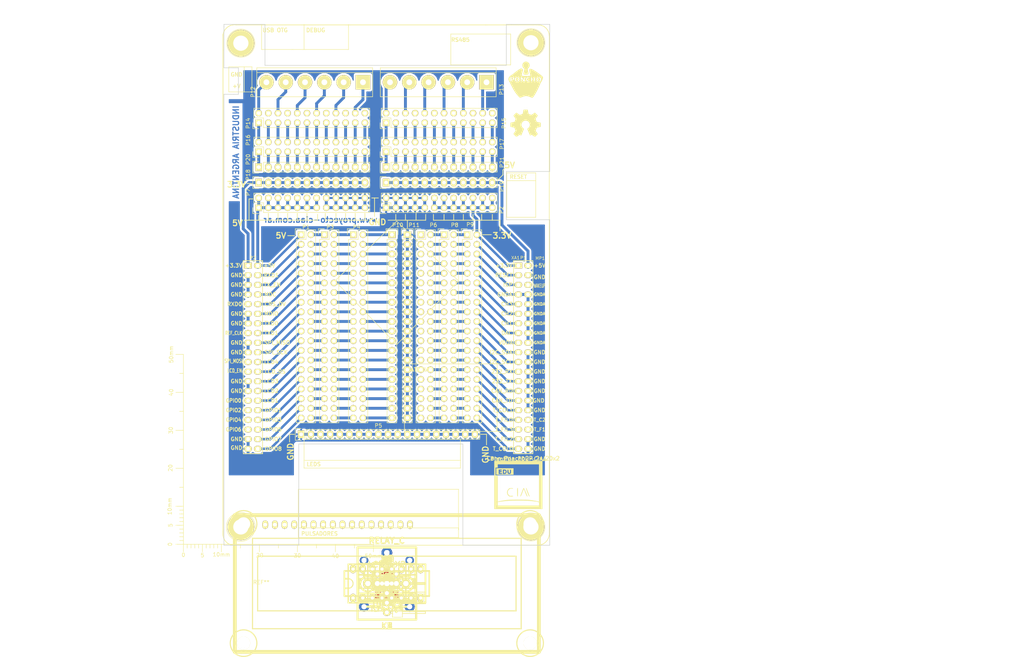
<source format=kicad_pcb>
(kicad_pcb (version 4) (host pcbnew 4.0.2-stable)
  (title_block (title "Poncho Grande - Modelo - Ejemplo - Template") (date 2015-10-06) (rev 1.0) (company "Proyecto CIAA - COMPUTADORA INDUSTRIAL ABIERTA ARGENTINA") (comment 1 https://github.com/ciaa/Ponchos/tree/master/modelos/doc) (comment 2 "Autores y Licencia del template (Diego Brengi - UNLaM)") (comment 3 "Autor del poncho (COMPLETAR NOMBRE Y APELLIDO). Ver directorio \"doc\"") (comment 4 "CÓDIGO PONCHO: "))
  (layers (0 F.Cu signal) (31 B.Cu signal) (34 B.Paste user) (35 F.Paste user) (36 B.SilkS user) (37 F.SilkS user) (38 B.Mask user) (39 F.Mask user) (44 Edge.Cuts user))
  (net 0 "")
  (net 1 "/Circuito Principal/GPIO3")
  (net 2 GND)
  (net 3 "/Circuito Principal/GPIO7")
  (net 4 "/Circuito Principal/GPIO8")
  (net 5 "/Circuito Principal/ADC1")
  (net 6 "/Circuito Principal/ADC2")
  (net 7 "/Circuito Principal/ADC3")
  (net 8 "/Circuito Principal/DAC")
  (net 9 GNDA)
  (net 10 "/Circuito Principal/RXD")
  (net 11 +5V)
  (net 12 "/Circuito Principal/TXD")
  (net 13 "/Circuito Principal/COL0")
  (net 14 "/Circuito Principal/COL1")
  (net 15 "/Circuito Principal/F2")
  (net 16 "/Circuito Principal/F0")
  (net 17 "/Circuito Principal/F3")
  (net 18 "/Circuito Principal/LCD4")
  (net 19 "/Circuito Principal/RS")
  (net 20 +3.3VP)
  (net 21 "/Circuito Principal/RD")
  (net 22 "/Circuito Principal/TD")
  (net 23 "/Circuito Principal/SDA")
  (net 24 "/Circuito Principal/spiCCK")
  (net 25 "/Circuito Principal/MISO")
  (net 26 "/Circuito Principal/ISP")
  (net 27 "/Circuito Principal/RESET")
  (net 28 "/Circuito Principal/GPIO5")
  (net 29 "/Circuito Principal/LCD1")
  (net 30 "/Circuito Principal/LCD2")
  (net 31 "/Circuito Principal/LCD3")
  (net 32 +3.3V)
  (net 33 +5VP)
  (net 34 "/Circuito Principal/GPIO1")
  (net 35 "Net-(P1-Pad2)")
  (net 36 "Net-(P1-Pad4)")
  (net 37 "Net-(P1-Pad6)")
  (net 38 "Net-(P1-Pad8)")
  (net 39 "Net-(P1-Pad10)")
  (net 40 "Net-(P1-Pad12)")
  (net 41 "Net-(P1-Pad14)")
  (net 42 "Net-(P1-Pad16)")
  (net 43 "Net-(P1-Pad18)")
  (net 44 "Net-(P1-Pad20)")
  (net 45 "Net-(P1-Pad22)")
  (net 46 "Net-(P1-Pad24)")
  (net 47 "Net-(P1-Pad26)")
  (net 48 "Net-(P1-Pad28)")
  (net 49 "Net-(P1-Pad30)")
  (net 50 "Net-(P1-Pad32)")
  (net 51 "Net-(P1-Pad34)")
  (net 52 "Net-(P1-Pad36)")
  (net 53 "Net-(P1-Pad38)")
  (net 54 "Net-(P1-Pad40)")
  (net 55 "Net-(P3-Pad2)")
  (net 56 "Net-(P3-Pad4)")
  (net 57 "Net-(P3-Pad6)")
  (net 58 "Net-(P3-Pad8)")
  (net 59 "Net-(P3-Pad10)")
  (net 60 "Net-(P3-Pad12)")
  (net 61 "Net-(P3-Pad14)")
  (net 62 "Net-(P3-Pad16)")
  (net 63 "Net-(P3-Pad18)")
  (net 64 "Net-(P3-Pad20)")
  (net 65 "Net-(P3-Pad22)")
  (net 66 "Net-(P3-Pad24)")
  (net 67 "Net-(P3-Pad26)")
  (net 68 "Net-(P3-Pad28)")
  (net 69 "Net-(P3-Pad30)")
  (net 70 "Net-(P3-Pad32)")
  (net 71 "Net-(P3-Pad34)")
  (net 72 "Net-(P3-Pad36)")
  (net 73 "Net-(P3-Pad38)")
  (net 74 "Net-(P3-Pad40)")
  (net 75 "Net-(P6-Pad2)")
  (net 76 "Net-(P6-Pad4)")
  (net 77 "Net-(P6-Pad6)")
  (net 78 "Net-(P6-Pad8)")
  (net 79 "Net-(P6-Pad10)")
  (net 80 "Net-(P6-Pad12)")
  (net 81 "Net-(P6-Pad14)")
  (net 82 "Net-(P6-Pad16)")
  (net 83 "Net-(P6-Pad18)")
  (net 84 "Net-(P6-Pad20)")
  (net 85 "Net-(P6-Pad22)")
  (net 86 "Net-(P6-Pad24)")
  (net 87 "Net-(P6-Pad26)")
  (net 88 "Net-(P6-Pad28)")
  (net 89 "Net-(P6-Pad30)")
  (net 90 "Net-(P6-Pad32)")
  (net 91 "Net-(P6-Pad34)")
  (net 92 "Net-(P6-Pad36)")
  (net 93 "Net-(P6-Pad38)")
  (net 94 "Net-(P6-Pad40)")
  (net 95 "Net-(P8-Pad2)")
  (net 96 "Net-(P8-Pad4)")
  (net 97 "Net-(P8-Pad6)")
  (net 98 "Net-(P8-Pad8)")
  (net 99 "Net-(P8-Pad10)")
  (net 100 "Net-(P8-Pad12)")
  (net 101 "Net-(P8-Pad14)")
  (net 102 "Net-(P8-Pad16)")
  (net 103 "Net-(P8-Pad18)")
  (net 104 "Net-(P8-Pad20)")
  (net 105 "Net-(P8-Pad22)")
  (net 106 "Net-(P8-Pad24)")
  (net 107 "Net-(P8-Pad26)")
  (net 108 "Net-(P8-Pad28)")
  (net 109 "Net-(P8-Pad30)")
  (net 110 "Net-(P8-Pad32)")
  (net 111 "Net-(P8-Pad34)")
  (net 112 "Net-(P8-Pad36)")
  (net 113 "Net-(P8-Pad38)")
  (net 114 "Net-(P8-Pad40)")
  (net 115 "/Circuito Principal/RXD1")
  (net 116 "/Circuito Principal/TXEN")
  (net 117 "/Circuito Principal/MDC")
  (net 118 "/Circuito Principal/CRS")
  (net 119 "/Circuito Principal/MDIO")
  (net 120 "/Circuito Principal/TXD0")
  (net 121 "/Circuito Principal/TXD1")
  (net 122 +3.3VADC)
  (net 123 "/Circuito Principal/SCL")
  (net 124 "Net-(P10-Pad1)")
  (net 125 "Net-(P10-Pad2)")
  (net 126 "Net-(P10-Pad3)")
  (net 127 "Net-(P10-Pad19)")
  (net 128 "Net-(P10-Pad20)")
  (net 129 "Net-(P12-Pad2)")
  (net 130 "Net-(P12-Pad3)")
  (net 131 "Net-(P12-Pad1)")
  (net 132 "Net-(P12-Pad4)")
  (net 133 "Net-(P12-Pad5)")
  (net 134 "Net-(P12-Pad6)")
  (net 135 "Net-(P13-Pad2)")
  (net 136 "Net-(P13-Pad3)")
  (net 137 "Net-(P13-Pad1)")
  (net 138 "Net-(P13-Pad4)")
  (net 139 "Net-(P13-Pad5)")
  (net 140 "Net-(P13-Pad6)")
  (net 141 "Net-(P14-Pad3)")
  (net 142 "Net-(P14-Pad23)")
  (net 143 "Net-(P15-Pad23)")
  (net 144 "Net-(P14-Pad1)")
  (net 145 "Net-(P14-Pad21)")
  (net 146 "Net-(P15-Pad1)")
  (net 147 "Net-(P10-Pad4)")
  (net 148 "Net-(P10-Pad5)")
  (net 149 "Net-(P10-Pad6)")
  (net 150 "Net-(P10-Pad7)")
  (net 151 "Net-(P10-Pad8)")
  (net 152 "Net-(P10-Pad9)")
  (net 153 "Net-(P10-Pad10)")
  (net 154 "Net-(P10-Pad11)")
  (net 155 "Net-(P10-Pad12)")
  (net 156 "Net-(P10-Pad13)")
  (net 157 "Net-(P10-Pad14)")
  (net 158 "Net-(P10-Pad15)")
  (net 159 "Net-(P10-Pad16)")
  (net 160 "Net-(P10-Pad17)")
  (net 161 "Net-(P10-Pad18)")
  (net 162 "Net-(P14-Pad5)")
  (net 163 "Net-(P14-Pad7)")
  (net 164 "Net-(P14-Pad9)")
  (net 165 "Net-(P14-Pad11)")
  (net 166 "Net-(P14-Pad13)")
  (net 167 "Net-(P14-Pad15)")
  (net 168 "Net-(P14-Pad17)")
  (net 169 "Net-(P14-Pad19)")
  (net 170 "Net-(P15-Pad3)")
  (net 171 "Net-(P15-Pad5)")
  (net 172 "Net-(P15-Pad7)")
  (net 173 "Net-(P15-Pad9)")
  (net 174 "Net-(P15-Pad11)")
  (net 175 "Net-(P15-Pad13)")
  (net 176 "Net-(P15-Pad15)")
  (net 177 "Net-(P15-Pad17)")
  (net 178 "Net-(P15-Pad19)")
  (net 179 "Net-(P15-Pad21)")
  (net 180 "Net-(P16-Pad1)")
  (net 181 "Net-(P16-Pad3)")
  (net 182 "Net-(P16-Pad5)")
  (net 183 "Net-(P16-Pad7)")
  (net 184 "Net-(P16-Pad9)")
  (net 185 "Net-(P16-Pad11)")
  (net 186 "Net-(P16-Pad13)")
  (net 187 "Net-(P16-Pad15)")
  (net 188 "Net-(P16-Pad17)")
  (net 189 "Net-(P16-Pad19)")
  (net 190 "Net-(P16-Pad21)")
  (net 191 "Net-(P16-Pad23)")
  (net 192 "Net-(P17-Pad1)")
  (net 193 "Net-(P17-Pad3)")
  (net 194 "Net-(P17-Pad5)")
  (net 195 "Net-(P17-Pad7)")
  (net 196 "Net-(P17-Pad9)")
  (net 197 "Net-(P17-Pad11)")
  (net 198 "Net-(P17-Pad13)")
  (net 199 "Net-(P17-Pad15)")
  (net 200 "Net-(P17-Pad17)")
  (net 201 "Net-(P17-Pad19)")
  (net 202 "Net-(P17-Pad21)")
  (net 203 "Net-(P17-Pad23)")
  (net 204 "Net-(D1-Pad1)")
  (net 205 "/Conector del Poncho/COL0")
  (net 206 "Net-(D2-Pad1)")
  (net 207 "/Conector del Poncho/COL1")
  (net 208 "Net-(D3-Pad1)")
  (net 209 "/Conector del Poncho/COL2")
  (net 210 "Net-(D4-Pad1)")
  (net 211 "/Entradas Optoacopladas/DIN3")
  (net 212 "Net-(D5-Pad1)")
  (net 213 "/Entradas Optoacopladas/DIN4")
  (net 214 "Net-(D6-Pad1)")
  (net 215 "/Entradas Optoacopladas/DIN5")
  (net 216 "Net-(D7-Pad1)")
  (net 217 "/Entradas Optoacopladas/DIN6")
  (net 218 "Net-(D8-Pad1)")
  (net 219 "Net-(D9-Pad1)")
  (net 220 "Net-(D10-Pad1)")
  (net 221 "Net-(D11-Pad1)")
  (net 222 "Net-(D12-Pad2)")
  (net 223 "Net-(D13-Pad2)")
  (net 224 "Net-(D14-Pad1)")
  (net 225 "Net-(D15-Pad1)")
  (net 226 "Net-(D16-Pad2)")
  (net 227 "Net-(D17-Pad2)")
  (net 228 "Net-(D18-Pad1)")
  (net 229 "Net-(D19-Pad1)")
  (net 230 "Net-(DS1-Pad3)")
  (net 231 "/Conector del Poncho/RS")
  (net 232 "/Conector del Poncho/LCD_EN")
  (net 233 "Net-(DS1-Pad7)")
  (net 234 "Net-(DS1-Pad8)")
  (net 235 "Net-(DS1-Pad9)")
  (net 236 "Net-(DS1-Pad10)")
  (net 237 "/Conector del Poncho/LCD1")
  (net 238 "/Conector del Poncho/LCD2")
  (net 239 "/Conector del Poncho/LCD3")
  (net 240 "/Conector del Poncho/LCD4")
  (net 241 "Net-(DS1-Pad16)")
  (net 242 +3V3)
  (net 243 "/Conector del Poncho/SDA")
  (net 244 "/Conector del Poncho/SCL")
  (net 245 "/Conector del Poncho/RXD")
  (net 246 "/Conector del Poncho/TXD")
  (net 247 "/Entradas Optoacopladas/IN2")
  (net 248 "/Entradas Optoacopladas/IN0")
  (net 249 "/Entradas Optoacopladas/IN1")
  (net 250 "/Entradas Optoacopladas/IN5")
  (net 251 "/Entradas Optoacopladas/IN3")
  (net 252 "/Entradas Optoacopladas/IN4")
  (net 253 "/Entradas Optoacopladas/IN6")
  (net 254 "/Entradas Optoacopladas/COM")
  (net 255 "Net-(J6-Pad1)")
  (net 256 "Net-(J6-Pad2)")
  (net 257 "Net-(J7-Pad1)")
  (net 258 "Net-(J7-Pad2)")
  (net 259 "/Salidas Digitales/C1A")
  (net 260 "/Salidas Digitales/NC1A")
  (net 261 "/Salidas Digitales/NO1A")
  (net 262 "/Salidas Digitales/C1B")
  (net 263 "/Salidas Digitales/NC1B")
  (net 264 "/Salidas Digitales/NO1B")
  (net 265 "/Salidas Digitales/C1C")
  (net 266 "/Salidas Digitales/NC1C")
  (net 267 "/Salidas Digitales/NO1C")
  (net 268 "/Salidas Digitales/C1D")
  (net 269 "/Salidas Digitales/NC1D")
  (net 270 "/Salidas Digitales/NO1D")
  (net 271 "/Salidas Digitales/DOUT5")
  (net 272 "/Salidas Digitales/MOS5")
  (net 273 "/Salidas Digitales/DOUT4")
  (net 274 "/Salidas Digitales/MOS4")
  (net 275 "/Salidas Digitales/DOUT6")
  (net 276 "/Salidas Digitales/MOS6")
  (net 277 "/Salidas Digitales/DOUT7")
  (net 278 "/Salidas Digitales/MOS7")
  (net 279 "Net-(Q1-Pad2)")
  (net 280 "Net-(Q2-Pad2)")
  (net 281 "Net-(Q3-Pad2)")
  (net 282 "Net-(Q4-Pad2)")
  (net 283 "/Salidas Digitales/DOUT2")
  (net 284 "/Salidas Digitales/DOUT0")
  (net 285 "/Salidas Digitales/DOUT3")
  (net 286 "/Salidas Digitales/DOUT1")
  (net 287 "Net-(R2-Pad2)")
  (net 288 "Net-(R10-Pad2)")
  (net 289 "Net-(R11-Pad2)")
  (net 290 "Net-(R12-Pad2)")
  (net 291 "Net-(R13-Pad2)")
  (net 292 "Net-(R14-Pad2)")
  (net 293 "Net-(R15-Pad2)")
  (net 294 "Net-(U2-Pad7)")
  (net 295 "Net-(U2-Pad8)")
  (net 296 "Net-(U2-Pad9)")
  (net 297 "Net-(U2-Pad10)")
  (net 298 "Net-(U3-Pad1)")
  (net 299 "Net-(U4-Pad1)")
  (net 300 "Net-(U5-Pad1)")
  (net 301 "Net-(U6-Pad1)")
  (net 302 "/Conector del Poncho/ADC2")
  (net 303 "/Conector del Poncho/ADC1")
  (net 304 "/Conector del Poncho/WAKEUP")
  (net 305 "/Conector del Poncho/DAC")
  (net 306 "/Conector del Poncho/RD")
  (net 307 "/Conector del Poncho/TD")
  (net 308 "/Conector del Poncho/RESET")
  (net 309 "/Conector del Poncho/ISP")
  (net 310 "/Conector del Poncho/ADC3")
  (net 311 "/Conector del Poncho/RXD1")
  (net 312 "/Conector del Poncho/TXEN")
  (net 313 "/Conector del Poncho/MDC")
  (net 314 "/Conector del Poncho/RXD0")
  (net 315 "/Conector del Poncho/CRS")
  (net 316 "/Conector del Poncho/MDIO")
  (net 317 "/Conector del Poncho/TXD0")
  (net 318 "/Conector del Poncho/RCLK")
  (net 319 "/Conector del Poncho/TXD1")
  (net 320 "/Conector del Poncho/MISO")
  (net 321 "/Conector del Poncho/spiSCK")
  (net 322 "/Conector del Poncho/MOSI")
  (net 323 "/Conector del Poncho/GPIO8")
  (module Pin_Headers:Pin_Header_Straight_2x20 (layer F.Cu) (at 93.98 80.772)
    (fp_text reference P1 (at 1.27 -2.032) (layer F.SilkS))
    (fp_text value CONN_02X20)
    (pad 1 thru_hole rect (at 0 0) (size 1.7272 1.7272) (drill 1.016) (layers *.Cu *.Mask F.SilkS) (net 33 +5VP))
    (pad 2 thru_hole oval (at 2.54 0) (size 1.7272 1.7272) (drill 1.016) (layers *.Cu *.Mask F.SilkS) (net 35 "Net-(P1-Pad2)"))
    (pad 3 thru_hole oval (at 0 2.54) (size 1.7272 1.7272) (drill 1.016) (layers *.Cu *.Mask F.SilkS) (net 115 "/Circuito Principal/RXD1"))
    (pad 4 thru_hole oval (at 2.54 2.54) (size 1.7272 1.7272) (drill 1.016) (layers *.Cu *.Mask F.SilkS) (net 36 "Net-(P1-Pad4)"))
    (pad 5 thru_hole oval (at 0 5.08) (size 1.7272 1.7272) (drill 1.016) (layers *.Cu *.Mask F.SilkS) (net 116 "/Circuito Principal/TXEN"))
    (pad 6 thru_hole oval (at 2.54 5.08) (size 1.7272 1.7272) (drill 1.016) (layers *.Cu *.Mask F.SilkS) (net 37 "Net-(P1-Pad6)"))
    (pad 7 thru_hole oval (at 0 7.62) (size 1.7272 1.7272) (drill 1.016) (layers *.Cu *.Mask F.SilkS) (net 117 "/Circuito Principal/MDC"))
    (pad 8 thru_hole oval (at 2.54 7.62) (size 1.7272 1.7272) (drill 1.016) (layers *.Cu *.Mask F.SilkS) (net 38 "Net-(P1-Pad8)"))
    (pad 9 thru_hole oval (at 0 10.16) (size 1.7272 1.7272) (drill 1.016) (layers *.Cu *.Mask F.SilkS) (net 118 "/Circuito Principal/CRS"))
    (pad 10 thru_hole oval (at 2.54 10.16) (size 1.7272 1.7272) (drill 1.016) (layers *.Cu *.Mask F.SilkS) (net 39 "Net-(P1-Pad10)"))
    (pad 11 thru_hole oval (at 0 12.7) (size 1.7272 1.7272) (drill 1.016) (layers *.Cu *.Mask F.SilkS) (net 119 "/Circuito Principal/MDIO"))
    (pad 12 thru_hole oval (at 2.54 12.7) (size 1.7272 1.7272) (drill 1.016) (layers *.Cu *.Mask F.SilkS) (net 40 "Net-(P1-Pad12)"))
    (pad 13 thru_hole oval (at 0 15.24) (size 1.7272 1.7272) (drill 1.016) (layers *.Cu *.Mask F.SilkS) (net 120 "/Circuito Principal/TXD0"))
    (pad 14 thru_hole oval (at 2.54 15.24) (size 1.7272 1.7272) (drill 1.016) (layers *.Cu *.Mask F.SilkS) (net 41 "Net-(P1-Pad14)"))
    (pad 15 thru_hole oval (at 0 17.78) (size 1.7272 1.7272) (drill 1.016) (layers *.Cu *.Mask F.SilkS) (net 121 "/Circuito Principal/TXD1"))
    (pad 16 thru_hole oval (at 2.54 17.78) (size 1.7272 1.7272) (drill 1.016) (layers *.Cu *.Mask F.SilkS) (net 42 "Net-(P1-Pad16)"))
    (pad 17 thru_hole oval (at 0 20.32) (size 1.7272 1.7272) (drill 1.016) (layers *.Cu *.Mask F.SilkS) (net 25 "/Circuito Principal/MISO"))
    (pad 18 thru_hole oval (at 2.54 20.32) (size 1.7272 1.7272) (drill 1.016) (layers *.Cu *.Mask F.SilkS) (net 43 "Net-(P1-Pad18)"))
    (pad 19 thru_hole oval (at 0 22.86) (size 1.7272 1.7272) (drill 1.016) (layers *.Cu *.Mask F.SilkS) (net 24 "/Circuito Principal/spiCCK"))
    (pad 20 thru_hole oval (at 2.54 22.86) (size 1.7272 1.7272) (drill 1.016) (layers *.Cu *.Mask F.SilkS) (net 44 "Net-(P1-Pad20)"))
    (pad 21 thru_hole oval (at 0 25.4) (size 1.7272 1.7272) (drill 1.016) (layers *.Cu *.Mask F.SilkS) (net 18 "/Circuito Principal/LCD4"))
    (pad 22 thru_hole oval (at 2.54 25.4) (size 1.7272 1.7272) (drill 1.016) (layers *.Cu *.Mask F.SilkS) (net 45 "Net-(P1-Pad22)"))
    (pad 23 thru_hole oval (at 0 27.94) (size 1.7272 1.7272) (drill 1.016) (layers *.Cu *.Mask F.SilkS) (net 19 "/Circuito Principal/RS"))
    (pad 24 thru_hole oval (at 2.54 27.94) (size 1.7272 1.7272) (drill 1.016) (layers *.Cu *.Mask F.SilkS) (net 46 "Net-(P1-Pad24)"))
    (pad 25 thru_hole oval (at 0 30.48) (size 1.7272 1.7272) (drill 1.016) (layers *.Cu *.Mask F.SilkS) (net 31 "/Circuito Principal/LCD3"))
    (pad 26 thru_hole oval (at 2.54 30.48) (size 1.7272 1.7272) (drill 1.016) (layers *.Cu *.Mask F.SilkS) (net 47 "Net-(P1-Pad26)"))
    (pad 27 thru_hole oval (at 0 33.02) (size 1.7272 1.7272) (drill 1.016) (layers *.Cu *.Mask F.SilkS) (net 30 "/Circuito Principal/LCD2"))
    (pad 28 thru_hole oval (at 2.54 33.02) (size 1.7272 1.7272) (drill 1.016) (layers *.Cu *.Mask F.SilkS) (net 48 "Net-(P1-Pad28)"))
    (pad 29 thru_hole oval (at 0 35.56) (size 1.7272 1.7272) (drill 1.016) (layers *.Cu *.Mask F.SilkS) (net 29 "/Circuito Principal/LCD1"))
    (pad 30 thru_hole oval (at 2.54 35.56) (size 1.7272 1.7272) (drill 1.016) (layers *.Cu *.Mask F.SilkS) (net 49 "Net-(P1-Pad30)"))
    (pad 31 thru_hole oval (at 0 38.1) (size 1.7272 1.7272) (drill 1.016) (layers *.Cu *.Mask F.SilkS) (net 34 "/Circuito Principal/GPIO1"))
    (pad 32 thru_hole oval (at 2.54 38.1) (size 1.7272 1.7272) (drill 1.016) (layers *.Cu *.Mask F.SilkS) (net 50 "Net-(P1-Pad32)"))
    (pad 33 thru_hole oval (at 0 40.64) (size 1.7272 1.7272) (drill 1.016) (layers *.Cu *.Mask F.SilkS) (net 1 "/Circuito Principal/GPIO3"))
    (pad 34 thru_hole oval (at 2.54 40.64) (size 1.7272 1.7272) (drill 1.016) (layers *.Cu *.Mask F.SilkS) (net 51 "Net-(P1-Pad34)"))
    (pad 35 thru_hole oval (at 0 43.18) (size 1.7272 1.7272) (drill 1.016) (layers *.Cu *.Mask F.SilkS) (net 28 "/Circuito Principal/GPIO5"))
    (pad 36 thru_hole oval (at 2.54 43.18) (size 1.7272 1.7272) (drill 1.016) (layers *.Cu *.Mask F.SilkS) (net 52 "Net-(P1-Pad36)"))
    (pad 37 thru_hole oval (at 0 45.72) (size 1.7272 1.7272) (drill 1.016) (layers *.Cu *.Mask F.SilkS) (net 3 "/Circuito Principal/GPIO7"))
    (pad 38 thru_hole oval (at 2.54 45.72) (size 1.7272 1.7272) (drill 1.016) (layers *.Cu *.Mask F.SilkS) (net 53 "Net-(P1-Pad38)"))
    (pad 39 thru_hole oval (at 0 48.26) (size 1.7272 1.7272) (drill 1.016) (layers *.Cu *.Mask F.SilkS) (net 4 "/Circuito Principal/GPIO8"))
    (pad 40 thru_hole oval (at 2.54 48.26) (size 1.7272 1.7272) (drill 1.016) (layers *.Cu *.Mask F.SilkS) (net 54 "Net-(P1-Pad40)"))
  )
  (module Pin_Headers:Pin_Header_Straight_2x20 (layer F.Cu) (at 100.076 80.772)
    (fp_text reference P3 (at 1.524 -2.032) (layer F.SilkS))
    (fp_text value CONN_02X20)
    (pad 1 thru_hole rect (at 0 0) (size 1.7272 1.7272) (drill 1.016) (layers *.Cu *.Mask F.SilkS) (net 35 "Net-(P1-Pad2)"))
    (pad 2 thru_hole oval (at 2.54 0) (size 1.7272 1.7272) (drill 1.016) (layers *.Cu *.Mask F.SilkS) (net 55 "Net-(P3-Pad2)"))
    (pad 3 thru_hole oval (at 0 2.54) (size 1.7272 1.7272) (drill 1.016) (layers *.Cu *.Mask F.SilkS) (net 36 "Net-(P1-Pad4)"))
    (pad 4 thru_hole oval (at 2.54 2.54) (size 1.7272 1.7272) (drill 1.016) (layers *.Cu *.Mask F.SilkS) (net 56 "Net-(P3-Pad4)"))
    (pad 5 thru_hole oval (at 0 5.08) (size 1.7272 1.7272) (drill 1.016) (layers *.Cu *.Mask F.SilkS) (net 37 "Net-(P1-Pad6)"))
    (pad 6 thru_hole oval (at 2.54 5.08) (size 1.7272 1.7272) (drill 1.016) (layers *.Cu *.Mask F.SilkS) (net 57 "Net-(P3-Pad6)"))
    (pad 7 thru_hole oval (at 0 7.62) (size 1.7272 1.7272) (drill 1.016) (layers *.Cu *.Mask F.SilkS) (net 38 "Net-(P1-Pad8)"))
    (pad 8 thru_hole oval (at 2.54 7.62) (size 1.7272 1.7272) (drill 1.016) (layers *.Cu *.Mask F.SilkS) (net 58 "Net-(P3-Pad8)"))
    (pad 9 thru_hole oval (at 0 10.16) (size 1.7272 1.7272) (drill 1.016) (layers *.Cu *.Mask F.SilkS) (net 39 "Net-(P1-Pad10)"))
    (pad 10 thru_hole oval (at 2.54 10.16) (size 1.7272 1.7272) (drill 1.016) (layers *.Cu *.Mask F.SilkS) (net 59 "Net-(P3-Pad10)"))
    (pad 11 thru_hole oval (at 0 12.7) (size 1.7272 1.7272) (drill 1.016) (layers *.Cu *.Mask F.SilkS) (net 40 "Net-(P1-Pad12)"))
    (pad 12 thru_hole oval (at 2.54 12.7) (size 1.7272 1.7272) (drill 1.016) (layers *.Cu *.Mask F.SilkS) (net 60 "Net-(P3-Pad12)"))
    (pad 13 thru_hole oval (at 0 15.24) (size 1.7272 1.7272) (drill 1.016) (layers *.Cu *.Mask F.SilkS) (net 41 "Net-(P1-Pad14)"))
    (pad 14 thru_hole oval (at 2.54 15.24) (size 1.7272 1.7272) (drill 1.016) (layers *.Cu *.Mask F.SilkS) (net 61 "Net-(P3-Pad14)"))
    (pad 15 thru_hole oval (at 0 17.78) (size 1.7272 1.7272) (drill 1.016) (layers *.Cu *.Mask F.SilkS) (net 42 "Net-(P1-Pad16)"))
    (pad 16 thru_hole oval (at 2.54 17.78) (size 1.7272 1.7272) (drill 1.016) (layers *.Cu *.Mask F.SilkS) (net 62 "Net-(P3-Pad16)"))
    (pad 17 thru_hole oval (at 0 20.32) (size 1.7272 1.7272) (drill 1.016) (layers *.Cu *.Mask F.SilkS) (net 43 "Net-(P1-Pad18)"))
    (pad 18 thru_hole oval (at 2.54 20.32) (size 1.7272 1.7272) (drill 1.016) (layers *.Cu *.Mask F.SilkS) (net 63 "Net-(P3-Pad18)"))
    (pad 19 thru_hole oval (at 0 22.86) (size 1.7272 1.7272) (drill 1.016) (layers *.Cu *.Mask F.SilkS) (net 44 "Net-(P1-Pad20)"))
    (pad 20 thru_hole oval (at 2.54 22.86) (size 1.7272 1.7272) (drill 1.016) (layers *.Cu *.Mask F.SilkS) (net 64 "Net-(P3-Pad20)"))
    (pad 21 thru_hole oval (at 0 25.4) (size 1.7272 1.7272) (drill 1.016) (layers *.Cu *.Mask F.SilkS) (net 45 "Net-(P1-Pad22)"))
    (pad 22 thru_hole oval (at 2.54 25.4) (size 1.7272 1.7272) (drill 1.016) (layers *.Cu *.Mask F.SilkS) (net 65 "Net-(P3-Pad22)"))
    (pad 23 thru_hole oval (at 0 27.94) (size 1.7272 1.7272) (drill 1.016) (layers *.Cu *.Mask F.SilkS) (net 46 "Net-(P1-Pad24)"))
    (pad 24 thru_hole oval (at 2.54 27.94) (size 1.7272 1.7272) (drill 1.016) (layers *.Cu *.Mask F.SilkS) (net 66 "Net-(P3-Pad24)"))
    (pad 25 thru_hole oval (at 0 30.48) (size 1.7272 1.7272) (drill 1.016) (layers *.Cu *.Mask F.SilkS) (net 47 "Net-(P1-Pad26)"))
    (pad 26 thru_hole oval (at 2.54 30.48) (size 1.7272 1.7272) (drill 1.016) (layers *.Cu *.Mask F.SilkS) (net 67 "Net-(P3-Pad26)"))
    (pad 27 thru_hole oval (at 0 33.02) (size 1.7272 1.7272) (drill 1.016) (layers *.Cu *.Mask F.SilkS) (net 48 "Net-(P1-Pad28)"))
    (pad 28 thru_hole oval (at 2.54 33.02) (size 1.7272 1.7272) (drill 1.016) (layers *.Cu *.Mask F.SilkS) (net 68 "Net-(P3-Pad28)"))
    (pad 29 thru_hole oval (at 0 35.56) (size 1.7272 1.7272) (drill 1.016) (layers *.Cu *.Mask F.SilkS) (net 49 "Net-(P1-Pad30)"))
    (pad 30 thru_hole oval (at 2.54 35.56) (size 1.7272 1.7272) (drill 1.016) (layers *.Cu *.Mask F.SilkS) (net 69 "Net-(P3-Pad30)"))
    (pad 31 thru_hole oval (at 0 38.1) (size 1.7272 1.7272) (drill 1.016) (layers *.Cu *.Mask F.SilkS) (net 50 "Net-(P1-Pad32)"))
    (pad 32 thru_hole oval (at 2.54 38.1) (size 1.7272 1.7272) (drill 1.016) (layers *.Cu *.Mask F.SilkS) (net 70 "Net-(P3-Pad32)"))
    (pad 33 thru_hole oval (at 0 40.64) (size 1.7272 1.7272) (drill 1.016) (layers *.Cu *.Mask F.SilkS) (net 51 "Net-(P1-Pad34)"))
    (pad 34 thru_hole oval (at 2.54 40.64) (size 1.7272 1.7272) (drill 1.016) (layers *.Cu *.Mask F.SilkS) (net 71 "Net-(P3-Pad34)"))
    (pad 35 thru_hole oval (at 0 43.18) (size 1.7272 1.7272) (drill 1.016) (layers *.Cu *.Mask F.SilkS) (net 52 "Net-(P1-Pad36)"))
    (pad 36 thru_hole oval (at 2.54 43.18) (size 1.7272 1.7272) (drill 1.016) (layers *.Cu *.Mask F.SilkS) (net 72 "Net-(P3-Pad36)"))
    (pad 37 thru_hole oval (at 0 45.72) (size 1.7272 1.7272) (drill 1.016) (layers *.Cu *.Mask F.SilkS) (net 53 "Net-(P1-Pad38)"))
    (pad 38 thru_hole oval (at 2.54 45.72) (size 1.7272 1.7272) (drill 1.016) (layers *.Cu *.Mask F.SilkS) (net 73 "Net-(P3-Pad38)"))
    (pad 39 thru_hole oval (at 0 48.26) (size 1.7272 1.7272) (drill 1.016) (layers *.Cu *.Mask F.SilkS) (net 54 "Net-(P1-Pad40)"))
    (pad 40 thru_hole oval (at 2.54 48.26) (size 1.7272 1.7272) (drill 1.016) (layers *.Cu *.Mask F.SilkS) (net 74 "Net-(P3-Pad40)"))
  )
  (module Pin_Headers:Pin_Header_Straight_2x20 (layer F.Cu) (at 107.696 80.772)
    (fp_text reference P4 (at 0.889 -2.032) (layer F.SilkS))
    (fp_text value CONN_02X20)
    (pad 1 thru_hole rect (at 0 0) (size 1.7272 1.7272) (drill 1.016) (layers *.Cu *.Mask F.SilkS) (net 55 "Net-(P3-Pad2)"))
    (pad 2 thru_hole oval (at 2.54 0) (size 1.7272 1.7272) (drill 1.016) (layers *.Cu *.Mask F.SilkS) (net 124 "Net-(P10-Pad1)"))
    (pad 3 thru_hole oval (at 0 2.54) (size 1.7272 1.7272) (drill 1.016) (layers *.Cu *.Mask F.SilkS) (net 56 "Net-(P3-Pad4)"))
    (pad 4 thru_hole oval (at 2.54 2.54) (size 1.7272 1.7272) (drill 1.016) (layers *.Cu *.Mask F.SilkS) (net 125 "Net-(P10-Pad2)"))
    (pad 5 thru_hole oval (at 0 5.08) (size 1.7272 1.7272) (drill 1.016) (layers *.Cu *.Mask F.SilkS) (net 57 "Net-(P3-Pad6)"))
    (pad 6 thru_hole oval (at 2.54 5.08) (size 1.7272 1.7272) (drill 1.016) (layers *.Cu *.Mask F.SilkS) (net 126 "Net-(P10-Pad3)"))
    (pad 7 thru_hole oval (at 0 7.62) (size 1.7272 1.7272) (drill 1.016) (layers *.Cu *.Mask F.SilkS) (net 58 "Net-(P3-Pad8)"))
    (pad 8 thru_hole oval (at 2.54 7.62) (size 1.7272 1.7272) (drill 1.016) (layers *.Cu *.Mask F.SilkS) (net 147 "Net-(P10-Pad4)"))
    (pad 9 thru_hole oval (at 0 10.16) (size 1.7272 1.7272) (drill 1.016) (layers *.Cu *.Mask F.SilkS) (net 59 "Net-(P3-Pad10)"))
    (pad 10 thru_hole oval (at 2.54 10.16) (size 1.7272 1.7272) (drill 1.016) (layers *.Cu *.Mask F.SilkS) (net 148 "Net-(P10-Pad5)"))
    (pad 11 thru_hole oval (at 0 12.7) (size 1.7272 1.7272) (drill 1.016) (layers *.Cu *.Mask F.SilkS) (net 60 "Net-(P3-Pad12)"))
    (pad 12 thru_hole oval (at 2.54 12.7) (size 1.7272 1.7272) (drill 1.016) (layers *.Cu *.Mask F.SilkS) (net 149 "Net-(P10-Pad6)"))
    (pad 13 thru_hole oval (at 0 15.24) (size 1.7272 1.7272) (drill 1.016) (layers *.Cu *.Mask F.SilkS) (net 61 "Net-(P3-Pad14)"))
    (pad 14 thru_hole oval (at 2.54 15.24) (size 1.7272 1.7272) (drill 1.016) (layers *.Cu *.Mask F.SilkS) (net 150 "Net-(P10-Pad7)"))
    (pad 15 thru_hole oval (at 0 17.78) (size 1.7272 1.7272) (drill 1.016) (layers *.Cu *.Mask F.SilkS) (net 62 "Net-(P3-Pad16)"))
    (pad 16 thru_hole oval (at 2.54 17.78) (size 1.7272 1.7272) (drill 1.016) (layers *.Cu *.Mask F.SilkS) (net 151 "Net-(P10-Pad8)"))
    (pad 17 thru_hole oval (at 0 20.32) (size 1.7272 1.7272) (drill 1.016) (layers *.Cu *.Mask F.SilkS) (net 63 "Net-(P3-Pad18)"))
    (pad 18 thru_hole oval (at 2.54 20.32) (size 1.7272 1.7272) (drill 1.016) (layers *.Cu *.Mask F.SilkS) (net 152 "Net-(P10-Pad9)"))
    (pad 19 thru_hole oval (at 0 22.86) (size 1.7272 1.7272) (drill 1.016) (layers *.Cu *.Mask F.SilkS) (net 64 "Net-(P3-Pad20)"))
    (pad 20 thru_hole oval (at 2.54 22.86) (size 1.7272 1.7272) (drill 1.016) (layers *.Cu *.Mask F.SilkS) (net 153 "Net-(P10-Pad10)"))
    (pad 21 thru_hole oval (at 0 25.4) (size 1.7272 1.7272) (drill 1.016) (layers *.Cu *.Mask F.SilkS) (net 65 "Net-(P3-Pad22)"))
    (pad 22 thru_hole oval (at 2.54 25.4) (size 1.7272 1.7272) (drill 1.016) (layers *.Cu *.Mask F.SilkS) (net 154 "Net-(P10-Pad11)"))
    (pad 23 thru_hole oval (at 0 27.94) (size 1.7272 1.7272) (drill 1.016) (layers *.Cu *.Mask F.SilkS) (net 66 "Net-(P3-Pad24)"))
    (pad 24 thru_hole oval (at 2.54 27.94) (size 1.7272 1.7272) (drill 1.016) (layers *.Cu *.Mask F.SilkS) (net 155 "Net-(P10-Pad12)"))
    (pad 25 thru_hole oval (at 0 30.48) (size 1.7272 1.7272) (drill 1.016) (layers *.Cu *.Mask F.SilkS) (net 67 "Net-(P3-Pad26)"))
    (pad 26 thru_hole oval (at 2.54 30.48) (size 1.7272 1.7272) (drill 1.016) (layers *.Cu *.Mask F.SilkS) (net 156 "Net-(P10-Pad13)"))
    (pad 27 thru_hole oval (at 0 33.02) (size 1.7272 1.7272) (drill 1.016) (layers *.Cu *.Mask F.SilkS) (net 68 "Net-(P3-Pad28)"))
    (pad 28 thru_hole oval (at 2.54 33.02) (size 1.7272 1.7272) (drill 1.016) (layers *.Cu *.Mask F.SilkS) (net 157 "Net-(P10-Pad14)"))
    (pad 29 thru_hole oval (at 0 35.56) (size 1.7272 1.7272) (drill 1.016) (layers *.Cu *.Mask F.SilkS) (net 69 "Net-(P3-Pad30)"))
    (pad 30 thru_hole oval (at 2.54 35.56) (size 1.7272 1.7272) (drill 1.016) (layers *.Cu *.Mask F.SilkS) (net 158 "Net-(P10-Pad15)"))
    (pad 31 thru_hole oval (at 0 38.1) (size 1.7272 1.7272) (drill 1.016) (layers *.Cu *.Mask F.SilkS) (net 70 "Net-(P3-Pad32)"))
    (pad 32 thru_hole oval (at 2.54 38.1) (size 1.7272 1.7272) (drill 1.016) (layers *.Cu *.Mask F.SilkS) (net 159 "Net-(P10-Pad16)"))
    (pad 33 thru_hole oval (at 0 40.64) (size 1.7272 1.7272) (drill 1.016) (layers *.Cu *.Mask F.SilkS) (net 71 "Net-(P3-Pad34)"))
    (pad 34 thru_hole oval (at 2.54 40.64) (size 1.7272 1.7272) (drill 1.016) (layers *.Cu *.Mask F.SilkS) (net 160 "Net-(P10-Pad17)"))
    (pad 35 thru_hole oval (at 0 43.18) (size 1.7272 1.7272) (drill 1.016) (layers *.Cu *.Mask F.SilkS) (net 72 "Net-(P3-Pad36)"))
    (pad 36 thru_hole oval (at 2.54 43.18) (size 1.7272 1.7272) (drill 1.016) (layers *.Cu *.Mask F.SilkS) (net 161 "Net-(P10-Pad18)"))
    (pad 37 thru_hole oval (at 0 45.72) (size 1.7272 1.7272) (drill 1.016) (layers *.Cu *.Mask F.SilkS) (net 73 "Net-(P3-Pad38)"))
    (pad 38 thru_hole oval (at 2.54 45.72) (size 1.7272 1.7272) (drill 1.016) (layers *.Cu *.Mask F.SilkS) (net 127 "Net-(P10-Pad19)"))
    (pad 39 thru_hole oval (at 0 48.26) (size 1.7272 1.7272) (drill 1.016) (layers *.Cu *.Mask F.SilkS) (net 74 "Net-(P3-Pad40)"))
    (pad 40 thru_hole oval (at 2.54 48.26) (size 1.7272 1.7272) (drill 1.016) (layers *.Cu *.Mask F.SilkS) (net 128 "Net-(P10-Pad20)"))
  )
  (module Pin_Headers:Pin_Header_Straight_2x20 (layer F.Cu) (at 125.476 80.772)
    (fp_text reference P6 (at 3.302 -2.54) (layer F.SilkS))
    (fp_text value CONN_02X20)
    (pad 1 thru_hole rect (at 0 0) (size 1.7272 1.7272) (drill 1.016) (layers *.Cu *.Mask F.SilkS))
    (pad 2 thru_hole oval (at 2.54 0) (size 1.7272 1.7272) (drill 1.016) (layers *.Cu *.Mask F.SilkS) (net 75 "Net-(P6-Pad2)"))
    (pad 3 thru_hole oval (at 0 2.54) (size 1.7272 1.7272) (drill 1.016) (layers *.Cu *.Mask F.SilkS))
    (pad 4 thru_hole oval (at 2.54 2.54) (size 1.7272 1.7272) (drill 1.016) (layers *.Cu *.Mask F.SilkS) (net 76 "Net-(P6-Pad4)"))
    (pad 5 thru_hole oval (at 0 5.08) (size 1.7272 1.7272) (drill 1.016) (layers *.Cu *.Mask F.SilkS))
    (pad 6 thru_hole oval (at 2.54 5.08) (size 1.7272 1.7272) (drill 1.016) (layers *.Cu *.Mask F.SilkS) (net 77 "Net-(P6-Pad6)"))
    (pad 7 thru_hole oval (at 0 7.62) (size 1.7272 1.7272) (drill 1.016) (layers *.Cu *.Mask F.SilkS))
    (pad 8 thru_hole oval (at 2.54 7.62) (size 1.7272 1.7272) (drill 1.016) (layers *.Cu *.Mask F.SilkS) (net 78 "Net-(P6-Pad8)"))
    (pad 9 thru_hole oval (at 0 10.16) (size 1.7272 1.7272) (drill 1.016) (layers *.Cu *.Mask F.SilkS))
    (pad 10 thru_hole oval (at 2.54 10.16) (size 1.7272 1.7272) (drill 1.016) (layers *.Cu *.Mask F.SilkS) (net 79 "Net-(P6-Pad10)"))
    (pad 11 thru_hole oval (at 0 12.7) (size 1.7272 1.7272) (drill 1.016) (layers *.Cu *.Mask F.SilkS))
    (pad 12 thru_hole oval (at 2.54 12.7) (size 1.7272 1.7272) (drill 1.016) (layers *.Cu *.Mask F.SilkS) (net 80 "Net-(P6-Pad12)"))
    (pad 13 thru_hole oval (at 0 15.24) (size 1.7272 1.7272) (drill 1.016) (layers *.Cu *.Mask F.SilkS))
    (pad 14 thru_hole oval (at 2.54 15.24) (size 1.7272 1.7272) (drill 1.016) (layers *.Cu *.Mask F.SilkS) (net 81 "Net-(P6-Pad14)"))
    (pad 15 thru_hole oval (at 0 17.78) (size 1.7272 1.7272) (drill 1.016) (layers *.Cu *.Mask F.SilkS))
    (pad 16 thru_hole oval (at 2.54 17.78) (size 1.7272 1.7272) (drill 1.016) (layers *.Cu *.Mask F.SilkS) (net 82 "Net-(P6-Pad16)"))
    (pad 17 thru_hole oval (at 0 20.32) (size 1.7272 1.7272) (drill 1.016) (layers *.Cu *.Mask F.SilkS))
    (pad 18 thru_hole oval (at 2.54 20.32) (size 1.7272 1.7272) (drill 1.016) (layers *.Cu *.Mask F.SilkS) (net 83 "Net-(P6-Pad18)"))
    (pad 19 thru_hole oval (at 0 22.86) (size 1.7272 1.7272) (drill 1.016) (layers *.Cu *.Mask F.SilkS))
    (pad 20 thru_hole oval (at 2.54 22.86) (size 1.7272 1.7272) (drill 1.016) (layers *.Cu *.Mask F.SilkS) (net 84 "Net-(P6-Pad20)"))
    (pad 21 thru_hole oval (at 0 25.4) (size 1.7272 1.7272) (drill 1.016) (layers *.Cu *.Mask F.SilkS))
    (pad 22 thru_hole oval (at 2.54 25.4) (size 1.7272 1.7272) (drill 1.016) (layers *.Cu *.Mask F.SilkS) (net 85 "Net-(P6-Pad22)"))
    (pad 23 thru_hole oval (at 0 27.94) (size 1.7272 1.7272) (drill 1.016) (layers *.Cu *.Mask F.SilkS))
    (pad 24 thru_hole oval (at 2.54 27.94) (size 1.7272 1.7272) (drill 1.016) (layers *.Cu *.Mask F.SilkS) (net 86 "Net-(P6-Pad24)"))
    (pad 25 thru_hole oval (at 0 30.48) (size 1.7272 1.7272) (drill 1.016) (layers *.Cu *.Mask F.SilkS))
    (pad 26 thru_hole oval (at 2.54 30.48) (size 1.7272 1.7272) (drill 1.016) (layers *.Cu *.Mask F.SilkS) (net 87 "Net-(P6-Pad26)"))
    (pad 27 thru_hole oval (at 0 33.02) (size 1.7272 1.7272) (drill 1.016) (layers *.Cu *.Mask F.SilkS))
    (pad 28 thru_hole oval (at 2.54 33.02) (size 1.7272 1.7272) (drill 1.016) (layers *.Cu *.Mask F.SilkS) (net 88 "Net-(P6-Pad28)"))
    (pad 29 thru_hole oval (at 0 35.56) (size 1.7272 1.7272) (drill 1.016) (layers *.Cu *.Mask F.SilkS))
    (pad 30 thru_hole oval (at 2.54 35.56) (size 1.7272 1.7272) (drill 1.016) (layers *.Cu *.Mask F.SilkS) (net 89 "Net-(P6-Pad30)"))
    (pad 31 thru_hole oval (at 0 38.1) (size 1.7272 1.7272) (drill 1.016) (layers *.Cu *.Mask F.SilkS))
    (pad 32 thru_hole oval (at 2.54 38.1) (size 1.7272 1.7272) (drill 1.016) (layers *.Cu *.Mask F.SilkS) (net 90 "Net-(P6-Pad32)"))
    (pad 33 thru_hole oval (at 0 40.64) (size 1.7272 1.7272) (drill 1.016) (layers *.Cu *.Mask F.SilkS))
    (pad 34 thru_hole oval (at 2.54 40.64) (size 1.7272 1.7272) (drill 1.016) (layers *.Cu *.Mask F.SilkS) (net 91 "Net-(P6-Pad34)"))
    (pad 35 thru_hole oval (at 0 43.18) (size 1.7272 1.7272) (drill 1.016) (layers *.Cu *.Mask F.SilkS))
    (pad 36 thru_hole oval (at 2.54 43.18) (size 1.7272 1.7272) (drill 1.016) (layers *.Cu *.Mask F.SilkS) (net 92 "Net-(P6-Pad36)"))
    (pad 37 thru_hole oval (at 0 45.72) (size 1.7272 1.7272) (drill 1.016) (layers *.Cu *.Mask F.SilkS))
    (pad 38 thru_hole oval (at 2.54 45.72) (size 1.7272 1.7272) (drill 1.016) (layers *.Cu *.Mask F.SilkS) (net 93 "Net-(P6-Pad38)"))
    (pad 39 thru_hole oval (at 0 48.26) (size 1.7272 1.7272) (drill 1.016) (layers *.Cu *.Mask F.SilkS))
    (pad 40 thru_hole oval (at 2.54 48.26) (size 1.7272 1.7272) (drill 1.016) (layers *.Cu *.Mask F.SilkS) (net 94 "Net-(P6-Pad40)"))
  )
  (module Pin_Headers:Pin_Header_Straight_2x20 (layer F.Cu) (at 131.572 80.772)
    (fp_text reference P8 (at 2.794 -2.54) (layer F.SilkS))
    (fp_text value CONN_02X20)
    (pad 1 thru_hole rect (at 0 0) (size 1.7272 1.7272) (drill 1.016) (layers *.Cu *.Mask F.SilkS) (net 75 "Net-(P6-Pad2)"))
    (pad 2 thru_hole oval (at 2.54 0) (size 1.7272 1.7272) (drill 1.016) (layers *.Cu *.Mask F.SilkS) (net 95 "Net-(P8-Pad2)"))
    (pad 3 thru_hole oval (at 0 2.54) (size 1.7272 1.7272) (drill 1.016) (layers *.Cu *.Mask F.SilkS) (net 76 "Net-(P6-Pad4)"))
    (pad 4 thru_hole oval (at 2.54 2.54) (size 1.7272 1.7272) (drill 1.016) (layers *.Cu *.Mask F.SilkS) (net 96 "Net-(P8-Pad4)"))
    (pad 5 thru_hole oval (at 0 5.08) (size 1.7272 1.7272) (drill 1.016) (layers *.Cu *.Mask F.SilkS) (net 77 "Net-(P6-Pad6)"))
    (pad 6 thru_hole oval (at 2.54 5.08) (size 1.7272 1.7272) (drill 1.016) (layers *.Cu *.Mask F.SilkS) (net 97 "Net-(P8-Pad6)"))
    (pad 7 thru_hole oval (at 0 7.62) (size 1.7272 1.7272) (drill 1.016) (layers *.Cu *.Mask F.SilkS) (net 78 "Net-(P6-Pad8)"))
    (pad 8 thru_hole oval (at 2.54 7.62) (size 1.7272 1.7272) (drill 1.016) (layers *.Cu *.Mask F.SilkS) (net 98 "Net-(P8-Pad8)"))
    (pad 9 thru_hole oval (at 0 10.16) (size 1.7272 1.7272) (drill 1.016) (layers *.Cu *.Mask F.SilkS) (net 79 "Net-(P6-Pad10)"))
    (pad 10 thru_hole oval (at 2.54 10.16) (size 1.7272 1.7272) (drill 1.016) (layers *.Cu *.Mask F.SilkS) (net 99 "Net-(P8-Pad10)"))
    (pad 11 thru_hole oval (at 0 12.7) (size 1.7272 1.7272) (drill 1.016) (layers *.Cu *.Mask F.SilkS) (net 80 "Net-(P6-Pad12)"))
    (pad 12 thru_hole oval (at 2.54 12.7) (size 1.7272 1.7272) (drill 1.016) (layers *.Cu *.Mask F.SilkS) (net 100 "Net-(P8-Pad12)"))
    (pad 13 thru_hole oval (at 0 15.24) (size 1.7272 1.7272) (drill 1.016) (layers *.Cu *.Mask F.SilkS) (net 81 "Net-(P6-Pad14)"))
    (pad 14 thru_hole oval (at 2.54 15.24) (size 1.7272 1.7272) (drill 1.016) (layers *.Cu *.Mask F.SilkS) (net 101 "Net-(P8-Pad14)"))
    (pad 15 thru_hole oval (at 0 17.78) (size 1.7272 1.7272) (drill 1.016) (layers *.Cu *.Mask F.SilkS) (net 82 "Net-(P6-Pad16)"))
    (pad 16 thru_hole oval (at 2.54 17.78) (size 1.7272 1.7272) (drill 1.016) (layers *.Cu *.Mask F.SilkS) (net 102 "Net-(P8-Pad16)"))
    (pad 17 thru_hole oval (at 0 20.32) (size 1.7272 1.7272) (drill 1.016) (layers *.Cu *.Mask F.SilkS) (net 83 "Net-(P6-Pad18)"))
    (pad 18 thru_hole oval (at 2.54 20.32) (size 1.7272 1.7272) (drill 1.016) (layers *.Cu *.Mask F.SilkS) (net 103 "Net-(P8-Pad18)"))
    (pad 19 thru_hole oval (at 0 22.86) (size 1.7272 1.7272) (drill 1.016) (layers *.Cu *.Mask F.SilkS) (net 84 "Net-(P6-Pad20)"))
    (pad 20 thru_hole oval (at 2.54 22.86) (size 1.7272 1.7272) (drill 1.016) (layers *.Cu *.Mask F.SilkS) (net 104 "Net-(P8-Pad20)"))
    (pad 21 thru_hole oval (at 0 25.4) (size 1.7272 1.7272) (drill 1.016) (layers *.Cu *.Mask F.SilkS) (net 85 "Net-(P6-Pad22)"))
    (pad 22 thru_hole oval (at 2.54 25.4) (size 1.7272 1.7272) (drill 1.016) (layers *.Cu *.Mask F.SilkS) (net 105 "Net-(P8-Pad22)"))
    (pad 23 thru_hole oval (at 0 27.94) (size 1.7272 1.7272) (drill 1.016) (layers *.Cu *.Mask F.SilkS) (net 86 "Net-(P6-Pad24)"))
    (pad 24 thru_hole oval (at 2.54 27.94) (size 1.7272 1.7272) (drill 1.016) (layers *.Cu *.Mask F.SilkS) (net 106 "Net-(P8-Pad24)"))
    (pad 25 thru_hole oval (at 0 30.48) (size 1.7272 1.7272) (drill 1.016) (layers *.Cu *.Mask F.SilkS) (net 87 "Net-(P6-Pad26)"))
    (pad 26 thru_hole oval (at 2.54 30.48) (size 1.7272 1.7272) (drill 1.016) (layers *.Cu *.Mask F.SilkS) (net 107 "Net-(P8-Pad26)"))
    (pad 27 thru_hole oval (at 0 33.02) (size 1.7272 1.7272) (drill 1.016) (layers *.Cu *.Mask F.SilkS) (net 88 "Net-(P6-Pad28)"))
    (pad 28 thru_hole oval (at 2.54 33.02) (size 1.7272 1.7272) (drill 1.016) (layers *.Cu *.Mask F.SilkS) (net 108 "Net-(P8-Pad28)"))
    (pad 29 thru_hole oval (at 0 35.56) (size 1.7272 1.7272) (drill 1.016) (layers *.Cu *.Mask F.SilkS) (net 89 "Net-(P6-Pad30)"))
    (pad 30 thru_hole oval (at 2.54 35.56) (size 1.7272 1.7272) (drill 1.016) (layers *.Cu *.Mask F.SilkS) (net 109 "Net-(P8-Pad30)"))
    (pad 31 thru_hole oval (at 0 38.1) (size 1.7272 1.7272) (drill 1.016) (layers *.Cu *.Mask F.SilkS) (net 90 "Net-(P6-Pad32)"))
    (pad 32 thru_hole oval (at 2.54 38.1) (size 1.7272 1.7272) (drill 1.016) (layers *.Cu *.Mask F.SilkS) (net 110 "Net-(P8-Pad32)"))
    (pad 33 thru_hole oval (at 0 40.64) (size 1.7272 1.7272) (drill 1.016) (layers *.Cu *.Mask F.SilkS) (net 91 "Net-(P6-Pad34)"))
    (pad 34 thru_hole oval (at 2.54 40.64) (size 1.7272 1.7272) (drill 1.016) (layers *.Cu *.Mask F.SilkS) (net 111 "Net-(P8-Pad34)"))
    (pad 35 thru_hole oval (at 0 43.18) (size 1.7272 1.7272) (drill 1.016) (layers *.Cu *.Mask F.SilkS) (net 92 "Net-(P6-Pad36)"))
    (pad 36 thru_hole oval (at 2.54 43.18) (size 1.7272 1.7272) (drill 1.016) (layers *.Cu *.Mask F.SilkS) (net 112 "Net-(P8-Pad36)"))
    (pad 37 thru_hole oval (at 0 45.72) (size 1.7272 1.7272) (drill 1.016) (layers *.Cu *.Mask F.SilkS) (net 93 "Net-(P6-Pad38)"))
    (pad 38 thru_hole oval (at 2.54 45.72) (size 1.7272 1.7272) (drill 1.016) (layers *.Cu *.Mask F.SilkS) (net 113 "Net-(P8-Pad38)"))
    (pad 39 thru_hole oval (at 0 48.26) (size 1.7272 1.7272) (drill 1.016) (layers *.Cu *.Mask F.SilkS) (net 94 "Net-(P6-Pad40)"))
    (pad 40 thru_hole oval (at 2.54 48.26) (size 1.7272 1.7272) (drill 1.016) (layers *.Cu *.Mask F.SilkS) (net 114 "Net-(P8-Pad40)"))
  )
  (module Pin_Headers:Pin_Header_Straight_2x20 (layer F.Cu) (at 137.668 80.772)
    (fp_text reference P9 (at 0.762 -2.667) (layer F.SilkS))
    (fp_text value CONN_02X20)
    (pad 1 thru_hole rect (at 0 0) (size 1.7272 1.7272) (drill 1.016) (layers *.Cu *.Mask F.SilkS) (net 95 "Net-(P8-Pad2)"))
    (pad 2 thru_hole oval (at 2.54 0) (size 1.7272 1.7272) (drill 1.016) (layers *.Cu *.Mask F.SilkS) (net 32 +3.3V))
    (pad 3 thru_hole oval (at 0 2.54) (size 1.7272 1.7272) (drill 1.016) (layers *.Cu *.Mask F.SilkS) (net 96 "Net-(P8-Pad4)"))
    (pad 4 thru_hole oval (at 2.54 2.54) (size 1.7272 1.7272) (drill 1.016) (layers *.Cu *.Mask F.SilkS) (net 27 "/Circuito Principal/RESET"))
    (pad 5 thru_hole oval (at 0 5.08) (size 1.7272 1.7272) (drill 1.016) (layers *.Cu *.Mask F.SilkS) (net 97 "Net-(P8-Pad6)"))
    (pad 6 thru_hole oval (at 2.54 5.08) (size 1.7272 1.7272) (drill 1.016) (layers *.Cu *.Mask F.SilkS) (net 26 "/Circuito Principal/ISP"))
    (pad 7 thru_hole oval (at 0 7.62) (size 1.7272 1.7272) (drill 1.016) (layers *.Cu *.Mask F.SilkS) (net 98 "Net-(P8-Pad8)"))
    (pad 8 thru_hole oval (at 2.54 7.62) (size 1.7272 1.7272) (drill 1.016) (layers *.Cu *.Mask F.SilkS) (net 9 GNDA))
    (pad 9 thru_hole oval (at 0 10.16) (size 1.7272 1.7272) (drill 1.016) (layers *.Cu *.Mask F.SilkS) (net 99 "Net-(P8-Pad10)"))
    (pad 10 thru_hole oval (at 2.54 10.16) (size 1.7272 1.7272) (drill 1.016) (layers *.Cu *.Mask F.SilkS) (net 7 "/Circuito Principal/ADC3"))
    (pad 11 thru_hole oval (at 0 12.7) (size 1.7272 1.7272) (drill 1.016) (layers *.Cu *.Mask F.SilkS) (net 100 "Net-(P8-Pad12)"))
    (pad 12 thru_hole oval (at 2.54 12.7) (size 1.7272 1.7272) (drill 1.016) (layers *.Cu *.Mask F.SilkS) (net 6 "/Circuito Principal/ADC2"))
    (pad 13 thru_hole oval (at 0 15.24) (size 1.7272 1.7272) (drill 1.016) (layers *.Cu *.Mask F.SilkS) (net 101 "Net-(P8-Pad14)"))
    (pad 14 thru_hole oval (at 2.54 15.24) (size 1.7272 1.7272) (drill 1.016) (layers *.Cu *.Mask F.SilkS) (net 5 "/Circuito Principal/ADC1"))
    (pad 15 thru_hole oval (at 0 17.78) (size 1.7272 1.7272) (drill 1.016) (layers *.Cu *.Mask F.SilkS) (net 102 "Net-(P8-Pad16)"))
    (pad 16 thru_hole oval (at 2.54 17.78) (size 1.7272 1.7272) (drill 1.016) (layers *.Cu *.Mask F.SilkS) (net 8 "/Circuito Principal/DAC"))
    (pad 17 thru_hole oval (at 0 20.32) (size 1.7272 1.7272) (drill 1.016) (layers *.Cu *.Mask F.SilkS) (net 103 "Net-(P8-Pad18)"))
    (pad 18 thru_hole oval (at 2.54 20.32) (size 1.7272 1.7272) (drill 1.016) (layers *.Cu *.Mask F.SilkS) (net 122 +3.3VADC))
    (pad 19 thru_hole oval (at 0 22.86) (size 1.7272 1.7272) (drill 1.016) (layers *.Cu *.Mask F.SilkS) (net 104 "Net-(P8-Pad20)"))
    (pad 20 thru_hole oval (at 2.54 22.86) (size 1.7272 1.7272) (drill 1.016) (layers *.Cu *.Mask F.SilkS) (net 23 "/Circuito Principal/SDA"))
    (pad 21 thru_hole oval (at 0 25.4) (size 1.7272 1.7272) (drill 1.016) (layers *.Cu *.Mask F.SilkS) (net 105 "Net-(P8-Pad22)"))
    (pad 22 thru_hole oval (at 2.54 25.4) (size 1.7272 1.7272) (drill 1.016) (layers *.Cu *.Mask F.SilkS) (net 123 "/Circuito Principal/SCL"))
    (pad 23 thru_hole oval (at 0 27.94) (size 1.7272 1.7272) (drill 1.016) (layers *.Cu *.Mask F.SilkS) (net 106 "Net-(P8-Pad24)"))
    (pad 24 thru_hole oval (at 2.54 27.94) (size 1.7272 1.7272) (drill 1.016) (layers *.Cu *.Mask F.SilkS) (net 10 "/Circuito Principal/RXD"))
    (pad 25 thru_hole oval (at 0 30.48) (size 1.7272 1.7272) (drill 1.016) (layers *.Cu *.Mask F.SilkS) (net 107 "Net-(P8-Pad26)"))
    (pad 26 thru_hole oval (at 2.54 30.48) (size 1.7272 1.7272) (drill 1.016) (layers *.Cu *.Mask F.SilkS) (net 12 "/Circuito Principal/TXD"))
    (pad 27 thru_hole oval (at 0 33.02) (size 1.7272 1.7272) (drill 1.016) (layers *.Cu *.Mask F.SilkS) (net 108 "Net-(P8-Pad28)"))
    (pad 28 thru_hole oval (at 2.54 33.02) (size 1.7272 1.7272) (drill 1.016) (layers *.Cu *.Mask F.SilkS) (net 21 "/Circuito Principal/RD"))
    (pad 29 thru_hole oval (at 0 35.56) (size 1.7272 1.7272) (drill 1.016) (layers *.Cu *.Mask F.SilkS) (net 109 "Net-(P8-Pad30)"))
    (pad 30 thru_hole oval (at 2.54 35.56) (size 1.7272 1.7272) (drill 1.016) (layers *.Cu *.Mask F.SilkS) (net 22 "/Circuito Principal/TD"))
    (pad 31 thru_hole oval (at 0 38.1) (size 1.7272 1.7272) (drill 1.016) (layers *.Cu *.Mask F.SilkS) (net 110 "Net-(P8-Pad32)"))
    (pad 32 thru_hole oval (at 2.54 38.1) (size 1.7272 1.7272) (drill 1.016) (layers *.Cu *.Mask F.SilkS) (net 14 "/Circuito Principal/COL1"))
    (pad 33 thru_hole oval (at 0 40.64) (size 1.7272 1.7272) (drill 1.016) (layers *.Cu *.Mask F.SilkS) (net 111 "Net-(P8-Pad34)"))
    (pad 34 thru_hole oval (at 2.54 40.64) (size 1.7272 1.7272) (drill 1.016) (layers *.Cu *.Mask F.SilkS) (net 16 "/Circuito Principal/F0"))
    (pad 35 thru_hole oval (at 0 43.18) (size 1.7272 1.7272) (drill 1.016) (layers *.Cu *.Mask F.SilkS) (net 112 "Net-(P8-Pad36)"))
    (pad 36 thru_hole oval (at 2.54 43.18) (size 1.7272 1.7272) (drill 1.016) (layers *.Cu *.Mask F.SilkS) (net 17 "/Circuito Principal/F3"))
    (pad 37 thru_hole oval (at 0 45.72) (size 1.7272 1.7272) (drill 1.016) (layers *.Cu *.Mask F.SilkS) (net 113 "Net-(P8-Pad38)"))
    (pad 38 thru_hole oval (at 2.54 45.72) (size 1.7272 1.7272) (drill 1.016) (layers *.Cu *.Mask F.SilkS) (net 15 "/Circuito Principal/F2"))
    (pad 39 thru_hole oval (at 0 48.26) (size 1.7272 1.7272) (drill 1.016) (layers *.Cu *.Mask F.SilkS) (net 114 "Net-(P8-Pad40)"))
    (pad 40 thru_hole oval (at 2.54 48.26) (size 1.7272 1.7272) (drill 1.016) (layers *.Cu *.Mask F.SilkS) (net 13 "/Circuito Principal/COL0"))
  )
  (module Pin_Headers:Pin_Header_Straight_1x20 (layer F.Cu) (at 117.856 80.772)
    (fp_text reference P10 (at 1.524 -2.54) (layer F.SilkS))
    (fp_text value CONN_01X20)
    (pad 1 thru_hole rect (at 0 0) (size 2.032 1.7272) (drill 1.016) (layers *.Cu *.Mask F.SilkS) (net 124 "Net-(P10-Pad1)"))
    (pad 2 thru_hole oval (at 0 2.54) (size 2.032 1.7272) (drill 1.016) (layers *.Cu *.Mask F.SilkS) (net 125 "Net-(P10-Pad2)"))
    (pad 3 thru_hole oval (at 0 5.08) (size 2.032 1.7272) (drill 1.016) (layers *.Cu *.Mask F.SilkS) (net 126 "Net-(P10-Pad3)"))
    (pad 4 thru_hole oval (at 0 7.62) (size 2.032 1.7272) (drill 1.016) (layers *.Cu *.Mask F.SilkS) (net 147 "Net-(P10-Pad4)"))
    (pad 5 thru_hole oval (at 0 10.16) (size 2.032 1.7272) (drill 1.016) (layers *.Cu *.Mask F.SilkS) (net 148 "Net-(P10-Pad5)"))
    (pad 6 thru_hole oval (at 0 12.7) (size 2.032 1.7272) (drill 1.016) (layers *.Cu *.Mask F.SilkS) (net 149 "Net-(P10-Pad6)"))
    (pad 7 thru_hole oval (at 0 15.24) (size 2.032 1.7272) (drill 1.016) (layers *.Cu *.Mask F.SilkS) (net 150 "Net-(P10-Pad7)"))
    (pad 8 thru_hole oval (at 0 17.78) (size 2.032 1.7272) (drill 1.016) (layers *.Cu *.Mask F.SilkS) (net 151 "Net-(P10-Pad8)"))
    (pad 9 thru_hole oval (at 0 20.32) (size 2.032 1.7272) (drill 1.016) (layers *.Cu *.Mask F.SilkS) (net 152 "Net-(P10-Pad9)"))
    (pad 10 thru_hole oval (at 0 22.86) (size 2.032 1.7272) (drill 1.016) (layers *.Cu *.Mask F.SilkS) (net 153 "Net-(P10-Pad10)"))
    (pad 11 thru_hole oval (at 0 25.4) (size 2.032 1.7272) (drill 1.016) (layers *.Cu *.Mask F.SilkS) (net 154 "Net-(P10-Pad11)"))
    (pad 12 thru_hole oval (at 0 27.94) (size 2.032 1.7272) (drill 1.016) (layers *.Cu *.Mask F.SilkS) (net 155 "Net-(P10-Pad12)"))
    (pad 13 thru_hole oval (at 0 30.48) (size 2.032 1.7272) (drill 1.016) (layers *.Cu *.Mask F.SilkS) (net 156 "Net-(P10-Pad13)"))
    (pad 14 thru_hole oval (at 0 33.02) (size 2.032 1.7272) (drill 1.016) (layers *.Cu *.Mask F.SilkS) (net 157 "Net-(P10-Pad14)"))
    (pad 15 thru_hole oval (at 0 35.56) (size 2.032 1.7272) (drill 1.016) (layers *.Cu *.Mask F.SilkS) (net 158 "Net-(P10-Pad15)"))
    (pad 16 thru_hole oval (at 0 38.1) (size 2.032 1.7272) (drill 1.016) (layers *.Cu *.Mask F.SilkS) (net 159 "Net-(P10-Pad16)"))
    (pad 17 thru_hole oval (at 0 40.64) (size 2.032 1.7272) (drill 1.016) (layers *.Cu *.Mask F.SilkS) (net 160 "Net-(P10-Pad17)"))
    (pad 18 thru_hole oval (at 0 43.18) (size 2.032 1.7272) (drill 1.016) (layers *.Cu *.Mask F.SilkS) (net 161 "Net-(P10-Pad18)"))
    (pad 19 thru_hole oval (at 0 45.72) (size 2.032 1.7272) (drill 1.016) (layers *.Cu *.Mask F.SilkS) (net 127 "Net-(P10-Pad19)"))
    (pad 20 thru_hole oval (at 0 48.26) (size 2.032 1.7272) (drill 1.016) (layers *.Cu *.Mask F.SilkS) (net 128 "Net-(P10-Pad20)"))
  )
  (module Pin_Headers:Pin_Header_Straight_1x20 (layer F.Cu) (at 121.92 80.772)
    (fp_text reference P11 (at 1.778 -2.54) (layer F.SilkS))
    (fp_text value CONN_01X20)
    (pad 1 thru_hole rect (at 0 0) (size 2.032 1.7272) (drill 1.016) (layers *.Cu *.Mask F.SilkS) (net 2 GND))
    (pad 2 thru_hole oval (at 0 2.54) (size 2.032 1.7272) (drill 1.016) (layers *.Cu *.Mask F.SilkS) (net 2 GND))
    (pad 3 thru_hole oval (at 0 5.08) (size 2.032 1.7272) (drill 1.016) (layers *.Cu *.Mask F.SilkS) (net 2 GND))
    (pad 4 thru_hole oval (at 0 7.62) (size 2.032 1.7272) (drill 1.016) (layers *.Cu *.Mask F.SilkS) (net 2 GND))
    (pad 5 thru_hole oval (at 0 10.16) (size 2.032 1.7272) (drill 1.016) (layers *.Cu *.Mask F.SilkS) (net 2 GND))
    (pad 6 thru_hole oval (at 0 12.7) (size 2.032 1.7272) (drill 1.016) (layers *.Cu *.Mask F.SilkS) (net 2 GND))
    (pad 7 thru_hole oval (at 0 15.24) (size 2.032 1.7272) (drill 1.016) (layers *.Cu *.Mask F.SilkS) (net 2 GND))
    (pad 8 thru_hole oval (at 0 17.78) (size 2.032 1.7272) (drill 1.016) (layers *.Cu *.Mask F.SilkS) (net 2 GND))
    (pad 9 thru_hole oval (at 0 20.32) (size 2.032 1.7272) (drill 1.016) (layers *.Cu *.Mask F.SilkS) (net 2 GND))
    (pad 10 thru_hole oval (at 0 22.86) (size 2.032 1.7272) (drill 1.016) (layers *.Cu *.Mask F.SilkS) (net 2 GND))
    (pad 11 thru_hole oval (at 0 25.4) (size 2.032 1.7272) (drill 1.016) (layers *.Cu *.Mask F.SilkS) (net 2 GND))
    (pad 12 thru_hole oval (at 0 27.94) (size 2.032 1.7272) (drill 1.016) (layers *.Cu *.Mask F.SilkS) (net 2 GND))
    (pad 13 thru_hole oval (at 0 30.48) (size 2.032 1.7272) (drill 1.016) (layers *.Cu *.Mask F.SilkS) (net 2 GND))
    (pad 14 thru_hole oval (at 0 33.02) (size 2.032 1.7272) (drill 1.016) (layers *.Cu *.Mask F.SilkS) (net 2 GND))
    (pad 15 thru_hole oval (at 0 35.56) (size 2.032 1.7272) (drill 1.016) (layers *.Cu *.Mask F.SilkS) (net 2 GND))
    (pad 16 thru_hole oval (at 0 38.1) (size 2.032 1.7272) (drill 1.016) (layers *.Cu *.Mask F.SilkS) (net 2 GND))
    (pad 17 thru_hole oval (at 0 40.64) (size 2.032 1.7272) (drill 1.016) (layers *.Cu *.Mask F.SilkS) (net 2 GND))
    (pad 18 thru_hole oval (at 0 43.18) (size 2.032 1.7272) (drill 1.016) (layers *.Cu *.Mask F.SilkS) (net 2 GND))
    (pad 19 thru_hole oval (at 0 45.72) (size 2.032 1.7272) (drill 1.016) (layers *.Cu *.Mask F.SilkS) (net 2 GND))
    (pad 20 thru_hole oval (at 0 48.26) (size 2.032 1.7272) (drill 1.016) (layers *.Cu *.Mask F.SilkS) (net 2 GND))
  )
  (module Pin_Headers:Pin_Header_Straight_2x12 (layer F.Cu) (at 116.332 73.66 90)
    (fp_text reference P2 (at -0.635 30.353 270) (layer F.SilkS))
    (fp_text value CONN_01X20)
    (pad 1 thru_hole rect (at 0 0 90) (size 1.7272 1.7272) (drill 1.016) (layers *.Cu *.Mask F.SilkS) (net 2 GND))
    (pad 2 thru_hole oval (at 2.54 0 90) (size 1.7272 1.7272) (drill 1.016) (layers *.Cu *.Mask F.SilkS) (net 2 GND))
    (pad 3 thru_hole oval (at 0 2.54 90) (size 1.7272 1.7272) (drill 1.016) (layers *.Cu *.Mask F.SilkS) (net 2 GND))
    (pad 4 thru_hole oval (at 2.54 2.54 90) (size 1.7272 1.7272) (drill 1.016) (layers *.Cu *.Mask F.SilkS) (net 2 GND))
    (pad 5 thru_hole oval (at 0 5.08 90) (size 1.7272 1.7272) (drill 1.016) (layers *.Cu *.Mask F.SilkS) (net 2 GND))
    (pad 6 thru_hole oval (at 2.54 5.08 90) (size 1.7272 1.7272) (drill 1.016) (layers *.Cu *.Mask F.SilkS) (net 2 GND))
    (pad 7 thru_hole oval (at 0 7.62 90) (size 1.7272 1.7272) (drill 1.016) (layers *.Cu *.Mask F.SilkS) (net 2 GND))
    (pad 8 thru_hole oval (at 2.54 7.62 90) (size 1.7272 1.7272) (drill 1.016) (layers *.Cu *.Mask F.SilkS) (net 2 GND))
    (pad 9 thru_hole oval (at 0 10.16 90) (size 1.7272 1.7272) (drill 1.016) (layers *.Cu *.Mask F.SilkS) (net 2 GND))
    (pad 10 thru_hole oval (at 2.54 10.16 90) (size 1.7272 1.7272) (drill 1.016) (layers *.Cu *.Mask F.SilkS) (net 2 GND))
    (pad 11 thru_hole oval (at 0 12.7 90) (size 1.7272 1.7272) (drill 1.016) (layers *.Cu *.Mask F.SilkS) (net 32 +3.3V))
    (pad 12 thru_hole oval (at 2.54 12.7 90) (size 1.7272 1.7272) (drill 1.016) (layers *.Cu *.Mask F.SilkS) (net 32 +3.3V))
    (pad 13 thru_hole oval (at 0 15.24 90) (size 1.7272 1.7272) (drill 1.016) (layers *.Cu *.Mask F.SilkS) (net 32 +3.3V))
    (pad 14 thru_hole oval (at 2.54 15.24 90) (size 1.7272 1.7272) (drill 1.016) (layers *.Cu *.Mask F.SilkS) (net 32 +3.3V))
    (pad 15 thru_hole oval (at 0 17.78 90) (size 1.7272 1.7272) (drill 1.016) (layers *.Cu *.Mask F.SilkS) (net 32 +3.3V))
    (pad 16 thru_hole oval (at 2.54 17.78 90) (size 1.7272 1.7272) (drill 1.016) (layers *.Cu *.Mask F.SilkS) (net 32 +3.3V))
    (pad 17 thru_hole oval (at 0 20.32 90) (size 1.7272 1.7272) (drill 1.016) (layers *.Cu *.Mask F.SilkS) (net 32 +3.3V))
    (pad 18 thru_hole oval (at 2.54 20.32 90) (size 1.7272 1.7272) (drill 1.016) (layers *.Cu *.Mask F.SilkS) (net 32 +3.3V))
    (pad 19 thru_hole oval (at 0 22.86 90) (size 1.7272 1.7272) (drill 1.016) (layers *.Cu *.Mask F.SilkS) (net 32 +3.3V))
    (pad 20 thru_hole oval (at 2.54 22.86 90) (size 1.7272 1.7272) (drill 1.016) (layers *.Cu *.Mask F.SilkS) (net 32 +3.3V))
    (pad 21 thru_hole oval (at 0 25.4 90) (size 1.7272 1.7272) (drill 1.016) (layers *.Cu *.Mask F.SilkS) (net 32 +3.3V))
    (pad 22 thru_hole oval (at 2.54 25.4 90) (size 1.7272 1.7272) (drill 1.016) (layers *.Cu *.Mask F.SilkS) (net 32 +3.3V))
    (pad 23 thru_hole oval (at 0 27.94 90) (size 1.7272 1.7272) (drill 1.016) (layers *.Cu *.Mask F.SilkS) (net 32 +3.3V))
    (pad 24 thru_hole oval (at 2.54 27.94 90) (size 1.7272 1.7272) (drill 1.016) (layers *.Cu *.Mask F.SilkS) (net 32 +3.3V))
  )
  (module Pin_Headers:Pin_Header_Straight_2x12 (layer F.Cu) (at 82.804 73.66 90)
    (fp_text reference P7 (at 4.064 -2.794 90) (layer F.SilkS))
    (fp_text value CONN_01X20)
    (pad 1 thru_hole rect (at 0 0 90) (size 1.7272 1.7272) (drill 1.016) (layers *.Cu *.Mask F.SilkS) (net 33 +5VP))
    (pad 2 thru_hole oval (at 2.54 0 90) (size 1.7272 1.7272) (drill 1.016) (layers *.Cu *.Mask F.SilkS) (net 33 +5VP))
    (pad 3 thru_hole oval (at 0 2.54 90) (size 1.7272 1.7272) (drill 1.016) (layers *.Cu *.Mask F.SilkS) (net 33 +5VP))
    (pad 4 thru_hole oval (at 2.54 2.54 90) (size 1.7272 1.7272) (drill 1.016) (layers *.Cu *.Mask F.SilkS) (net 33 +5VP))
    (pad 5 thru_hole oval (at 0 5.08 90) (size 1.7272 1.7272) (drill 1.016) (layers *.Cu *.Mask F.SilkS) (net 33 +5VP))
    (pad 6 thru_hole oval (at 2.54 5.08 90) (size 1.7272 1.7272) (drill 1.016) (layers *.Cu *.Mask F.SilkS) (net 33 +5VP))
    (pad 7 thru_hole oval (at 0 7.62 90) (size 1.7272 1.7272) (drill 1.016) (layers *.Cu *.Mask F.SilkS) (net 33 +5VP))
    (pad 8 thru_hole oval (at 2.54 7.62 90) (size 1.7272 1.7272) (drill 1.016) (layers *.Cu *.Mask F.SilkS) (net 33 +5VP))
    (pad 9 thru_hole oval (at 0 10.16 90) (size 1.7272 1.7272) (drill 1.016) (layers *.Cu *.Mask F.SilkS) (net 33 +5VP))
    (pad 10 thru_hole oval (at 2.54 10.16 90) (size 1.7272 1.7272) (drill 1.016) (layers *.Cu *.Mask F.SilkS) (net 33 +5VP))
    (pad 11 thru_hole oval (at 0 12.7 90) (size 1.7272 1.7272) (drill 1.016) (layers *.Cu *.Mask F.SilkS) (net 33 +5VP))
    (pad 12 thru_hole oval (at 2.54 12.7 90) (size 1.7272 1.7272) (drill 1.016) (layers *.Cu *.Mask F.SilkS) (net 33 +5VP))
    (pad 13 thru_hole oval (at 0 15.24 90) (size 1.7272 1.7272) (drill 1.016) (layers *.Cu *.Mask F.SilkS) (net 33 +5VP))
    (pad 14 thru_hole oval (at 2.54 15.24 90) (size 1.7272 1.7272) (drill 1.016) (layers *.Cu *.Mask F.SilkS) (net 33 +5VP))
    (pad 15 thru_hole oval (at 0 17.78 90) (size 1.7272 1.7272) (drill 1.016) (layers *.Cu *.Mask F.SilkS) (net 2 GND))
    (pad 16 thru_hole oval (at 2.54 17.78 90) (size 1.7272 1.7272) (drill 1.016) (layers *.Cu *.Mask F.SilkS) (net 2 GND))
    (pad 17 thru_hole oval (at 0 20.32 90) (size 1.7272 1.7272) (drill 1.016) (layers *.Cu *.Mask F.SilkS) (net 2 GND))
    (pad 18 thru_hole oval (at 2.54 20.32 90) (size 1.7272 1.7272) (drill 1.016) (layers *.Cu *.Mask F.SilkS) (net 2 GND))
    (pad 19 thru_hole oval (at 0 22.86 90) (size 1.7272 1.7272) (drill 1.016) (layers *.Cu *.Mask F.SilkS) (net 2 GND))
    (pad 20 thru_hole oval (at 2.54 22.86 90) (size 1.7272 1.7272) (drill 1.016) (layers *.Cu *.Mask F.SilkS) (net 2 GND))
    (pad 21 thru_hole oval (at 0 25.4 90) (size 1.7272 1.7272) (drill 1.016) (layers *.Cu *.Mask F.SilkS) (net 2 GND))
    (pad 22 thru_hole oval (at 2.54 25.4 90) (size 1.7272 1.7272) (drill 1.016) (layers *.Cu *.Mask F.SilkS) (net 2 GND))
    (pad 23 thru_hole oval (at 0 27.94 90) (size 1.7272 1.7272) (drill 1.016) (layers *.Cu *.Mask F.SilkS) (net 2 GND))
    (pad 24 thru_hole oval (at 2.54 27.94 90) (size 1.7272 1.7272) (drill 1.016) (layers *.Cu *.Mask F.SilkS) (net 2 GND))
  )
  (module mod:bornier6 (layer F.Cu) (at 97.536 40.64 180)
    (fp_text reference P12 (at 16.256 -2.54 270) (layer F.SilkS))
    (fp_text value CONN_01X06)
    (pad 2 thru_hole circle (at -7.62 0 180) (size 3.81 3.81) (drill 1.524) (layers *.Cu *.Mask F.SilkS) (net 129 "Net-(P12-Pad2)"))
    (pad 3 thru_hole circle (at -2.54 0 180) (size 3.81 3.81) (drill 1.524) (layers *.Cu *.Mask F.SilkS) (net 130 "Net-(P12-Pad3)"))
    (pad 1 thru_hole rect (at -12.7 0 180) (size 3.81 3.81) (drill 1.524) (layers *.Cu *.Mask F.SilkS) (net 131 "Net-(P12-Pad1)"))
    (pad 4 thru_hole circle (at 2.54 0 180) (size 3.81 3.81) (drill 1.524) (layers *.Cu *.Mask F.SilkS) (net 132 "Net-(P12-Pad4)"))
    (pad 5 thru_hole circle (at 7.62 0 180) (size 3.81 3.81) (drill 1.524) (layers *.Cu *.Mask F.SilkS) (net 133 "Net-(P12-Pad5)"))
    (pad 6 thru_hole circle (at 12.7 0 180) (size 3.81 3.81) (drill 1.524) (layers *.Cu *.Mask F.SilkS) (net 134 "Net-(P12-Pad6)"))
  )
  (module mod:bornier6 (layer F.Cu) (at 130.048 40.64 180)
    (fp_text reference P13 (at -16.637 -1.905 270) (layer F.SilkS))
    (fp_text value CONN_01X06)
    (pad 2 thru_hole circle (at -7.62 0 180) (size 3.81 3.81) (drill 1.524) (layers *.Cu *.Mask F.SilkS) (net 135 "Net-(P13-Pad2)"))
    (pad 3 thru_hole circle (at -2.54 0 180) (size 3.81 3.81) (drill 1.524) (layers *.Cu *.Mask F.SilkS) (net 136 "Net-(P13-Pad3)"))
    (pad 1 thru_hole rect (at -12.7 0 180) (size 3.81 3.81) (drill 1.524) (layers *.Cu *.Mask F.SilkS) (net 137 "Net-(P13-Pad1)"))
    (pad 4 thru_hole circle (at 2.54 0 180) (size 3.81 3.81) (drill 1.524) (layers *.Cu *.Mask F.SilkS) (net 138 "Net-(P13-Pad4)"))
    (pad 5 thru_hole circle (at 7.62 0 180) (size 3.81 3.81) (drill 1.524) (layers *.Cu *.Mask F.SilkS) (net 139 "Net-(P13-Pad5)"))
    (pad 6 thru_hole circle (at 12.7 0 180) (size 3.81 3.81) (drill 1.524) (layers *.Cu *.Mask F.SilkS) (net 140 "Net-(P13-Pad6)"))
  )
  (module Pin_Headers:Pin_Header_Straight_2x12 (layer F.Cu) (at 82.804 51.308 90)
    (fp_text reference P14 (at -0.127 -2.794 90) (layer F.SilkS))
    (fp_text value CONN_02X12)
    (pad 1 thru_hole rect (at 0 0 90) (size 1.7272 1.7272) (drill 1.016) (layers *.Cu *.Mask F.SilkS) (net 144 "Net-(P14-Pad1)"))
    (pad 2 thru_hole oval (at 2.54 0 90) (size 1.7272 1.7272) (drill 1.016) (layers *.Cu *.Mask F.SilkS) (net 134 "Net-(P12-Pad6)"))
    (pad 3 thru_hole oval (at 0 2.54 90) (size 1.7272 1.7272) (drill 1.016) (layers *.Cu *.Mask F.SilkS) (net 141 "Net-(P14-Pad3)"))
    (pad 4 thru_hole oval (at 2.54 2.54 90) (size 1.7272 1.7272) (drill 1.016) (layers *.Cu *.Mask F.SilkS))
    (pad 5 thru_hole oval (at 0 5.08 90) (size 1.7272 1.7272) (drill 1.016) (layers *.Cu *.Mask F.SilkS) (net 162 "Net-(P14-Pad5)"))
    (pad 6 thru_hole oval (at 2.54 5.08 90) (size 1.7272 1.7272) (drill 1.016) (layers *.Cu *.Mask F.SilkS) (net 133 "Net-(P12-Pad5)"))
    (pad 7 thru_hole oval (at 0 7.62 90) (size 1.7272 1.7272) (drill 1.016) (layers *.Cu *.Mask F.SilkS) (net 163 "Net-(P14-Pad7)"))
    (pad 8 thru_hole oval (at 2.54 7.62 90) (size 1.7272 1.7272) (drill 1.016) (layers *.Cu *.Mask F.SilkS))
    (pad 9 thru_hole oval (at 0 10.16 90) (size 1.7272 1.7272) (drill 1.016) (layers *.Cu *.Mask F.SilkS) (net 164 "Net-(P14-Pad9)"))
    (pad 10 thru_hole oval (at 2.54 10.16 90) (size 1.7272 1.7272) (drill 1.016) (layers *.Cu *.Mask F.SilkS) (net 132 "Net-(P12-Pad4)"))
    (pad 11 thru_hole oval (at 0 12.7 90) (size 1.7272 1.7272) (drill 1.016) (layers *.Cu *.Mask F.SilkS) (net 165 "Net-(P14-Pad11)"))
    (pad 12 thru_hole oval (at 2.54 12.7 90) (size 1.7272 1.7272) (drill 1.016) (layers *.Cu *.Mask F.SilkS))
    (pad 13 thru_hole oval (at 0 15.24 90) (size 1.7272 1.7272) (drill 1.016) (layers *.Cu *.Mask F.SilkS) (net 166 "Net-(P14-Pad13)"))
    (pad 14 thru_hole oval (at 2.54 15.24 90) (size 1.7272 1.7272) (drill 1.016) (layers *.Cu *.Mask F.SilkS) (net 130 "Net-(P12-Pad3)"))
    (pad 15 thru_hole oval (at 0 17.78 90) (size 1.7272 1.7272) (drill 1.016) (layers *.Cu *.Mask F.SilkS) (net 167 "Net-(P14-Pad15)"))
    (pad 16 thru_hole oval (at 2.54 17.78 90) (size 1.7272 1.7272) (drill 1.016) (layers *.Cu *.Mask F.SilkS))
    (pad 17 thru_hole oval (at 0 20.32 90) (size 1.7272 1.7272) (drill 1.016) (layers *.Cu *.Mask F.SilkS) (net 168 "Net-(P14-Pad17)"))
    (pad 18 thru_hole oval (at 2.54 20.32 90) (size 1.7272 1.7272) (drill 1.016) (layers *.Cu *.Mask F.SilkS) (net 129 "Net-(P12-Pad2)"))
    (pad 19 thru_hole oval (at 0 22.86 90) (size 1.7272 1.7272) (drill 1.016) (layers *.Cu *.Mask F.SilkS) (net 169 "Net-(P14-Pad19)"))
    (pad 20 thru_hole oval (at 2.54 22.86 90) (size 1.7272 1.7272) (drill 1.016) (layers *.Cu *.Mask F.SilkS))
    (pad 21 thru_hole oval (at 0 25.4 90) (size 1.7272 1.7272) (drill 1.016) (layers *.Cu *.Mask F.SilkS) (net 145 "Net-(P14-Pad21)"))
    (pad 22 thru_hole oval (at 2.54 25.4 90) (size 1.7272 1.7272) (drill 1.016) (layers *.Cu *.Mask F.SilkS) (net 131 "Net-(P12-Pad1)"))
    (pad 23 thru_hole oval (at 0 27.94 90) (size 1.7272 1.7272) (drill 1.016) (layers *.Cu *.Mask F.SilkS) (net 142 "Net-(P14-Pad23)"))
    (pad 24 thru_hole oval (at 2.54 27.94 90) (size 1.7272 1.7272) (drill 1.016) (layers *.Cu *.Mask F.SilkS))
  )
  (module Pin_Headers:Pin_Header_Straight_2x12 (layer F.Cu) (at 116.332 51.308 90)
    (fp_text reference P15 (at -0.127 30.988 90) (layer F.SilkS))
    (fp_text value CONN_02X12)
    (pad 1 thru_hole rect (at 0 0 90) (size 1.7272 1.7272) (drill 1.016) (layers *.Cu *.Mask F.SilkS) (net 146 "Net-(P15-Pad1)"))
    (pad 2 thru_hole oval (at 2.54 0 90) (size 1.7272 1.7272) (drill 1.016) (layers *.Cu *.Mask F.SilkS) (net 140 "Net-(P13-Pad6)"))
    (pad 3 thru_hole oval (at 0 2.54 90) (size 1.7272 1.7272) (drill 1.016) (layers *.Cu *.Mask F.SilkS) (net 170 "Net-(P15-Pad3)"))
    (pad 4 thru_hole oval (at 2.54 2.54 90) (size 1.7272 1.7272) (drill 1.016) (layers *.Cu *.Mask F.SilkS))
    (pad 5 thru_hole oval (at 0 5.08 90) (size 1.7272 1.7272) (drill 1.016) (layers *.Cu *.Mask F.SilkS) (net 171 "Net-(P15-Pad5)"))
    (pad 6 thru_hole oval (at 2.54 5.08 90) (size 1.7272 1.7272) (drill 1.016) (layers *.Cu *.Mask F.SilkS) (net 139 "Net-(P13-Pad5)"))
    (pad 7 thru_hole oval (at 0 7.62 90) (size 1.7272 1.7272) (drill 1.016) (layers *.Cu *.Mask F.SilkS) (net 172 "Net-(P15-Pad7)"))
    (pad 8 thru_hole oval (at 2.54 7.62 90) (size 1.7272 1.7272) (drill 1.016) (layers *.Cu *.Mask F.SilkS))
    (pad 9 thru_hole oval (at 0 10.16 90) (size 1.7272 1.7272) (drill 1.016) (layers *.Cu *.Mask F.SilkS) (net 173 "Net-(P15-Pad9)"))
    (pad 10 thru_hole oval (at 2.54 10.16 90) (size 1.7272 1.7272) (drill 1.016) (layers *.Cu *.Mask F.SilkS) (net 138 "Net-(P13-Pad4)"))
    (pad 11 thru_hole oval (at 0 12.7 90) (size 1.7272 1.7272) (drill 1.016) (layers *.Cu *.Mask F.SilkS) (net 174 "Net-(P15-Pad11)"))
    (pad 12 thru_hole oval (at 2.54 12.7 90) (size 1.7272 1.7272) (drill 1.016) (layers *.Cu *.Mask F.SilkS))
    (pad 13 thru_hole oval (at 0 15.24 90) (size 1.7272 1.7272) (drill 1.016) (layers *.Cu *.Mask F.SilkS) (net 175 "Net-(P15-Pad13)"))
    (pad 14 thru_hole oval (at 2.54 15.24 90) (size 1.7272 1.7272) (drill 1.016) (layers *.Cu *.Mask F.SilkS) (net 136 "Net-(P13-Pad3)"))
    (pad 15 thru_hole oval (at 0 17.78 90) (size 1.7272 1.7272) (drill 1.016) (layers *.Cu *.Mask F.SilkS) (net 176 "Net-(P15-Pad15)"))
    (pad 16 thru_hole oval (at 2.54 17.78 90) (size 1.7272 1.7272) (drill 1.016) (layers *.Cu *.Mask F.SilkS))
    (pad 17 thru_hole oval (at 0 20.32 90) (size 1.7272 1.7272) (drill 1.016) (layers *.Cu *.Mask F.SilkS) (net 177 "Net-(P15-Pad17)"))
    (pad 18 thru_hole oval (at 2.54 20.32 90) (size 1.7272 1.7272) (drill 1.016) (layers *.Cu *.Mask F.SilkS) (net 135 "Net-(P13-Pad2)"))
    (pad 19 thru_hole oval (at 0 22.86 90) (size 1.7272 1.7272) (drill 1.016) (layers *.Cu *.Mask F.SilkS) (net 178 "Net-(P15-Pad19)"))
    (pad 20 thru_hole oval (at 2.54 22.86 90) (size 1.7272 1.7272) (drill 1.016) (layers *.Cu *.Mask F.SilkS))
    (pad 21 thru_hole oval (at 0 25.4 90) (size 1.7272 1.7272) (drill 1.016) (layers *.Cu *.Mask F.SilkS) (net 179 "Net-(P15-Pad21)"))
    (pad 22 thru_hole oval (at 2.54 25.4 90) (size 1.7272 1.7272) (drill 1.016) (layers *.Cu *.Mask F.SilkS) (net 137 "Net-(P13-Pad1)"))
    (pad 23 thru_hole oval (at 0 27.94 90) (size 1.7272 1.7272) (drill 1.016) (layers *.Cu *.Mask F.SilkS) (net 143 "Net-(P15-Pad23)"))
    (pad 24 thru_hole oval (at 2.54 27.94 90) (size 1.7272 1.7272) (drill 1.016) (layers *.Cu *.Mask F.SilkS))
  )
  (module Pin_Headers:Pin_Header_Straight_2x12 (layer F.Cu) (at 82.804 58.928 90)
    (fp_text reference P16 (at 3.048 -2.794 90) (layer F.SilkS))
    (fp_text value CONN_02X12)
    (pad 1 thru_hole rect (at 0 0 90) (size 1.7272 1.7272) (drill 1.016) (layers *.Cu *.Mask F.SilkS) (net 180 "Net-(P16-Pad1)"))
    (pad 2 thru_hole oval (at 2.54 0 90) (size 1.7272 1.7272) (drill 1.016) (layers *.Cu *.Mask F.SilkS) (net 144 "Net-(P14-Pad1)"))
    (pad 3 thru_hole oval (at 0 2.54 90) (size 1.7272 1.7272) (drill 1.016) (layers *.Cu *.Mask F.SilkS) (net 181 "Net-(P16-Pad3)"))
    (pad 4 thru_hole oval (at 2.54 2.54 90) (size 1.7272 1.7272) (drill 1.016) (layers *.Cu *.Mask F.SilkS) (net 141 "Net-(P14-Pad3)"))
    (pad 5 thru_hole oval (at 0 5.08 90) (size 1.7272 1.7272) (drill 1.016) (layers *.Cu *.Mask F.SilkS) (net 182 "Net-(P16-Pad5)"))
    (pad 6 thru_hole oval (at 2.54 5.08 90) (size 1.7272 1.7272) (drill 1.016) (layers *.Cu *.Mask F.SilkS) (net 162 "Net-(P14-Pad5)"))
    (pad 7 thru_hole oval (at 0 7.62 90) (size 1.7272 1.7272) (drill 1.016) (layers *.Cu *.Mask F.SilkS) (net 183 "Net-(P16-Pad7)"))
    (pad 8 thru_hole oval (at 2.54 7.62 90) (size 1.7272 1.7272) (drill 1.016) (layers *.Cu *.Mask F.SilkS) (net 163 "Net-(P14-Pad7)"))
    (pad 9 thru_hole oval (at 0 10.16 90) (size 1.7272 1.7272) (drill 1.016) (layers *.Cu *.Mask F.SilkS) (net 184 "Net-(P16-Pad9)"))
    (pad 10 thru_hole oval (at 2.54 10.16 90) (size 1.7272 1.7272) (drill 1.016) (layers *.Cu *.Mask F.SilkS) (net 164 "Net-(P14-Pad9)"))
    (pad 11 thru_hole oval (at 0 12.7 90) (size 1.7272 1.7272) (drill 1.016) (layers *.Cu *.Mask F.SilkS) (net 185 "Net-(P16-Pad11)"))
    (pad 12 thru_hole oval (at 2.54 12.7 90) (size 1.7272 1.7272) (drill 1.016) (layers *.Cu *.Mask F.SilkS) (net 165 "Net-(P14-Pad11)"))
    (pad 13 thru_hole oval (at 0 15.24 90) (size 1.7272 1.7272) (drill 1.016) (layers *.Cu *.Mask F.SilkS) (net 186 "Net-(P16-Pad13)"))
    (pad 14 thru_hole oval (at 2.54 15.24 90) (size 1.7272 1.7272) (drill 1.016) (layers *.Cu *.Mask F.SilkS) (net 166 "Net-(P14-Pad13)"))
    (pad 15 thru_hole oval (at 0 17.78 90) (size 1.7272 1.7272) (drill 1.016) (layers *.Cu *.Mask F.SilkS) (net 187 "Net-(P16-Pad15)"))
    (pad 16 thru_hole oval (at 2.54 17.78 90) (size 1.7272 1.7272) (drill 1.016) (layers *.Cu *.Mask F.SilkS) (net 167 "Net-(P14-Pad15)"))
    (pad 17 thru_hole oval (at 0 20.32 90) (size 1.7272 1.7272) (drill 1.016) (layers *.Cu *.Mask F.SilkS) (net 188 "Net-(P16-Pad17)"))
    (pad 18 thru_hole oval (at 2.54 20.32 90) (size 1.7272 1.7272) (drill 1.016) (layers *.Cu *.Mask F.SilkS) (net 168 "Net-(P14-Pad17)"))
    (pad 19 thru_hole oval (at 0 22.86 90) (size 1.7272 1.7272) (drill 1.016) (layers *.Cu *.Mask F.SilkS) (net 189 "Net-(P16-Pad19)"))
    (pad 20 thru_hole oval (at 2.54 22.86 90) (size 1.7272 1.7272) (drill 1.016) (layers *.Cu *.Mask F.SilkS) (net 169 "Net-(P14-Pad19)"))
    (pad 21 thru_hole oval (at 0 25.4 90) (size 1.7272 1.7272) (drill 1.016) (layers *.Cu *.Mask F.SilkS) (net 190 "Net-(P16-Pad21)"))
    (pad 22 thru_hole oval (at 2.54 25.4 90) (size 1.7272 1.7272) (drill 1.016) (layers *.Cu *.Mask F.SilkS) (net 145 "Net-(P14-Pad21)"))
    (pad 23 thru_hole oval (at 0 27.94 90) (size 1.7272 1.7272) (drill 1.016) (layers *.Cu *.Mask F.SilkS) (net 191 "Net-(P16-Pad23)"))
    (pad 24 thru_hole oval (at 2.54 27.94 90) (size 1.7272 1.7272) (drill 1.016) (layers *.Cu *.Mask F.SilkS) (net 142 "Net-(P14-Pad23)"))
  )
  (module Pin_Headers:Pin_Header_Straight_2x12 (layer F.Cu) (at 116.332 58.928 90)
    (fp_text reference P17 (at 2.032 30.48 90) (layer F.SilkS))
    (fp_text value CONN_02X12)
    (pad 1 thru_hole rect (at 0 0 90) (size 1.7272 1.7272) (drill 1.016) (layers *.Cu *.Mask F.SilkS) (net 192 "Net-(P17-Pad1)"))
    (pad 2 thru_hole oval (at 2.54 0 90) (size 1.7272 1.7272) (drill 1.016) (layers *.Cu *.Mask F.SilkS) (net 146 "Net-(P15-Pad1)"))
    (pad 3 thru_hole oval (at 0 2.54 90) (size 1.7272 1.7272) (drill 1.016) (layers *.Cu *.Mask F.SilkS) (net 193 "Net-(P17-Pad3)"))
    (pad 4 thru_hole oval (at 2.54 2.54 90) (size 1.7272 1.7272) (drill 1.016) (layers *.Cu *.Mask F.SilkS) (net 170 "Net-(P15-Pad3)"))
    (pad 5 thru_hole oval (at 0 5.08 90) (size 1.7272 1.7272) (drill 1.016) (layers *.Cu *.Mask F.SilkS) (net 194 "Net-(P17-Pad5)"))
    (pad 6 thru_hole oval (at 2.54 5.08 90) (size 1.7272 1.7272) (drill 1.016) (layers *.Cu *.Mask F.SilkS) (net 171 "Net-(P15-Pad5)"))
    (pad 7 thru_hole oval (at 0 7.62 90) (size 1.7272 1.7272) (drill 1.016) (layers *.Cu *.Mask F.SilkS) (net 195 "Net-(P17-Pad7)"))
    (pad 8 thru_hole oval (at 2.54 7.62 90) (size 1.7272 1.7272) (drill 1.016) (layers *.Cu *.Mask F.SilkS) (net 172 "Net-(P15-Pad7)"))
    (pad 9 thru_hole oval (at 0 10.16 90) (size 1.7272 1.7272) (drill 1.016) (layers *.Cu *.Mask F.SilkS) (net 196 "Net-(P17-Pad9)"))
    (pad 10 thru_hole oval (at 2.54 10.16 90) (size 1.7272 1.7272) (drill 1.016) (layers *.Cu *.Mask F.SilkS) (net 173 "Net-(P15-Pad9)"))
    (pad 11 thru_hole oval (at 0 12.7 90) (size 1.7272 1.7272) (drill 1.016) (layers *.Cu *.Mask F.SilkS) (net 197 "Net-(P17-Pad11)"))
    (pad 12 thru_hole oval (at 2.54 12.7 90) (size 1.7272 1.7272) (drill 1.016) (layers *.Cu *.Mask F.SilkS) (net 174 "Net-(P15-Pad11)"))
    (pad 13 thru_hole oval (at 0 15.24 90) (size 1.7272 1.7272) (drill 1.016) (layers *.Cu *.Mask F.SilkS) (net 198 "Net-(P17-Pad13)"))
    (pad 14 thru_hole oval (at 2.54 15.24 90) (size 1.7272 1.7272) (drill 1.016) (layers *.Cu *.Mask F.SilkS) (net 175 "Net-(P15-Pad13)"))
    (pad 15 thru_hole oval (at 0 17.78 90) (size 1.7272 1.7272) (drill 1.016) (layers *.Cu *.Mask F.SilkS) (net 199 "Net-(P17-Pad15)"))
    (pad 16 thru_hole oval (at 2.54 17.78 90) (size 1.7272 1.7272) (drill 1.016) (layers *.Cu *.Mask F.SilkS) (net 176 "Net-(P15-Pad15)"))
    (pad 17 thru_hole oval (at 0 20.32 90) (size 1.7272 1.7272) (drill 1.016) (layers *.Cu *.Mask F.SilkS) (net 200 "Net-(P17-Pad17)"))
    (pad 18 thru_hole oval (at 2.54 20.32 90) (size 1.7272 1.7272) (drill 1.016) (layers *.Cu *.Mask F.SilkS) (net 177 "Net-(P15-Pad17)"))
    (pad 19 thru_hole oval (at 0 22.86 90) (size 1.7272 1.7272) (drill 1.016) (layers *.Cu *.Mask F.SilkS) (net 201 "Net-(P17-Pad19)"))
    (pad 20 thru_hole oval (at 2.54 22.86 90) (size 1.7272 1.7272) (drill 1.016) (layers *.Cu *.Mask F.SilkS) (net 178 "Net-(P15-Pad19)"))
    (pad 21 thru_hole oval (at 0 25.4 90) (size 1.7272 1.7272) (drill 1.016) (layers *.Cu *.Mask F.SilkS) (net 202 "Net-(P17-Pad21)"))
    (pad 22 thru_hole oval (at 2.54 25.4 90) (size 1.7272 1.7272) (drill 1.016) (layers *.Cu *.Mask F.SilkS) (net 179 "Net-(P15-Pad21)"))
    (pad 23 thru_hole oval (at 0 27.94 90) (size 1.7272 1.7272) (drill 1.016) (layers *.Cu *.Mask F.SilkS) (net 203 "Net-(P17-Pad23)"))
    (pad 24 thru_hole oval (at 2.54 27.94 90) (size 1.7272 1.7272) (drill 1.016) (layers *.Cu *.Mask F.SilkS) (net 143 "Net-(P15-Pad23)"))
  )
  (module Pin_Headers:Pin_Header_Straight_1x12 (layer F.Cu) (at 82.804 67.056 90)
    (fp_text reference P18 (at 2.032 -2.794 90) (layer F.SilkS))
    (fp_text value CONN_01X12)
    (pad 1 thru_hole rect (at 0 0 90) (size 2.032 1.7272) (drill 1.016) (layers *.Cu *.Mask F.SilkS) (net 20 +3.3VP))
    (pad 2 thru_hole oval (at 0 2.54 90) (size 2.032 1.7272) (drill 1.016) (layers *.Cu *.Mask F.SilkS) (net 20 +3.3VP))
    (pad 3 thru_hole oval (at 0 5.08 90) (size 2.032 1.7272) (drill 1.016) (layers *.Cu *.Mask F.SilkS) (net 20 +3.3VP))
    (pad 4 thru_hole oval (at 0 7.62 90) (size 2.032 1.7272) (drill 1.016) (layers *.Cu *.Mask F.SilkS) (net 20 +3.3VP))
    (pad 5 thru_hole oval (at 0 10.16 90) (size 2.032 1.7272) (drill 1.016) (layers *.Cu *.Mask F.SilkS) (net 20 +3.3VP))
    (pad 6 thru_hole oval (at 0 12.7 90) (size 2.032 1.7272) (drill 1.016) (layers *.Cu *.Mask F.SilkS) (net 20 +3.3VP))
    (pad 7 thru_hole oval (at 0 15.24 90) (size 2.032 1.7272) (drill 1.016) (layers *.Cu *.Mask F.SilkS) (net 20 +3.3VP))
    (pad 8 thru_hole oval (at 0 17.78 90) (size 2.032 1.7272) (drill 1.016) (layers *.Cu *.Mask F.SilkS) (net 20 +3.3VP))
    (pad 9 thru_hole oval (at 0 20.32 90) (size 2.032 1.7272) (drill 1.016) (layers *.Cu *.Mask F.SilkS) (net 20 +3.3VP))
    (pad 10 thru_hole oval (at 0 22.86 90) (size 2.032 1.7272) (drill 1.016) (layers *.Cu *.Mask F.SilkS) (net 20 +3.3VP))
    (pad 11 thru_hole oval (at 0 25.4 90) (size 2.032 1.7272) (drill 1.016) (layers *.Cu *.Mask F.SilkS) (net 20 +3.3VP))
    (pad 12 thru_hole oval (at 0 27.94 90) (size 2.032 1.7272) (drill 1.016) (layers *.Cu *.Mask F.SilkS) (net 20 +3.3VP))
  )
  (module Pin_Headers:Pin_Header_Straight_1x12 (layer F.Cu) (at 116.332 67.056 90)
    (fp_text reference P19 (at -1.016 30.48 270) (layer F.SilkS))
    (fp_text value CONN_01X12)
    (pad 1 thru_hole rect (at 0 0 90) (size 2.032 1.7272) (drill 1.016) (layers *.Cu *.Mask F.SilkS) (net 11 +5V))
    (pad 2 thru_hole oval (at 0 2.54 90) (size 2.032 1.7272) (drill 1.016) (layers *.Cu *.Mask F.SilkS) (net 11 +5V))
    (pad 3 thru_hole oval (at 0 5.08 90) (size 2.032 1.7272) (drill 1.016) (layers *.Cu *.Mask F.SilkS) (net 11 +5V))
    (pad 4 thru_hole oval (at 0 7.62 90) (size 2.032 1.7272) (drill 1.016) (layers *.Cu *.Mask F.SilkS) (net 11 +5V))
    (pad 5 thru_hole oval (at 0 10.16 90) (size 2.032 1.7272) (drill 1.016) (layers *.Cu *.Mask F.SilkS) (net 11 +5V))
    (pad 6 thru_hole oval (at 0 12.7 90) (size 2.032 1.7272) (drill 1.016) (layers *.Cu *.Mask F.SilkS) (net 11 +5V))
    (pad 7 thru_hole oval (at 0 15.24 90) (size 2.032 1.7272) (drill 1.016) (layers *.Cu *.Mask F.SilkS) (net 11 +5V))
    (pad 8 thru_hole oval (at 0 17.78 90) (size 2.032 1.7272) (drill 1.016) (layers *.Cu *.Mask F.SilkS) (net 11 +5V))
    (pad 9 thru_hole oval (at 0 20.32 90) (size 2.032 1.7272) (drill 1.016) (layers *.Cu *.Mask F.SilkS) (net 11 +5V))
    (pad 10 thru_hole oval (at 0 22.86 90) (size 2.032 1.7272) (drill 1.016) (layers *.Cu *.Mask F.SilkS) (net 11 +5V))
    (pad 11 thru_hole oval (at 0 25.4 90) (size 2.032 1.7272) (drill 1.016) (layers *.Cu *.Mask F.SilkS) (net 11 +5V))
    (pad 12 thru_hole oval (at 0 27.94 90) (size 2.032 1.7272) (drill 1.016) (layers *.Cu *.Mask F.SilkS) (net 11 +5V))
  )
  (module Pin_Headers:Pin_Header_Straight_1x12 (layer F.Cu) (at 82.804 62.992 90)
    (fp_text reference P20 (at 2.032 -2.794 90) (layer F.SilkS))
    (fp_text value CONN_01X12)
    (pad 1 thru_hole rect (at 0 0 90) (size 2.032 1.7272) (drill 1.016) (layers *.Cu *.Mask F.SilkS) (net 180 "Net-(P16-Pad1)"))
    (pad 2 thru_hole oval (at 0 2.54 90) (size 2.032 1.7272) (drill 1.016) (layers *.Cu *.Mask F.SilkS) (net 181 "Net-(P16-Pad3)"))
    (pad 3 thru_hole oval (at 0 5.08 90) (size 2.032 1.7272) (drill 1.016) (layers *.Cu *.Mask F.SilkS) (net 182 "Net-(P16-Pad5)"))
    (pad 4 thru_hole oval (at 0 7.62 90) (size 2.032 1.7272) (drill 1.016) (layers *.Cu *.Mask F.SilkS) (net 183 "Net-(P16-Pad7)"))
    (pad 5 thru_hole oval (at 0 10.16 90) (size 2.032 1.7272) (drill 1.016) (layers *.Cu *.Mask F.SilkS) (net 184 "Net-(P16-Pad9)"))
    (pad 6 thru_hole oval (at 0 12.7 90) (size 2.032 1.7272) (drill 1.016) (layers *.Cu *.Mask F.SilkS) (net 185 "Net-(P16-Pad11)"))
    (pad 7 thru_hole oval (at 0 15.24 90) (size 2.032 1.7272) (drill 1.016) (layers *.Cu *.Mask F.SilkS) (net 186 "Net-(P16-Pad13)"))
    (pad 8 thru_hole oval (at 0 17.78 90) (size 2.032 1.7272) (drill 1.016) (layers *.Cu *.Mask F.SilkS) (net 187 "Net-(P16-Pad15)"))
    (pad 9 thru_hole oval (at 0 20.32 90) (size 2.032 1.7272) (drill 1.016) (layers *.Cu *.Mask F.SilkS) (net 188 "Net-(P16-Pad17)"))
    (pad 10 thru_hole oval (at 0 22.86 90) (size 2.032 1.7272) (drill 1.016) (layers *.Cu *.Mask F.SilkS) (net 189 "Net-(P16-Pad19)"))
    (pad 11 thru_hole oval (at 0 25.4 90) (size 2.032 1.7272) (drill 1.016) (layers *.Cu *.Mask F.SilkS) (net 190 "Net-(P16-Pad21)"))
    (pad 12 thru_hole oval (at 0 27.94 90) (size 2.032 1.7272) (drill 1.016) (layers *.Cu *.Mask F.SilkS) (net 191 "Net-(P16-Pad23)"))
  )
  (module Pin_Headers:Pin_Header_Straight_1x12 (layer F.Cu) (at 116.332 62.992 90)
    (fp_text reference P21 (at 1.27 30.48 90) (layer F.SilkS))
    (fp_text value CONN_01X12)
    (pad 1 thru_hole rect (at 0 0 90) (size 2.032 1.7272) (drill 1.016) (layers *.Cu *.Mask F.SilkS) (net 192 "Net-(P17-Pad1)"))
    (pad 2 thru_hole oval (at 0 2.54 90) (size 2.032 1.7272) (drill 1.016) (layers *.Cu *.Mask F.SilkS) (net 193 "Net-(P17-Pad3)"))
    (pad 3 thru_hole oval (at 0 5.08 90) (size 2.032 1.7272) (drill 1.016) (layers *.Cu *.Mask F.SilkS) (net 194 "Net-(P17-Pad5)"))
    (pad 4 thru_hole oval (at 0 7.62 90) (size 2.032 1.7272) (drill 1.016) (layers *.Cu *.Mask F.SilkS) (net 195 "Net-(P17-Pad7)"))
    (pad 5 thru_hole oval (at 0 10.16 90) (size 2.032 1.7272) (drill 1.016) (layers *.Cu *.Mask F.SilkS) (net 196 "Net-(P17-Pad9)"))
    (pad 6 thru_hole oval (at 0 12.7 90) (size 2.032 1.7272) (drill 1.016) (layers *.Cu *.Mask F.SilkS) (net 197 "Net-(P17-Pad11)"))
    (pad 7 thru_hole oval (at 0 15.24 90) (size 2.032 1.7272) (drill 1.016) (layers *.Cu *.Mask F.SilkS) (net 198 "Net-(P17-Pad13)"))
    (pad 8 thru_hole oval (at 0 17.78 90) (size 2.032 1.7272) (drill 1.016) (layers *.Cu *.Mask F.SilkS) (net 199 "Net-(P17-Pad15)"))
    (pad 9 thru_hole oval (at 0 20.32 90) (size 2.032 1.7272) (drill 1.016) (layers *.Cu *.Mask F.SilkS) (net 200 "Net-(P17-Pad17)"))
    (pad 10 thru_hole oval (at 0 22.86 90) (size 2.032 1.7272) (drill 1.016) (layers *.Cu *.Mask F.SilkS) (net 201 "Net-(P17-Pad19)"))
    (pad 11 thru_hole oval (at 0 25.4 90) (size 2.032 1.7272) (drill 1.016) (layers *.Cu *.Mask F.SilkS) (net 202 "Net-(P17-Pad21)"))
    (pad 12 thru_hole oval (at 0 27.94 90) (size 2.032 1.7272) (drill 1.016) (layers *.Cu *.Mask F.SilkS) (net 203 "Net-(P17-Pad23)"))
  )
  (module Pin_Headers:Pin_Header_Straight_1x19 (layer F.Cu) (at 93.98 133.35 90)
    (fp_text reference P5 (at 2.286 20.32 180) (layer F.SilkS))
    (fp_text value CONN_01X19)
    (pad 1 thru_hole rect (at 0 0 90) (size 2.032 1.7272) (drill 1.016) (layers *.Cu *.Mask F.SilkS) (net 2 GND))
    (pad 2 thru_hole oval (at 0 2.54 90) (size 2.032 1.7272) (drill 1.016) (layers *.Cu *.Mask F.SilkS) (net 2 GND))
    (pad 3 thru_hole oval (at 0 5.08 90) (size 2.032 1.7272) (drill 1.016) (layers *.Cu *.Mask F.SilkS) (net 2 GND))
    (pad 4 thru_hole oval (at 0 7.62 90) (size 2.032 1.7272) (drill 1.016) (layers *.Cu *.Mask F.SilkS) (net 2 GND))
    (pad 5 thru_hole oval (at 0 10.16 90) (size 2.032 1.7272) (drill 1.016) (layers *.Cu *.Mask F.SilkS) (net 2 GND))
    (pad 6 thru_hole oval (at 0 12.7 90) (size 2.032 1.7272) (drill 1.016) (layers *.Cu *.Mask F.SilkS) (net 2 GND))
    (pad 7 thru_hole oval (at 0 15.24 90) (size 2.032 1.7272) (drill 1.016) (layers *.Cu *.Mask F.SilkS) (net 2 GND))
    (pad 8 thru_hole oval (at 0 17.78 90) (size 2.032 1.7272) (drill 1.016) (layers *.Cu *.Mask F.SilkS) (net 2 GND))
    (pad 9 thru_hole oval (at 0 20.32 90) (size 2.032 1.7272) (drill 1.016) (layers *.Cu *.Mask F.SilkS) (net 2 GND))
    (pad 10 thru_hole oval (at 0 22.86 90) (size 2.032 1.7272) (drill 1.016) (layers *.Cu *.Mask F.SilkS) (net 2 GND))
    (pad 11 thru_hole oval (at 0 25.4 90) (size 2.032 1.7272) (drill 1.016) (layers *.Cu *.Mask F.SilkS) (net 2 GND))
    (pad 12 thru_hole oval (at 0 27.94 90) (size 2.032 1.7272) (drill 1.016) (layers *.Cu *.Mask F.SilkS) (net 2 GND))
    (pad 13 thru_hole oval (at 0 30.48 90) (size 2.032 1.7272) (drill 1.016) (layers *.Cu *.Mask F.SilkS) (net 2 GND))
    (pad 14 thru_hole oval (at 0 33.02 90) (size 2.032 1.7272) (drill 1.016) (layers *.Cu *.Mask F.SilkS) (net 2 GND))
    (pad 15 thru_hole oval (at 0 35.56 90) (size 2.032 1.7272) (drill 1.016) (layers *.Cu *.Mask F.SilkS) (net 2 GND))
    (pad 16 thru_hole oval (at 0 38.1 90) (size 2.032 1.7272) (drill 1.016) (layers *.Cu *.Mask F.SilkS) (net 2 GND))
    (pad 17 thru_hole oval (at 0 40.64 90) (size 2.032 1.7272) (drill 1.016) (layers *.Cu *.Mask F.SilkS) (net 2 GND))
    (pad 18 thru_hole oval (at 0 43.18 90) (size 2.032 1.7272) (drill 1.016) (layers *.Cu *.Mask F.SilkS) (net 2 GND))
    (pad 19 thru_hole oval (at 0 45.72 90) (size 2.032 1.7272) (drill 1.016) (layers *.Cu *.Mask F.SilkS) (net 2 GND))
  )
  (module Poncho_Esqueleto:Logo_OSHWA (layer F.Cu) (at 153.035 51.435)
    (fp_text reference G101 hide)
    (fp_text value Logo_OSHWA hide)
  )
  (module Poncho_Esqueleto:Logo_Poncho (layer F.Cu) (at 153.035 40.005)
    (fp_text reference G*** hide)
    (fp_text value LOGO hide)
  )
  (module Poncho_Esqueleto:Logo_EDU-CIAA (layer F.Cu) (at 151.13 146.685)
    (fp_text reference G*** hide)
    (fp_text value Logo_EDU-CIAA hide)
  )
  (module Poncho_Esqueleto:Plantilla_EDU-CIAA (layer F.Cu) (at 151.13 88.9)
    (fp_text reference MP1 (at 5.715 -1.905) (layer F.SilkS) (effects (font (size 0.8 0.8) (thickness 0.12))))
    (fp_text value Plantilla_EDU-CIAA (at -0.03 50.9) (layer F.SilkS) (effects (font (size 1.016 1.016) (thickness 0.2032))))
    (fp_text user GND (at -74.168 -50.292) (layer F.SilkS) (effects (font (thickness 0.2))))
    (fp_text user +V (at -74.168 -47.244) (layer F.SilkS) (effects (font (thickness 0.2))))
    (fp_text user DEBUG (at -53.34 -61.976) (layer F.SilkS) (effects (font (thickness 0.2))))
    (fp_text user "USB OTG" (at -64.008 -61.976) (layer F.SilkS) (effects (font (thickness 0.2))))
    (fp_text user RS485 (at -15.24 -59.436) (layer F.SilkS) (effects (font (thickness 0.2))))
    (fp_text user RESET (at 0 -23.368) (layer F.SilkS) (effects (font (thickness 0.2))))
    (fp_text user BATERIA (at -26.416 27.432) (layer F.SilkS) (effects (font (thickness 0.2))))
    (fp_text user LEDS (at -53.848 52.324) (layer F.SilkS) (effects (font (thickness 0.2))))
    (fp_text user PULSADORES (at -52.324 70.612) (layer F.SilkS) (effects (font (thickness 0.2))))
  )
  (module mod:poncho_grande (layer F.Cu) (at 151.13 88.9)
    (fp_text reference XA1 (at -0.762 -2.032 180) (layer F.SilkS) (effects (font (size 0.8 0.8) (thickness 0.12))))
    (fp_text value Conn_Poncho2P_2x_20x2 (at 1.27 50.8) (layer F.SilkS) (effects (font (size 1.016 1.016) (thickness 0.2032))))
    (fp_text user GPIO8 (at -64.516 48.26) (layer F.SilkS) (effects (font (thickness 0.2))))
    (fp_text user GPIO7 (at -64.516 45.72) (layer F.SilkS) (effects (font (thickness 0.2))))
    (fp_text user GPIO5 (at -64.516 43.18) (layer F.SilkS) (effects (font (thickness 0.2))))
    (fp_text user GPIO3 (at -64.516 40.64) (layer F.SilkS) (effects (font (thickness 0.2))))
    (fp_text user GPIO1 (at -64.516 38.1) (layer F.SilkS) (effects (font (thickness 0.2))))
    (fp_text user LCD1 (at -65.024 35.56) (layer F.SilkS) (effects (font (thickness 0.2))))
    (fp_text user LCD2 (at -65.024 33.02) (layer F.SilkS) (effects (font (thickness 0.2))))
    (fp_text user LCD3 (at -65.024 30.48) (layer F.SilkS) (effects (font (thickness 0.2))))
    (fp_text user LCD_RS (at -64.008 27.94) (layer F.SilkS) (effects (font (thickness 0.2))))
    (fp_text user LCD4 (at -65.024 25.4) (layer F.SilkS) (effects (font (thickness 0.2))))
    (fp_text user SPI_SCK (at -63.754 22.86) (layer F.SilkS) (effects (font (thickness 0.2))))
    (fp_text user SPI_MISO (at -63.5 20.32) (layer F.SilkS) (effects (font (thickness 0.2))))
    (fp_text user TXD1 (at -65.024 17.78) (layer F.SilkS) (effects (font (thickness 0.2))))
    (fp_text user TXD0 (at -65.024 15.24) (layer F.SilkS) (effects (font (thickness 0.2))))
    (fp_text user MDIO (at -65.024 12.7) (layer F.SilkS) (effects (font (thickness 0.2))))
    (fp_text user CRS_DV (at -64.008 10.16) (layer F.SilkS) (effects (font (thickness 0.2))))
    (fp_text user MDC (at -65.278 7.62) (layer F.SilkS) (effects (font (thickness 0.2))))
    (fp_text user TX_EN (at -64.77 5.08) (layer F.SilkS) (effects (font (thickness 0.2))))
    (fp_text user RXD1 (at -65.024 2.54) (layer F.SilkS) (effects (font (thickness 0.2))))
    (fp_text user +5V (at -65.532 0) (layer F.SilkS) (effects (font (thickness 0.2))))
    (fp_text user GND (at -74.168 48.006) (layer F.SilkS) (effects (font (thickness 0.2))))
    (fp_text user GND (at -74.168 45.72) (layer F.SilkS) (effects (font (thickness 0.2))))
    (fp_text user GPIO6 (at -74.93 43.18) (layer F.SilkS) (effects (font (size 1 0.9) (thickness 0.2))))
    (fp_text user GPIO4 (at -74.93 40.64) (layer F.SilkS) (effects (font (size 1 0.9) (thickness 0.2))))
    (fp_text user GPIO2 (at -74.93 38.1) (layer F.SilkS) (effects (font (size 1 0.9) (thickness 0.2))))
    (fp_text user GPIO0 (at -74.93 35.56) (layer F.SilkS) (effects (font (size 1 0.9) (thickness 0.2))))
    (fp_text user GND (at -74.168 33.02) (layer F.SilkS) (effects (font (thickness 0.2))))
    (fp_text user GND (at -74.168 30.48) (layer F.SilkS) (effects (font (thickness 0.2))))
    (fp_text user LCD_EN (at -74.676 27.686) (layer F.SilkS) (effects (font (size 1 0.7) (thickness 0.17))))
    (fp_text user SPI_MOSI (at -74.93 25.146) (layer F.SilkS) (effects (font (size 1 0.7) (thickness 0.17))))
    (fp_text user GND (at -74.168 22.86) (layer F.SilkS) (effects (font (thickness 0.2))))
    (fp_text user GND (at -74.168 20.32) (layer F.SilkS) (effects (font (thickness 0.2))))
    (fp_text user REF_CLK (at -74.93 17.78) (layer F.SilkS) (effects (font (size 0.9 0.7) (thickness 0.175))))
    (fp_text user GND (at -74.168 15.24) (layer F.SilkS) (effects (font (thickness 0.2))))
    (fp_text user GND (at -74.168 12.7) (layer F.SilkS) (effects (font (thickness 0.2))))
    (fp_text user GND (at -74.168 7.62) (layer F.SilkS) (effects (font (thickness 0.2))))
    (fp_text user RXD0 (at -74.676 10.16) (layer F.SilkS) (effects (font (thickness 0.2))))
    (fp_text user GND (at -74.168 5.08) (layer F.SilkS) (effects (font (thickness 0.2))))
    (fp_text user GND (at -74.168 2.54) (layer F.SilkS) (effects (font (thickness 0.2))))
    (fp_text user +3.3V (at -74.93 0) (layer F.SilkS) (effects (font (thickness 0.2))))
    (fp_text user GND (at 5.588 48.26) (layer F.SilkS) (effects (font (thickness 0.2))))
    (fp_text user GND (at 5.588 45.72) (layer F.SilkS) (effects (font (thickness 0.2))))
    (fp_text user T_F1 (at 5.588 43.18) (layer F.SilkS) (effects (font (size 0.9 0.9) (thickness 0.18))))
    (fp_text user T_C2 (at 5.588 40.64) (layer F.SilkS) (effects (font (size 0.9 0.9) (thickness 0.18))))
    (fp_text user GND (at 5.588 38.1) (layer F.SilkS) (effects (font (thickness 0.2))))
    (fp_text user GND (at 5.334 35.56) (layer F.SilkS) (effects (font (thickness 0.2))))
    (fp_text user GND (at 5.588 33.02) (layer F.SilkS) (effects (font (thickness 0.2))))
    (fp_text user GND (at 5.588 30.48) (layer F.SilkS) (effects (font (thickness 0.2))))
    (fp_text user GND (at 5.588 27.94) (layer F.SilkS) (effects (font (thickness 0.2))))
    (fp_text user GND (at 5.588 25.4) (layer F.SilkS) (effects (font (thickness 0.2))))
    (fp_text user GND (at 5.588 22.86) (layer F.SilkS) (effects (font (thickness 0.2))))
    (fp_text user GNDA (at 5.588 20.32) (layer F.SilkS) (effects (font (size 0.76 0.76) (thickness 0.19))))
    (fp_text user GNDA (at 5.588 17.78) (layer F.SilkS) (effects (font (size 0.76 0.76) (thickness 0.19))))
    (fp_text user GNDA (at 5.588 15.24) (layer F.SilkS) (effects (font (size 0.76 0.76) (thickness 0.19))))
    (fp_text user GNDA (at 5.588 12.7) (layer F.SilkS) (effects (font (size 0.76 0.76) (thickness 0.19))))
    (fp_text user GNDA (at 5.588 10.16) (layer F.SilkS) (effects (font (size 0.76 0.76) (thickness 0.19))))
    (fp_text user GNDA (at 5.588 7.62) (layer F.SilkS) (effects (font (size 0.76 0.76) (thickness 0.19))))
    (fp_text user WAKEUP (at 5.588 5.334) (layer F.SilkS) (effects (font (size 1 0.5) (thickness 0.125))))
    (fp_text user GND (at 5.588 3.048) (layer F.SilkS) (effects (font (thickness 0.2))))
    (fp_text user +5V (at 5.588 0) (layer F.SilkS) (effects (font (thickness 0.2))))
    (fp_text user T_COL0 (at -4.064 48.26) (layer F.SilkS) (effects (font (thickness 0.2))))
    (fp_text user T_FIL2 (at -3.81 45.72) (layer F.SilkS) (effects (font (thickness 0.2))))
    (fp_text user T_FIL3 (at -3.81 43.18) (layer F.SilkS) (effects (font (thickness 0.2))))
    (fp_text user T_FIL0 (at -3.81 40.64) (layer F.SilkS) (effects (font (thickness 0.2))))
    (fp_text user T_COL1 (at -4.064 38.1) (layer F.SilkS) (effects (font (thickness 0.2))))
    (fp_text user CAN_TD (at -4.318 35.56) (layer F.SilkS) (effects (font (thickness 0.2))))
    (fp_text user CAN_RD (at -4.318 33.02) (layer F.SilkS) (effects (font (thickness 0.2))))
    (fp_text user 232_TX (at -4.318 30.48) (layer F.SilkS) (effects (font (thickness 0.2))))
    (fp_text user 232_RX (at -4.318 27.94) (layer F.SilkS) (effects (font (thickness 0.2))))
    (fp_text user I2C_SCL (at -4.572 25.4) (layer F.SilkS) (effects (font (thickness 0.2))))
    (fp_text user I2C_SDA (at -4.572 22.86) (layer F.SilkS) (effects (font (thickness 0.2))))
    (fp_text user VDDA (at -3.302 20.32) (layer F.SilkS) (effects (font (thickness 0.2))))
    (fp_text user DAC (at -3.048 17.78) (layer F.SilkS) (effects (font (thickness 0.2))))
    (fp_text user CH1 (at -3.048 15.24) (layer F.SilkS) (effects (font (thickness 0.2))))
    (fp_text user CH2 (at -3.048 12.7) (layer F.SilkS) (effects (font (thickness 0.2))))
    (fp_text user CH3 (at -3.048 10.16) (layer F.SilkS) (effects (font (thickness 0.2))))
    (fp_text user GNDA (at -3.556 7.62) (layer F.SilkS) (effects (font (thickness 0.2))))
    (fp_text user ISP (at -2.794 5.08) (layer F.SilkS) (effects (font (thickness 0.2))))
    (fp_text user RESET (at -3.81 2.54) (layer F.SilkS) (effects (font (thickness 0.2))))
    (fp_text user P2 (at -69.85 -2.032) (layer F.SilkS) (effects (font (size 0.8 0.8) (thickness 0.12))))
    (fp_text user P1 (at 1.27 -2.032) (layer F.SilkS) (effects (font (size 0.8 0.8) (thickness 0.12))))
    (fp_text user +3.3V (at -3.81 0) (layer F.SilkS) (effects (font (thickness 0.2))))
    (pad 1 thru_hole rect (at 0 0 270) (size 1.524 2) (drill 1.016) (layers *.Cu *.Mask F.SilkS) (net 242 +3V3))
    (pad 2 thru_hole oval (at 2.54 0 270) (size 1.524 2) (drill 1.016) (layers *.Cu *.Mask F.SilkS) (net 11 +5V))
    (pad 11 thru_hole oval (at 0 12.7 270) (size 1.524 2) (drill 1.016) (layers *.Cu *.Mask F.SilkS) (net 302 "/Conector del Poncho/ADC2"))
    (pad 4 thru_hole oval (at 2.54 2.54 270) (size 1.524 2) (drill 1.016) (layers *.Cu *.Mask F.SilkS) (net 2 GND))
    (pad 13 thru_hole oval (at 0 15.24 270) (size 1.524 2) (drill 1.016) (layers *.Cu *.Mask F.SilkS) (net 303 "/Conector del Poncho/ADC1"))
    (pad 6 thru_hole oval (at 2.54 5.08 270) (size 1.524 2) (drill 1.016) (layers *.Cu *.Mask F.SilkS) (net 304 "/Conector del Poncho/WAKEUP"))
    (pad 15 thru_hole oval (at 0 17.78 270) (size 1.524 2) (drill 1.016) (layers *.Cu *.Mask F.SilkS) (net 305 "/Conector del Poncho/DAC"))
    (pad 8 thru_hole oval (at 2.54 7.62 270) (size 1.524 2) (drill 1.016) (layers *.Cu *.Mask F.SilkS) (net 9 GNDA))
    (pad 17 thru_hole oval (at 0 20.32 270) (size 1.524 2) (drill 1.016) (layers *.Cu *.Mask F.SilkS) (net 122 +3.3VADC))
    (pad 10 thru_hole oval (at 2.54 10.16 270) (size 1.524 2) (drill 1.016) (layers *.Cu *.Mask F.SilkS) (net 9 GNDA))
    (pad 19 thru_hole oval (at 0 22.86 270) (size 1.524 2) (drill 1.016) (layers *.Cu *.Mask F.SilkS) (net 243 "/Conector del Poncho/SDA"))
    (pad 12 thru_hole oval (at 2.54 12.7 270) (size 1.524 2) (drill 1.016) (layers *.Cu *.Mask F.SilkS) (net 9 GNDA))
    (pad 21 thru_hole oval (at 0 25.4 270) (size 1.524 2) (drill 1.016) (layers *.Cu *.Mask F.SilkS) (net 244 "/Conector del Poncho/SCL"))
    (pad 14 thru_hole oval (at 2.54 15.24 270) (size 1.524 2) (drill 1.016) (layers *.Cu *.Mask F.SilkS) (net 9 GNDA))
    (pad 23 thru_hole oval (at 0 27.94 270) (size 1.524 2) (drill 1.016) (layers *.Cu *.Mask F.SilkS) (net 245 "/Conector del Poncho/RXD"))
    (pad 16 thru_hole oval (at 2.54 17.78 270) (size 1.524 2) (drill 1.016) (layers *.Cu *.Mask F.SilkS) (net 9 GNDA))
    (pad 25 thru_hole oval (at 0 30.48 270) (size 1.524 2) (drill 1.016) (layers *.Cu *.Mask F.SilkS) (net 246 "/Conector del Poncho/TXD"))
    (pad 18 thru_hole oval (at 2.54 20.32 270) (size 1.524 2) (drill 1.016) (layers *.Cu *.Mask F.SilkS) (net 9 GNDA))
    (pad 27 thru_hole oval (at 0 33.02 270) (size 1.524 2) (drill 1.016) (layers *.Cu *.Mask F.SilkS) (net 306 "/Conector del Poncho/RD"))
    (pad 20 thru_hole oval (at 2.54 22.86 270) (size 1.524 2) (drill 1.016) (layers *.Cu *.Mask F.SilkS) (net 2 GND))
    (pad 29 thru_hole oval (at 0 35.56 270) (size 1.524 2) (drill 1.016) (layers *.Cu *.Mask F.SilkS) (net 307 "/Conector del Poncho/TD"))
    (pad 22 thru_hole oval (at 2.54 25.4 270) (size 1.524 2) (drill 1.016) (layers *.Cu *.Mask F.SilkS) (net 2 GND))
    (pad 31 thru_hole oval (at 0 38.1 270) (size 1.524 2) (drill 1.016) (layers *.Cu *.Mask F.SilkS) (net 207 "/Conector del Poncho/COL1"))
    (pad 24 thru_hole oval (at 2.54 27.94 270) (size 1.524 2) (drill 1.016) (layers *.Cu *.Mask F.SilkS) (net 2 GND))
    (pad 26 thru_hole oval (at 2.54 30.48 270) (size 1.524 2) (drill 1.016) (layers *.Cu *.Mask F.SilkS) (net 2 GND))
    (pad 33 thru_hole oval (at 0 40.64 270) (size 1.524 2) (drill 1.016) (layers *.Cu *.Mask F.SilkS) (net 211 "/Entradas Optoacopladas/DIN3"))
    (pad 28 thru_hole oval (at 2.54 33.02 270) (size 1.524 2) (drill 1.016) (layers *.Cu *.Mask F.SilkS) (net 2 GND))
    (pad 32 thru_hole oval (at 2.54 38.1 270) (size 1.524 2) (drill 1.016) (layers *.Cu *.Mask F.SilkS) (net 2 GND))
    (pad 34 thru_hole oval (at 2.54 40.64 270) (size 1.524 2) (drill 1.016) (layers *.Cu *.Mask F.SilkS) (net 209 "/Conector del Poncho/COL2"))
    (pad 36 thru_hole oval (at 2.54 43.18 270) (size 1.524 2) (drill 1.016) (layers *.Cu *.Mask F.SilkS) (net 213 "/Entradas Optoacopladas/DIN4"))
    (pad 38 thru_hole oval (at 2.54 45.72 270) (size 1.524 2) (drill 1.016) (layers *.Cu *.Mask F.SilkS) (net 2 GND))
    (pad 35 thru_hole oval (at 0 43.18 270) (size 1.524 2) (drill 1.016) (layers *.Cu *.Mask F.SilkS) (net 217 "/Entradas Optoacopladas/DIN6"))
    (pad 37 thru_hole oval (at 0 45.72 270) (size 1.524 2) (drill 1.016) (layers *.Cu *.Mask F.SilkS) (net 215 "/Entradas Optoacopladas/DIN5"))
    (pad 3 thru_hole oval (at 0 2.54 270) (size 1.524 2) (drill 1.016) (layers *.Cu *.Mask F.SilkS) (net 308 "/Conector del Poncho/RESET"))
    (pad 5 thru_hole oval (at 0 5.08 270) (size 1.524 2) (drill 1.016) (layers *.Cu *.Mask F.SilkS) (net 309 "/Conector del Poncho/ISP"))
    (pad 7 thru_hole oval (at 0 7.62 270) (size 1.524 2) (drill 1.016) (layers *.Cu *.Mask F.SilkS) (net 9 GNDA))
    (pad 9 thru_hole oval (at 0 10.16 270) (size 1.524 2) (drill 1.016) (layers *.Cu *.Mask F.SilkS) (net 310 "/Conector del Poncho/ADC3"))
    (pad 39 thru_hole oval (at 0 48.26 270) (size 1.524 2) (drill 1.016) (layers *.Cu *.Mask F.SilkS) (net 205 "/Conector del Poncho/COL0"))
    (pad 40 thru_hole oval (at 2.54 48.26 270) (size 1.524 2) (drill 1.016) (layers *.Cu *.Mask F.SilkS) (net 2 GND))
    (pad 30 thru_hole oval (at 2.54 35.56 270) (size 1.524 2) (drill 1.016) (layers *.Cu *.Mask F.SilkS) (net 2 GND))
    (pad 41 thru_hole rect (at -71.12 0 270) (size 1.524 2) (drill 1.016) (layers *.Cu *.Mask F.SilkS) (net 20 +3.3VP))
    (pad 42 thru_hole oval (at -68.58 0 270) (size 1.524 2) (drill 1.016) (layers *.Cu *.Mask F.SilkS) (net 33 +5VP))
    (pad 43 thru_hole oval (at -71.12 2.54 270) (size 1.524 2) (drill 1.016) (layers *.Cu *.Mask F.SilkS) (net 2 GND))
    (pad 44 thru_hole oval (at -68.58 2.54 270) (size 1.524 2) (drill 1.016) (layers *.Cu *.Mask F.SilkS) (net 311 "/Conector del Poncho/RXD1"))
    (pad 45 thru_hole oval (at -71.12 5.08 270) (size 1.524 2) (drill 1.016) (layers *.Cu *.Mask F.SilkS) (net 2 GND))
    (pad 46 thru_hole oval (at -68.58 5.08 270) (size 1.524 2) (drill 1.016) (layers *.Cu *.Mask F.SilkS) (net 312 "/Conector del Poncho/TXEN"))
    (pad 47 thru_hole oval (at -71.12 7.62 270) (size 1.524 2) (drill 1.016) (layers *.Cu *.Mask F.SilkS) (net 2 GND))
    (pad 48 thru_hole oval (at -68.58 7.62 270) (size 1.524 2) (drill 1.016) (layers *.Cu *.Mask F.SilkS) (net 313 "/Conector del Poncho/MDC"))
    (pad 49 thru_hole oval (at -71.12 10.16 270) (size 1.524 2) (drill 1.016) (layers *.Cu *.Mask F.SilkS) (net 314 "/Conector del Poncho/RXD0"))
    (pad 50 thru_hole oval (at -68.58 10.16 270) (size 1.524 2) (drill 1.016) (layers *.Cu *.Mask F.SilkS) (net 315 "/Conector del Poncho/CRS"))
    (pad 51 thru_hole oval (at -71.12 12.7 270) (size 1.524 2) (drill 1.016) (layers *.Cu *.Mask F.SilkS) (net 2 GND))
    (pad 52 thru_hole oval (at -68.58 12.7 270) (size 1.524 2) (drill 1.016) (layers *.Cu *.Mask F.SilkS) (net 316 "/Conector del Poncho/MDIO"))
    (pad 53 thru_hole oval (at -71.12 15.24 270) (size 1.524 2) (drill 1.016) (layers *.Cu *.Mask F.SilkS) (net 2 GND))
    (pad 54 thru_hole oval (at -68.58 15.24 270) (size 1.524 2) (drill 1.016) (layers *.Cu *.Mask F.SilkS) (net 317 "/Conector del Poncho/TXD0"))
    (pad 55 thru_hole oval (at -71.12 17.78 270) (size 1.524 2) (drill 1.016) (layers *.Cu *.Mask F.SilkS) (net 318 "/Conector del Poncho/RCLK"))
    (pad 56 thru_hole oval (at -68.58 17.78 270) (size 1.524 2) (drill 1.016) (layers *.Cu *.Mask F.SilkS) (net 319 "/Conector del Poncho/TXD1"))
    (pad 57 thru_hole oval (at -71.12 20.32 270) (size 1.524 2) (drill 1.016) (layers *.Cu *.Mask F.SilkS) (net 2 GND))
    (pad 58 thru_hole oval (at -68.58 20.32 270) (size 1.524 2) (drill 1.016) (layers *.Cu *.Mask F.SilkS) (net 320 "/Conector del Poncho/MISO"))
    (pad 59 thru_hole oval (at -71.12 22.86 270) (size 1.524 2) (drill 1.016) (layers *.Cu *.Mask F.SilkS) (net 2 GND))
    (pad 60 thru_hole oval (at -68.58 22.86 270) (size 1.524 2) (drill 1.016) (layers *.Cu *.Mask F.SilkS) (net 321 "/Conector del Poncho/spiSCK"))
    (pad 61 thru_hole oval (at -71.12 25.4 270) (size 1.524 2) (drill 1.016) (layers *.Cu *.Mask F.SilkS) (net 322 "/Conector del Poncho/MOSI"))
    (pad 62 thru_hole oval (at -68.58 25.4 270) (size 1.524 2) (drill 1.016) (layers *.Cu *.Mask F.SilkS) (net 240 "/Conector del Poncho/LCD4"))
    (pad 63 thru_hole oval (at -71.12 27.94 270) (size 1.524 2) (drill 1.016) (layers *.Cu *.Mask F.SilkS) (net 232 "/Conector del Poncho/LCD_EN"))
    (pad 64 thru_hole oval (at -68.58 27.94 270) (size 1.524 2) (drill 1.016) (layers *.Cu *.Mask F.SilkS) (net 231 "/Conector del Poncho/RS"))
    (pad 65 thru_hole oval (at -71.12 30.48 270) (size 1.524 2) (drill 1.016) (layers *.Cu *.Mask F.SilkS) (net 2 GND))
    (pad 66 thru_hole oval (at -68.58 30.48 270) (size 1.524 2) (drill 1.016) (layers *.Cu *.Mask F.SilkS) (net 239 "/Conector del Poncho/LCD3"))
    (pad 67 thru_hole oval (at -71.12 33.02 270) (size 1.524 2) (drill 1.016) (layers *.Cu *.Mask F.SilkS) (net 2 GND))
    (pad 68 thru_hole oval (at -68.58 33.02 270) (size 1.524 2) (drill 1.016) (layers *.Cu *.Mask F.SilkS) (net 238 "/Conector del Poncho/LCD2"))
    (pad 69 thru_hole oval (at -71.12 35.56 270) (size 1.524 2) (drill 1.016) (layers *.Cu *.Mask F.SilkS) (net 284 "/Salidas Digitales/DOUT0"))
    (pad 70 thru_hole oval (at -68.58 35.56 270) (size 1.524 2) (drill 1.016) (layers *.Cu *.Mask F.SilkS) (net 237 "/Conector del Poncho/LCD1"))
    (pad 71 thru_hole oval (at -71.12 38.1 270) (size 1.524 2) (drill 1.016) (layers *.Cu *.Mask F.SilkS) (net 283 "/Salidas Digitales/DOUT2"))
    (pad 72 thru_hole oval (at -68.58 38.1 270) (size 1.524 2) (drill 1.016) (layers *.Cu *.Mask F.SilkS) (net 286 "/Salidas Digitales/DOUT1"))
    (pad 73 thru_hole oval (at -71.12 40.64 270) (size 1.524 2) (drill 1.016) (layers *.Cu *.Mask F.SilkS) (net 273 "/Salidas Digitales/DOUT4"))
    (pad 74 thru_hole oval (at -68.58 40.64 270) (size 1.524 2) (drill 1.016) (layers *.Cu *.Mask F.SilkS) (net 285 "/Salidas Digitales/DOUT3"))
    (pad 75 thru_hole oval (at -71.12 43.18 270) (size 1.524 2) (drill 1.016) (layers *.Cu *.Mask F.SilkS) (net 275 "/Salidas Digitales/DOUT6"))
    (pad 76 thru_hole oval (at -68.58 43.18 270) (size 1.524 2) (drill 1.016) (layers *.Cu *.Mask F.SilkS) (net 271 "/Salidas Digitales/DOUT5"))
    (pad 77 thru_hole oval (at -71.12 45.72 270) (size 1.524 2) (drill 1.016) (layers *.Cu *.Mask F.SilkS) (net 2 GND))
    (pad 78 thru_hole oval (at -68.58 45.72 270) (size 1.524 2) (drill 1.016) (layers *.Cu *.Mask F.SilkS) (net 277 "/Salidas Digitales/DOUT7"))
    (pad 79 thru_hole oval (at -71.12 48.26 270) (size 1.524 2) (drill 1.016) (layers *.Cu *.Mask F.SilkS) (net 2 GND))
    (pad 80 thru_hole oval (at -68.58 48.26 270) (size 1.524 2) (drill 1.016) (layers *.Cu *.Mask F.SilkS) (net 323 "/Conector del Poncho/GPIO8"))
    (pad ~ thru_hole circle (at -73.025 68.834) (size 7 7) (drill 4) (layers *.Cu *.Mask F.SilkS))
    (pad ~ thru_hole circle (at 3.302 68.834) (size 7 7) (drill 4) (layers *.Cu *.Mask F.SilkS))
    (pad ~ thru_hole circle (at -73.025 -58.547) (size 7 7) (drill 4) (layers *.Cu *.Mask F.SilkS))
    (pad ~ thru_hole circle (at 3.302 -58.674) (size 7 7) (drill 4) (layers *.Cu *.Mask F.SilkS))
  )
  (module EESTN5:C_1206 (layer F.Cu) (at 116.5225 172.635001)
    (fp_text reference C1 (at 0.0254 -1.2954) (layer F.SilkS) (effects (font (size 0.50038 0.50038) (thickness 0.11938))))
    (fp_text value 100nF hide)
    (pad 1 smd rect (at 1.397 0) (size 1.6002 1.8034) (layers F.Cu F.Paste F.Mask) (net 2 GND))
    (pad 2 smd rect (at -1.397 0) (size 1.6002 1.8034) (layers F.Cu F.Paste F.Mask) (net 11 +5V))
  )
  (module EESTN5:C_1206 (layer F.Cu) (at 116.5225 172.635001)
    (fp_text reference C2 (at 0.0254 -1.2954) (layer F.SilkS) (effects (font (size 0.50038 0.50038) (thickness 0.11938))))
    (fp_text value 100nF hide)
    (pad 1 smd rect (at 1.397 0) (size 1.6002 1.8034) (layers F.Cu F.Paste F.Mask) (net 2 GND))
    (pad 2 smd rect (at -1.397 0) (size 1.6002 1.8034) (layers F.Cu F.Paste F.Mask) (net 11 +5V))
  )
  (module EESTN5:C_1206 (layer F.Cu) (at 116.5225 172.635001)
    (fp_text reference C3 (at 0.0254 -1.2954) (layer F.SilkS) (effects (font (size 0.50038 0.50038) (thickness 0.11938))))
    (fp_text value 100nF hide)
    (pad 1 smd rect (at 1.397 0) (size 1.6002 1.8034) (layers F.Cu F.Paste F.Mask) (net 2 GND))
    (pad 2 smd rect (at -1.397 0) (size 1.6002 1.8034) (layers F.Cu F.Paste F.Mask) (net 11 +5V))
  )
  (module EESTN5:C_1206 (layer F.Cu) (at 116.5225 172.635001)
    (fp_text reference C4 (at 0.0254 -1.2954) (layer F.SilkS) (effects (font (size 0.50038 0.50038) (thickness 0.11938))))
    (fp_text value 100nF hide)
    (pad 1 smd rect (at 1.397 0) (size 1.6002 1.8034) (layers F.Cu F.Paste F.Mask) (net 2 GND))
    (pad 2 smd rect (at -1.397 0) (size 1.6002 1.8034) (layers F.Cu F.Paste F.Mask) (net 11 +5V))
  )
  (module EESTN5:C_1206 (layer F.Cu) (at 116.5225 172.635001)
    (fp_text reference C5 (at 0.0254 -1.2954) (layer F.SilkS) (effects (font (size 0.50038 0.50038) (thickness 0.11938))))
    (fp_text value 1uF hide)
    (pad 1 smd rect (at 1.397 0) (size 1.6002 1.8034) (layers F.Cu F.Paste F.Mask) (net 2 GND))
    (pad 2 smd rect (at -1.397 0) (size 1.6002 1.8034) (layers F.Cu F.Paste F.Mask) (net 11 +5V))
  )
  (module EESTN5:C_1206 (layer F.Cu) (at 116.5225 172.635001)
    (fp_text reference C6 (at 0.0254 -1.2954) (layer F.SilkS) (effects (font (size 0.50038 0.50038) (thickness 0.11938))))
    (fp_text value 1uF hide)
    (pad 1 smd rect (at 1.397 0) (size 1.6002 1.8034) (layers F.Cu F.Paste F.Mask) (net 2 GND))
    (pad 2 smd rect (at -1.397 0) (size 1.6002 1.8034) (layers F.Cu F.Paste F.Mask) (net 11 +5V))
  )
  (module EESTN5:C_1206 (layer F.Cu) (at 116.5225 172.635001)
    (fp_text reference C7 (at 0.0254 -1.2954) (layer F.SilkS) (effects (font (size 0.50038 0.50038) (thickness 0.11938))))
    (fp_text value 1uF hide)
    (pad 1 smd rect (at 1.397 0) (size 1.6002 1.8034) (layers F.Cu F.Paste F.Mask) (net 2 GND))
    (pad 2 smd rect (at -1.397 0) (size 1.6002 1.8034) (layers F.Cu F.Paste F.Mask) (net 11 +5V))
  )
  (module EESTN5:C_1206 (layer F.Cu) (at 116.5225 172.635001)
    (fp_text reference C8 (at 0.0254 -1.2954) (layer F.SilkS) (effects (font (size 0.50038 0.50038) (thickness 0.11938))))
    (fp_text value 1uF hide)
    (pad 1 smd rect (at 1.397 0) (size 1.6002 1.8034) (layers F.Cu F.Paste F.Mask) (net 2 GND))
    (pad 2 smd rect (at -1.397 0) (size 1.6002 1.8034) (layers F.Cu F.Paste F.Mask) (net 11 +5V))
  )
  (module EESTN5:LED_1206 (layer F.Cu) (at 116.5225 172.635001)
    (fp_text reference D1 (at 0 -1.651) (layer F.SilkS) (effects (font (size 0.8001 0.8001) (thickness 0.14986))))
    (fp_text value "LED red" (at 0 1.80086) (layer F.SilkS) (effects (font (size 0.8001 0.8001) (thickness 0.14986))))
    (pad 1 smd rect (at -1.74752 0) (size 1.4986 1.4986) (layers F.Cu F.Paste F.Mask) (net 204 "Net-(D1-Pad1)"))
    (pad 2 smd rect (at 1.74752 0) (size 1.4986 1.4986) (layers F.Cu F.Paste F.Mask) (net 205 "/Conector del Poncho/COL0"))
  )
  (module EESTN5:LED_1206 (layer F.Cu) (at 116.5225 172.635001)
    (fp_text reference D2 (at 0 -1.651) (layer F.SilkS) (effects (font (size 0.8001 0.8001) (thickness 0.14986))))
    (fp_text value "LED red" (at 0 1.80086) (layer F.SilkS) (effects (font (size 0.8001 0.8001) (thickness 0.14986))))
    (pad 1 smd rect (at -1.74752 0) (size 1.4986 1.4986) (layers F.Cu F.Paste F.Mask) (net 206 "Net-(D2-Pad1)"))
    (pad 2 smd rect (at 1.74752 0) (size 1.4986 1.4986) (layers F.Cu F.Paste F.Mask) (net 207 "/Conector del Poncho/COL1"))
  )
  (module EESTN5:LED_1206 (layer F.Cu) (at 116.5225 172.635001)
    (fp_text reference D3 (at 0 -1.651) (layer F.SilkS) (effects (font (size 0.8001 0.8001) (thickness 0.14986))))
    (fp_text value "LED red" (at 0 1.80086) (layer F.SilkS) (effects (font (size 0.8001 0.8001) (thickness 0.14986))))
    (pad 1 smd rect (at -1.74752 0) (size 1.4986 1.4986) (layers F.Cu F.Paste F.Mask) (net 208 "Net-(D3-Pad1)"))
    (pad 2 smd rect (at 1.74752 0) (size 1.4986 1.4986) (layers F.Cu F.Paste F.Mask) (net 209 "/Conector del Poncho/COL2"))
  )
  (module EESTN5:LED_1206 (layer F.Cu) (at 116.5225 172.635001)
    (fp_text reference D4 (at 0 -1.651) (layer F.SilkS) (effects (font (size 0.8001 0.8001) (thickness 0.14986))))
    (fp_text value "LED red" (at 0 1.80086) (layer F.SilkS) (effects (font (size 0.8001 0.8001) (thickness 0.14986))))
    (pad 1 smd rect (at -1.74752 0) (size 1.4986 1.4986) (layers F.Cu F.Paste F.Mask) (net 210 "Net-(D4-Pad1)"))
    (pad 2 smd rect (at 1.74752 0) (size 1.4986 1.4986) (layers F.Cu F.Paste F.Mask) (net 211 "/Entradas Optoacopladas/DIN3"))
  )
  (module EESTN5:LED_1206 (layer F.Cu) (at 116.5225 172.635001)
    (fp_text reference D5 (at 0 -1.651) (layer F.SilkS) (effects (font (size 0.8001 0.8001) (thickness 0.14986))))
    (fp_text value "LED red" (at 0 1.80086) (layer F.SilkS) (effects (font (size 0.8001 0.8001) (thickness 0.14986))))
    (pad 1 smd rect (at -1.74752 0) (size 1.4986 1.4986) (layers F.Cu F.Paste F.Mask) (net 212 "Net-(D5-Pad1)"))
    (pad 2 smd rect (at 1.74752 0) (size 1.4986 1.4986) (layers F.Cu F.Paste F.Mask) (net 213 "/Entradas Optoacopladas/DIN4"))
  )
  (module EESTN5:LED_1206 (layer F.Cu) (at 116.5225 172.635001)
    (fp_text reference D6 (at 0 -1.651) (layer F.SilkS) (effects (font (size 0.8001 0.8001) (thickness 0.14986))))
    (fp_text value "LED red" (at 0 1.80086) (layer F.SilkS) (effects (font (size 0.8001 0.8001) (thickness 0.14986))))
    (pad 1 smd rect (at -1.74752 0) (size 1.4986 1.4986) (layers F.Cu F.Paste F.Mask) (net 214 "Net-(D6-Pad1)"))
    (pad 2 smd rect (at 1.74752 0) (size 1.4986 1.4986) (layers F.Cu F.Paste F.Mask) (net 215 "/Entradas Optoacopladas/DIN5"))
  )
  (module EESTN5:LED_1206 (layer F.Cu) (at 116.5225 172.635001)
    (fp_text reference D7 (at 0 -1.651) (layer F.SilkS) (effects (font (size 0.8001 0.8001) (thickness 0.14986))))
    (fp_text value "LED red" (at 0 1.80086) (layer F.SilkS) (effects (font (size 0.8001 0.8001) (thickness 0.14986))))
    (pad 1 smd rect (at -1.74752 0) (size 1.4986 1.4986) (layers F.Cu F.Paste F.Mask) (net 216 "Net-(D7-Pad1)"))
    (pad 2 smd rect (at 1.74752 0) (size 1.4986 1.4986) (layers F.Cu F.Paste F.Mask) (net 217 "/Entradas Optoacopladas/DIN6"))
  )
  (module EESTN5:LED_1206 (layer F.Cu) (at 116.5225 172.635001)
    (fp_text reference D8 (at 0 -1.651) (layer F.SilkS) (effects (font (size 0.8001 0.8001) (thickness 0.14986))))
    (fp_text value "LED red" (at 0 1.80086) (layer F.SilkS) (effects (font (size 0.8001 0.8001) (thickness 0.14986))))
    (pad 1 smd rect (at -1.74752 0) (size 1.4986 1.4986) (layers F.Cu F.Paste F.Mask) (net 218 "Net-(D8-Pad1)"))
    (pad 2 smd rect (at 1.74752 0) (size 1.4986 1.4986) (layers F.Cu F.Paste F.Mask) (net 2 GND))
  )
  (module EESTN5:LED_1206 (layer F.Cu) (at 116.5225 172.635001)
    (fp_text reference D9 (at 0 -1.651) (layer F.SilkS) (effects (font (size 0.8001 0.8001) (thickness 0.14986))))
    (fp_text value "LED red" (at 0 1.80086) (layer F.SilkS) (effects (font (size 0.8001 0.8001) (thickness 0.14986))))
    (pad 1 smd rect (at -1.74752 0) (size 1.4986 1.4986) (layers F.Cu F.Paste F.Mask) (net 219 "Net-(D9-Pad1)"))
    (pad 2 smd rect (at 1.74752 0) (size 1.4986 1.4986) (layers F.Cu F.Paste F.Mask) (net 2 GND))
  )
  (module EESTN5:LED_1206 (layer F.Cu) (at 116.5225 172.635001)
    (fp_text reference D10 (at 0 -1.651) (layer F.SilkS) (effects (font (size 0.8001 0.8001) (thickness 0.14986))))
    (fp_text value "LED red" (at 0 1.80086) (layer F.SilkS) (effects (font (size 0.8001 0.8001) (thickness 0.14986))))
    (pad 1 smd rect (at -1.74752 0) (size 1.4986 1.4986) (layers F.Cu F.Paste F.Mask) (net 220 "Net-(D10-Pad1)"))
    (pad 2 smd rect (at 1.74752 0) (size 1.4986 1.4986) (layers F.Cu F.Paste F.Mask) (net 2 GND))
  )
  (module EESTN5:LED_1206 (layer F.Cu) (at 116.5225 172.635001)
    (fp_text reference D11 (at 0 -1.651) (layer F.SilkS) (effects (font (size 0.8001 0.8001) (thickness 0.14986))))
    (fp_text value "LED red" (at 0 1.80086) (layer F.SilkS) (effects (font (size 0.8001 0.8001) (thickness 0.14986))))
    (pad 1 smd rect (at -1.74752 0) (size 1.4986 1.4986) (layers F.Cu F.Paste F.Mask) (net 221 "Net-(D11-Pad1)"))
    (pad 2 smd rect (at 1.74752 0) (size 1.4986 1.4986) (layers F.Cu F.Paste F.Mask) (net 2 GND))
  )
  (module EESTN5:LED_1206 (layer F.Cu) (at 116.5225 172.635001)
    (fp_text reference D12 (at 0 -1.651) (layer F.SilkS) (effects (font (size 0.8001 0.8001) (thickness 0.14986))))
    (fp_text value "LED red" (at 0 1.80086) (layer F.SilkS) (effects (font (size 0.8001 0.8001) (thickness 0.14986))))
    (pad 1 smd rect (at -1.74752 0) (size 1.4986 1.4986) (layers F.Cu F.Paste F.Mask) (net 11 +5V))
    (pad 2 smd rect (at 1.74752 0) (size 1.4986 1.4986) (layers F.Cu F.Paste F.Mask) (net 222 "Net-(D12-Pad2)"))
  )
  (module EESTN5:LED_1206 (layer F.Cu) (at 116.5225 172.635001)
    (fp_text reference D13 (at 0 -1.651) (layer F.SilkS) (effects (font (size 0.8001 0.8001) (thickness 0.14986))))
    (fp_text value "LED red" (at 0 1.80086) (layer F.SilkS) (effects (font (size 0.8001 0.8001) (thickness 0.14986))))
    (pad 1 smd rect (at -1.74752 0) (size 1.4986 1.4986) (layers F.Cu F.Paste F.Mask) (net 11 +5V))
    (pad 2 smd rect (at 1.74752 0) (size 1.4986 1.4986) (layers F.Cu F.Paste F.Mask) (net 223 "Net-(D13-Pad2)"))
  )
  (module EESTN5:SOD80C (layer F.Cu) (at 116.5225 172.635001)
    (fp_text reference D14 (at 0 -1.4224) (layer F.SilkS) (effects (font (size 0.70104 0.70104) (thickness 0.14986))))
    (fp_text value LL4148 hide)
    (pad 1 smd rect (at -1.84912 0) (size 1.00076 1.99898) (layers F.Cu F.Paste F.Mask) (net 224 "Net-(D14-Pad1)"))
    (pad 2 smd rect (at 1.84912 0) (size 1.00076 1.99898) (layers F.Cu F.Paste F.Mask) (net 11 +5V))
  )
  (module EESTN5:SOD80C (layer F.Cu) (at 116.5225 172.635001)
    (fp_text reference D15 (at 0 -1.4224) (layer F.SilkS) (effects (font (size 0.70104 0.70104) (thickness 0.14986))))
    (fp_text value LL4148 hide)
    (pad 1 smd rect (at -1.84912 0) (size 1.00076 1.99898) (layers F.Cu F.Paste F.Mask) (net 225 "Net-(D15-Pad1)"))
    (pad 2 smd rect (at 1.84912 0) (size 1.00076 1.99898) (layers F.Cu F.Paste F.Mask) (net 11 +5V))
  )
  (module EESTN5:LED_1206 (layer F.Cu) (at 116.5225 172.635001)
    (fp_text reference D16 (at 0 -1.651) (layer F.SilkS) (effects (font (size 0.8001 0.8001) (thickness 0.14986))))
    (fp_text value "LED red" (at 0 1.80086) (layer F.SilkS) (effects (font (size 0.8001 0.8001) (thickness 0.14986))))
    (pad 1 smd rect (at -1.74752 0) (size 1.4986 1.4986) (layers F.Cu F.Paste F.Mask) (net 11 +5V))
    (pad 2 smd rect (at 1.74752 0) (size 1.4986 1.4986) (layers F.Cu F.Paste F.Mask) (net 226 "Net-(D16-Pad2)"))
  )
  (module EESTN5:LED_1206 (layer F.Cu) (at 116.5225 172.635001)
    (fp_text reference D17 (at 0 -1.651) (layer F.SilkS) (effects (font (size 0.8001 0.8001) (thickness 0.14986))))
    (fp_text value "LED red" (at 0 1.80086) (layer F.SilkS) (effects (font (size 0.8001 0.8001) (thickness 0.14986))))
    (pad 1 smd rect (at -1.74752 0) (size 1.4986 1.4986) (layers F.Cu F.Paste F.Mask) (net 11 +5V))
    (pad 2 smd rect (at 1.74752 0) (size 1.4986 1.4986) (layers F.Cu F.Paste F.Mask) (net 227 "Net-(D17-Pad2)"))
  )
  (module EESTN5:SOD80C (layer F.Cu) (at 116.5225 172.635001)
    (fp_text reference D18 (at 0 -1.4224) (layer F.SilkS) (effects (font (size 0.70104 0.70104) (thickness 0.14986))))
    (fp_text value LL4148 hide)
    (pad 1 smd rect (at -1.84912 0) (size 1.00076 1.99898) (layers F.Cu F.Paste F.Mask) (net 228 "Net-(D18-Pad1)"))
    (pad 2 smd rect (at 1.84912 0) (size 1.00076 1.99898) (layers F.Cu F.Paste F.Mask) (net 11 +5V))
  )
  (module EESTN5:SOD80C (layer F.Cu) (at 116.5225 172.635001)
    (fp_text reference D19 (at 0 -1.4224) (layer F.SilkS) (effects (font (size 0.70104 0.70104) (thickness 0.14986))))
    (fp_text value LL4148 hide)
    (pad 1 smd rect (at -1.84912 0) (size 1.00076 1.99898) (layers F.Cu F.Paste F.Mask) (net 229 "Net-(D19-Pad1)"))
    (pad 2 smd rect (at 1.84912 0) (size 1.00076 1.99898) (layers F.Cu F.Paste F.Mask) (net 11 +5V))
  )
  (module EESTN5:LCD_16x2 (layer F.Cu) (at 116.5225 172.635001)
    (fp_text reference DS1 (at 0 5.00126) (layer F.SilkS) (effects (font (size 1.5 1.5) (thickness 0.3))))
    (fp_text value LCD16X2 (at 0 -5.00126) (layer F.SilkS) (effects (font (size 1.5 1.5) (thickness 0.3))))
    (pad "" np_thru_hole circle (at -37.7 -15.7) (size 3.5 3.5) (drill 3.5) (layers *.Cu *.Mask F.SilkS))
    (pad "" np_thru_hole circle (at 37.7 -15.7) (size 3.5 3.5) (drill 3.5) (layers *.Cu *.Mask F.SilkS))
    (pad "" np_thru_hole circle (at 37.7 15.7) (size 3.5 3.5) (drill 3.5) (layers *.Cu *.Mask F.SilkS))
    (pad "" np_thru_hole circle (at -37.7 15.7) (size 3.5 3.5) (drill 3.5) (layers *.Cu *.Mask F.SilkS))
    (pad 1 thru_hole oval (at -32 -15.5) (size 1.5 2.2) (drill 1) (layers *.Cu *.Mask F.SilkS) (net 2 GND))
    (pad 2 thru_hole oval (at -29.46 -15.5) (size 1.5 2.2) (drill 1) (layers *.Cu *.Mask F.SilkS) (net 11 +5V))
    (pad 3 thru_hole oval (at -26.92 -15.5) (size 1.5 2.2) (drill 1) (layers *.Cu *.Mask F.SilkS) (net 230 "Net-(DS1-Pad3)"))
    (pad 4 thru_hole oval (at -24.38 -15.5) (size 1.5 2.2) (drill 1) (layers *.Cu *.Mask F.SilkS) (net 231 "/Conector del Poncho/RS"))
    (pad 5 thru_hole oval (at -21.84 -15.5) (size 1.5 2.2) (drill 1) (layers *.Cu *.Mask F.SilkS) (net 2 GND))
    (pad 6 thru_hole oval (at -19.3 -15.5) (size 1.5 2.2) (drill 1) (layers *.Cu *.Mask F.SilkS) (net 232 "/Conector del Poncho/LCD_EN"))
    (pad 7 thru_hole oval (at -16.76 -15.5) (size 1.5 2.2) (drill 1) (layers *.Cu *.Mask F.SilkS) (net 233 "Net-(DS1-Pad7)"))
    (pad 8 thru_hole oval (at -14.22 -15.5) (size 1.5 2.2) (drill 1) (layers *.Cu *.Mask F.SilkS) (net 234 "Net-(DS1-Pad8)"))
    (pad 9 thru_hole oval (at -11.68 -15.5) (size 1.5 2.2) (drill 1) (layers *.Cu *.Mask F.SilkS) (net 235 "Net-(DS1-Pad9)"))
    (pad 10 thru_hole oval (at -9.14 -15.5) (size 1.5 2.2) (drill 1) (layers *.Cu *.Mask F.SilkS) (net 236 "Net-(DS1-Pad10)"))
    (pad 11 thru_hole oval (at -6.6 -15.5) (size 1.5 2.2) (drill 1) (layers *.Cu *.Mask F.SilkS) (net 237 "/Conector del Poncho/LCD1"))
    (pad 12 thru_hole oval (at -4.06 -15.5) (size 1.5 2.2) (drill 1) (layers *.Cu *.Mask F.SilkS) (net 238 "/Conector del Poncho/LCD2"))
    (pad 13 thru_hole oval (at -1.52 -15.5) (size 1.5 2.2) (drill 1) (layers *.Cu *.Mask F.SilkS) (net 239 "/Conector del Poncho/LCD3"))
    (pad 14 thru_hole oval (at 1.02 -15.5) (size 1.5 2.2) (drill 1) (layers *.Cu *.Mask F.SilkS) (net 240 "/Conector del Poncho/LCD4"))
    (pad 15 thru_hole oval (at 3.56 -15.5) (size 1.5 2.2) (drill 1) (layers *.Cu *.Mask F.SilkS) (net 11 +5V))
    (pad 16 thru_hole oval (at 6.1 -15.5) (size 1.5 2.2) (drill 1) (layers *.Cu *.Mask F.SilkS) (net 241 "Net-(DS1-Pad16)"))
  )
  (module EESTN5:HEADER-4H (layer F.Cu) (at 116.5225 172.635001)
    (fp_text reference J1 (at 0 -5.1) (layer F.SilkS))
    (fp_text value I2C)
    (pad 1 thru_hole rect (at 0 0) (size 2.032 1.7272) (drill 1.016) (layers *.Cu *.Mask F.SilkS) (net 242 +3V3))
    (pad 2 thru_hole oval (at 0 2.54) (size 2.032 1.7272) (drill 1.016) (layers *.Cu *.Mask F.SilkS) (net 243 "/Conector del Poncho/SDA"))
    (pad 3 thru_hole oval (at 0 5.08) (size 2.032 1.7272) (drill 1.016) (layers *.Cu *.Mask F.SilkS) (net 244 "/Conector del Poncho/SCL"))
    (pad 4 thru_hole oval (at 0 7.62) (size 2.032 1.7272) (drill 1.016) (layers *.Cu *.Mask F.SilkS) (net 2 GND))
  )
  (module EESTN5:HEADER-4H (layer F.Cu) (at 116.5225 172.635001)
    (fp_text reference J2 (at 0 -5.1) (layer F.SilkS))
    (fp_text value RS-232)
    (pad 1 thru_hole rect (at 0 0) (size 2.032 1.7272) (drill 1.016) (layers *.Cu *.Mask F.SilkS) (net 242 +3V3))
    (pad 2 thru_hole oval (at 0 2.54) (size 2.032 1.7272) (drill 1.016) (layers *.Cu *.Mask F.SilkS) (net 245 "/Conector del Poncho/RXD"))
    (pad 3 thru_hole oval (at 0 5.08) (size 2.032 1.7272) (drill 1.016) (layers *.Cu *.Mask F.SilkS) (net 246 "/Conector del Poncho/TXD"))
    (pad 4 thru_hole oval (at 0 7.62) (size 2.032 1.7272) (drill 1.016) (layers *.Cu *.Mask F.SilkS) (net 2 GND))
  )
  (module EESTN5:BORNERA3 (layer F.Cu) (at 116.5225 172.635001)
    (fp_text reference J3 (at 0 -6.6) (layer F.SilkS) (effects (font (size 1.5 1.5) (thickness 0.3))))
    (fp_text value TB_1X3 (at 0 5.9) (layer F.SilkS) (effects (font (size 1.5 1.5) (thickness 0.3))))
    (pad 3 thru_hole circle (at 5 0) (size 2.5 2.5) (drill 1.3) (layers *.Cu *.Mask F.SilkS) (net 247 "/Entradas Optoacopladas/IN2"))
    (pad 1 thru_hole circle (at -5 0) (size 2.5 2.5) (drill 1.3) (layers *.Cu *.Mask F.SilkS) (net 248 "/Entradas Optoacopladas/IN0"))
    (pad 2 thru_hole circle (at 0 0) (size 2.5 2.5) (drill 1.3) (layers *.Cu *.Mask F.SilkS) (net 249 "/Entradas Optoacopladas/IN1"))
  )
  (module EESTN5:BORNERA3 (layer F.Cu) (at 116.5225 172.635001)
    (fp_text reference J4 (at 0 -6.6) (layer F.SilkS) (effects (font (size 1.5 1.5) (thickness 0.3))))
    (fp_text value TB_1X3 (at 0 5.9) (layer F.SilkS) (effects (font (size 1.5 1.5) (thickness 0.3))))
    (pad 3 thru_hole circle (at 5 0) (size 2.5 2.5) (drill 1.3) (layers *.Cu *.Mask F.SilkS) (net 250 "/Entradas Optoacopladas/IN5"))
    (pad 1 thru_hole circle (at -5 0) (size 2.5 2.5) (drill 1.3) (layers *.Cu *.Mask F.SilkS) (net 251 "/Entradas Optoacopladas/IN3"))
    (pad 2 thru_hole circle (at 0 0) (size 2.5 2.5) (drill 1.3) (layers *.Cu *.Mask F.SilkS) (net 252 "/Entradas Optoacopladas/IN4"))
  )
  (module EESTN5:BORNERA2 (layer F.Cu) (at 116.5225 172.635001)
    (fp_text reference J5 (at 0 -6.6) (layer F.SilkS) (effects (font (size 1.5 1.5) (thickness 0.3))))
    (fp_text value TB_1X2 (at 0 5.9) (layer F.SilkS) (effects (font (size 1.5 1.5) (thickness 0.3))))
    (pad 1 thru_hole circle (at -2.5 0) (size 2.5 2.5) (drill 1.3) (layers *.Cu *.Mask F.SilkS) (net 253 "/Entradas Optoacopladas/IN6"))
    (pad 2 thru_hole circle (at 2.5 0) (size 2.5 2.5) (drill 1.3) (layers *.Cu *.Mask F.SilkS) (net 254 "/Entradas Optoacopladas/COM"))
  )
  (module EESTN5:BORNERA3 (layer F.Cu) (at 116.5225 172.635001)
    (fp_text reference J6 (at 0 -6.6) (layer F.SilkS) (effects (font (size 1.5 1.5) (thickness 0.3))))
    (fp_text value TB_1X2 (at 0 5.9) (layer F.SilkS) (effects (font (size 1.5 1.5) (thickness 0.3))))
    (pad 3 thru_hole circle (at 5 0) (size 2.5 2.5) (drill 1.3) (layers *.Cu *.Mask F.SilkS))
    (pad 1 thru_hole circle (at -5 0) (size 2.5 2.5) (drill 1.3) (layers *.Cu *.Mask F.SilkS) (net 255 "Net-(J6-Pad1)"))
    (pad 2 thru_hole circle (at 0 0) (size 2.5 2.5) (drill 1.3) (layers *.Cu *.Mask F.SilkS) (net 256 "Net-(J6-Pad2)"))
  )
  (module EESTN5:BORNERA3 (layer F.Cu) (at 116.5225 172.635001)
    (fp_text reference J7 (at 0 -6.6) (layer F.SilkS) (effects (font (size 1.5 1.5) (thickness 0.3))))
    (fp_text value TB_1X2 (at 0 5.9) (layer F.SilkS) (effects (font (size 1.5 1.5) (thickness 0.3))))
    (pad 3 thru_hole circle (at 5 0) (size 2.5 2.5) (drill 1.3) (layers *.Cu *.Mask F.SilkS))
    (pad 1 thru_hole circle (at -5 0) (size 2.5 2.5) (drill 1.3) (layers *.Cu *.Mask F.SilkS) (net 257 "Net-(J7-Pad1)"))
    (pad 2 thru_hole circle (at 0 0) (size 2.5 2.5) (drill 1.3) (layers *.Cu *.Mask F.SilkS) (net 258 "Net-(J7-Pad2)"))
  )
  (module EESTN5:BORNERA3 (layer F.Cu) (at 116.5225 172.635001)
    (fp_text reference J8 (at 0 -6.6) (layer F.SilkS) (effects (font (size 1.5 1.5) (thickness 0.3))))
    (fp_text value TB_1X3 (at 0 5.9) (layer F.SilkS) (effects (font (size 1.5 1.5) (thickness 0.3))))
    (pad 3 thru_hole circle (at 5 0) (size 2.5 2.5) (drill 1.3) (layers *.Cu *.Mask F.SilkS) (net 259 "/Salidas Digitales/C1A"))
    (pad 1 thru_hole circle (at -5 0) (size 2.5 2.5) (drill 1.3) (layers *.Cu *.Mask F.SilkS) (net 260 "/Salidas Digitales/NC1A"))
    (pad 2 thru_hole circle (at 0 0) (size 2.5 2.5) (drill 1.3) (layers *.Cu *.Mask F.SilkS) (net 261 "/Salidas Digitales/NO1A"))
  )
  (module EESTN5:BORNERA3 (layer F.Cu) (at 116.5225 172.635001)
    (fp_text reference J9 (at 0 -6.6) (layer F.SilkS) (effects (font (size 1.5 1.5) (thickness 0.3))))
    (fp_text value TB_1X3 (at 0 5.9) (layer F.SilkS) (effects (font (size 1.5 1.5) (thickness 0.3))))
    (pad 3 thru_hole circle (at 5 0) (size 2.5 2.5) (drill 1.3) (layers *.Cu *.Mask F.SilkS) (net 262 "/Salidas Digitales/C1B"))
    (pad 1 thru_hole circle (at -5 0) (size 2.5 2.5) (drill 1.3) (layers *.Cu *.Mask F.SilkS) (net 263 "/Salidas Digitales/NC1B"))
    (pad 2 thru_hole circle (at 0 0) (size 2.5 2.5) (drill 1.3) (layers *.Cu *.Mask F.SilkS) (net 264 "/Salidas Digitales/NO1B"))
  )
  (module EESTN5:BORNERA3 (layer F.Cu) (at 116.5225 172.635001)
    (fp_text reference J10 (at 0 -6.6) (layer F.SilkS) (effects (font (size 1.5 1.5) (thickness 0.3))))
    (fp_text value TB_1X3 (at 0 5.9) (layer F.SilkS) (effects (font (size 1.5 1.5) (thickness 0.3))))
    (pad 3 thru_hole circle (at 5 0) (size 2.5 2.5) (drill 1.3) (layers *.Cu *.Mask F.SilkS) (net 265 "/Salidas Digitales/C1C"))
    (pad 1 thru_hole circle (at -5 0) (size 2.5 2.5) (drill 1.3) (layers *.Cu *.Mask F.SilkS) (net 266 "/Salidas Digitales/NC1C"))
    (pad 2 thru_hole circle (at 0 0) (size 2.5 2.5) (drill 1.3) (layers *.Cu *.Mask F.SilkS) (net 267 "/Salidas Digitales/NO1C"))
  )
  (module EESTN5:BORNERA3 (layer F.Cu) (at 116.5225 172.635001)
    (fp_text reference J11 (at 0 -6.6) (layer F.SilkS) (effects (font (size 1.5 1.5) (thickness 0.3))))
    (fp_text value TB_1X3 (at 0 5.9) (layer F.SilkS) (effects (font (size 1.5 1.5) (thickness 0.3))))
    (pad 3 thru_hole circle (at 5 0) (size 2.5 2.5) (drill 1.3) (layers *.Cu *.Mask F.SilkS) (net 268 "/Salidas Digitales/C1D"))
    (pad 1 thru_hole circle (at -5 0) (size 2.5 2.5) (drill 1.3) (layers *.Cu *.Mask F.SilkS) (net 269 "/Salidas Digitales/NC1D"))
    (pad 2 thru_hole circle (at 0 0) (size 2.5 2.5) (drill 1.3) (layers *.Cu *.Mask F.SilkS) (net 270 "/Salidas Digitales/NO1D"))
  )
  (module EESTN5:Pin_strip_2 (layer F.Cu) (at 116.5225 172.635001)
    (fp_text reference JP1 (at 0 -2.159) (layer F.SilkS) (effects (font (size 1.016 1.016) (thickness 0.2032))))
    (fp_text value Jumper hide)
    (pad 1 thru_hole rect (at -1.27 0) (size 1.524 2.19964) (drill 1.00076) (layers *.Cu *.Mask F.SilkS) (net 271 "/Salidas Digitales/DOUT5"))
    (pad 2 thru_hole oval (at 1.27 0) (size 1.524 2.19964) (drill 1.00076) (layers *.Cu *.Mask F.SilkS) (net 272 "/Salidas Digitales/MOS5"))
  )
  (module EESTN5:Pin_strip_2 (layer F.Cu) (at 116.5225 172.635001)
    (fp_text reference JP2 (at 0 -2.159) (layer F.SilkS) (effects (font (size 1.016 1.016) (thickness 0.2032))))
    (fp_text value Jumper hide)
    (pad 1 thru_hole rect (at -1.27 0) (size 1.524 2.19964) (drill 1.00076) (layers *.Cu *.Mask F.SilkS) (net 273 "/Salidas Digitales/DOUT4"))
    (pad 2 thru_hole oval (at 1.27 0) (size 1.524 2.19964) (drill 1.00076) (layers *.Cu *.Mask F.SilkS) (net 274 "/Salidas Digitales/MOS4"))
  )
  (module EESTN5:Pin_strip_2 (layer F.Cu) (at 116.5225 172.635001)
    (fp_text reference JP3 (at 0 -2.159) (layer F.SilkS) (effects (font (size 1.016 1.016) (thickness 0.2032))))
    (fp_text value Jumper hide)
    (pad 1 thru_hole rect (at -1.27 0) (size 1.524 2.19964) (drill 1.00076) (layers *.Cu *.Mask F.SilkS) (net 275 "/Salidas Digitales/DOUT6"))
    (pad 2 thru_hole oval (at 1.27 0) (size 1.524 2.19964) (drill 1.00076) (layers *.Cu *.Mask F.SilkS) (net 276 "/Salidas Digitales/MOS6"))
  )
  (module EESTN5:Pin_strip_2 (layer F.Cu) (at 116.5225 172.635001)
    (fp_text reference JP4 (at 0 -2.159) (layer F.SilkS) (effects (font (size 1.016 1.016) (thickness 0.2032))))
    (fp_text value Jumper hide)
    (pad 1 thru_hole rect (at -1.27 0) (size 1.524 2.19964) (drill 1.00076) (layers *.Cu *.Mask F.SilkS) (net 277 "/Salidas Digitales/DOUT7"))
    (pad 2 thru_hole oval (at 1.27 0) (size 1.524 2.19964) (drill 1.00076) (layers *.Cu *.Mask F.SilkS) (net 278 "/Salidas Digitales/MOS7"))
  )
  (module EESTN5:Relay_C (layer F.Cu) (at 116.5225 172.635001)
    (fp_text reference K1 (at 0 11.2) (layer F.SilkS) (effects (font (thickness 0.3048))))
    (fp_text value RELAY_C (at 0 -11.3) (layer F.SilkS) (effects (font (thickness 0.3048))))
    (pad 2 thru_hole circle (at -6 -6.1) (size 2.2 2.2) (drill 1.3) (layers *.Cu *.Mask) (net 224 "Net-(D14-Pad1)"))
    (pad 3 thru_hole circle (at -6 6.1) (size 2.6 2.6) (drill 1.3) (layers *.Cu *.Mask) (net 267 "/Salidas Digitales/NO1C"))
    (pad 4 thru_hole circle (at 6 6.1) (size 2.6 2.6) (drill 1.3) (layers *.Cu *.Mask) (net 266 "/Salidas Digitales/NC1C"))
    (pad 5 thru_hole circle (at 6 -6.1) (size 2.2 2.2) (drill 1.3) (layers *.Cu *.Mask) (net 11 +5V))
    (pad 1 thru_hole circle (at 0 -8.1) (size 2.8 2.8) (drill 1.4) (layers *.Cu *.Mask) (net 265 "/Salidas Digitales/C1C"))
  )
  (module EESTN5:Relay_C (layer F.Cu) (at 116.5225 172.635001)
    (fp_text reference K2 (at 0 11.2) (layer F.SilkS) (effects (font (thickness 0.3048))))
    (fp_text value RELAY_C (at 0 -11.3) (layer F.SilkS) (effects (font (thickness 0.3048))))
    (pad 2 thru_hole circle (at -6 -6.1) (size 2.2 2.2) (drill 1.3) (layers *.Cu *.Mask) (net 225 "Net-(D15-Pad1)"))
    (pad 3 thru_hole circle (at -6 6.1) (size 2.6 2.6) (drill 1.3) (layers *.Cu *.Mask) (net 261 "/Salidas Digitales/NO1A"))
    (pad 4 thru_hole circle (at 6 6.1) (size 2.6 2.6) (drill 1.3) (layers *.Cu *.Mask) (net 260 "/Salidas Digitales/NC1A"))
    (pad 5 thru_hole circle (at 6 -6.1) (size 2.2 2.2) (drill 1.3) (layers *.Cu *.Mask) (net 11 +5V))
    (pad 1 thru_hole circle (at 0 -8.1) (size 2.8 2.8) (drill 1.4) (layers *.Cu *.Mask) (net 259 "/Salidas Digitales/C1A"))
  )
  (module EESTN5:Relay_C (layer F.Cu) (at 116.5225 172.635001)
    (fp_text reference K3 (at 0 11.2) (layer F.SilkS) (effects (font (thickness 0.3048))))
    (fp_text value RELAY_C (at 0 -11.3) (layer F.SilkS) (effects (font (thickness 0.3048))))
    (pad 2 thru_hole circle (at -6 -6.1) (size 2.2 2.2) (drill 1.3) (layers *.Cu *.Mask) (net 228 "Net-(D18-Pad1)"))
    (pad 3 thru_hole circle (at -6 6.1) (size 2.6 2.6) (drill 1.3) (layers *.Cu *.Mask) (net 270 "/Salidas Digitales/NO1D"))
    (pad 4 thru_hole circle (at 6 6.1) (size 2.6 2.6) (drill 1.3) (layers *.Cu *.Mask) (net 269 "/Salidas Digitales/NC1D"))
    (pad 5 thru_hole circle (at 6 -6.1) (size 2.2 2.2) (drill 1.3) (layers *.Cu *.Mask) (net 11 +5V))
    (pad 1 thru_hole circle (at 0 -8.1) (size 2.8 2.8) (drill 1.4) (layers *.Cu *.Mask) (net 268 "/Salidas Digitales/C1D"))
  )
  (module EESTN5:Relay_C (layer F.Cu) (at 116.5225 172.635001)
    (fp_text reference K4 (at 0 11.2) (layer F.SilkS) (effects (font (thickness 0.3048))))
    (fp_text value RELAY_C (at 0 -11.3) (layer F.SilkS) (effects (font (thickness 0.3048))))
    (pad 2 thru_hole circle (at -6 -6.1) (size 2.2 2.2) (drill 1.3) (layers *.Cu *.Mask) (net 229 "Net-(D19-Pad1)"))
    (pad 3 thru_hole circle (at -6 6.1) (size 2.6 2.6) (drill 1.3) (layers *.Cu *.Mask) (net 264 "/Salidas Digitales/NO1B"))
    (pad 4 thru_hole circle (at 6 6.1) (size 2.6 2.6) (drill 1.3) (layers *.Cu *.Mask) (net 263 "/Salidas Digitales/NC1B"))
    (pad 5 thru_hole circle (at 6 -6.1) (size 2.2 2.2) (drill 1.3) (layers *.Cu *.Mask) (net 11 +5V))
    (pad 1 thru_hole circle (at 0 -8.1) (size 2.8 2.8) (drill 1.4) (layers *.Cu *.Mask) (net 262 "/Salidas Digitales/C1B"))
  )
  (module EESTN5:SOT-223 (layer F.Cu) (at 116.5225 172.635001)
    (fp_text reference Q1 (at 0.0508 -0.8382) (layer F.SilkS) (effects (font (size 1.00076 1.00076) (thickness 0.20066))))
    (fp_text value FQT13N06L hide)
    (pad 1 smd rect (at -2.30124 2.99974) (size 1.30048 1.80086) (layers F.Cu F.Paste F.Mask) (net 274 "/Salidas Digitales/MOS4"))
    (pad 2 smd rect (at 0 2.99974) (size 1.30048 1.80086) (layers F.Cu F.Paste F.Mask) (net 279 "Net-(Q1-Pad2)"))
    (pad 3 smd rect (at 2.30124 2.99974) (size 1.30048 1.80086) (layers F.Cu F.Paste F.Mask) (net 2 GND))
    (pad 4 smd rect (at 0 -2.99974) (size 3.79984 1.80086) (layers F.Cu F.Paste F.Mask) (net 279 "Net-(Q1-Pad2)"))
  )
  (module EESTN5:SOT-223 (layer F.Cu) (at 116.5225 172.635001)
    (fp_text reference Q2 (at 0.0508 -0.8382) (layer F.SilkS) (effects (font (size 1.00076 1.00076) (thickness 0.20066))))
    (fp_text value FQT13N06L hide)
    (pad 1 smd rect (at -2.30124 2.99974) (size 1.30048 1.80086) (layers F.Cu F.Paste F.Mask) (net 272 "/Salidas Digitales/MOS5"))
    (pad 2 smd rect (at 0 2.99974) (size 1.30048 1.80086) (layers F.Cu F.Paste F.Mask) (net 280 "Net-(Q2-Pad2)"))
    (pad 3 smd rect (at 2.30124 2.99974) (size 1.30048 1.80086) (layers F.Cu F.Paste F.Mask) (net 2 GND))
    (pad 4 smd rect (at 0 -2.99974) (size 3.79984 1.80086) (layers F.Cu F.Paste F.Mask) (net 280 "Net-(Q2-Pad2)"))
  )
  (module EESTN5:SOT-223 (layer F.Cu) (at 116.5225 172.635001)
    (fp_text reference Q3 (at 0.0508 -0.8382) (layer F.SilkS) (effects (font (size 1.00076 1.00076) (thickness 0.20066))))
    (fp_text value FQT13N06L hide)
    (pad 1 smd rect (at -2.30124 2.99974) (size 1.30048 1.80086) (layers F.Cu F.Paste F.Mask) (net 276 "/Salidas Digitales/MOS6"))
    (pad 2 smd rect (at 0 2.99974) (size 1.30048 1.80086) (layers F.Cu F.Paste F.Mask) (net 281 "Net-(Q3-Pad2)"))
    (pad 3 smd rect (at 2.30124 2.99974) (size 1.30048 1.80086) (layers F.Cu F.Paste F.Mask) (net 2 GND))
    (pad 4 smd rect (at 0 -2.99974) (size 3.79984 1.80086) (layers F.Cu F.Paste F.Mask) (net 281 "Net-(Q3-Pad2)"))
  )
  (module EESTN5:SOT-223 (layer F.Cu) (at 116.5225 172.635001)
    (fp_text reference Q4 (at 0.0508 -0.8382) (layer F.SilkS) (effects (font (size 1.00076 1.00076) (thickness 0.20066))))
    (fp_text value FQT13N06L hide)
    (pad 1 smd rect (at -2.30124 2.99974) (size 1.30048 1.80086) (layers F.Cu F.Paste F.Mask) (net 278 "/Salidas Digitales/MOS7"))
    (pad 2 smd rect (at 0 2.99974) (size 1.30048 1.80086) (layers F.Cu F.Paste F.Mask) (net 282 "Net-(Q4-Pad2)"))
    (pad 3 smd rect (at 2.30124 2.99974) (size 1.30048 1.80086) (layers F.Cu F.Paste F.Mask) (net 2 GND))
    (pad 4 smd rect (at 0 -2.99974) (size 3.79984 1.80086) (layers F.Cu F.Paste F.Mask) (net 282 "Net-(Q4-Pad2)"))
  )
  (module EESTN5:SOT23 (layer F.Cu) (at 116.5225 172.635001)
    (fp_text reference Q5 (at 0.0254 -0.3302) (layer F.SilkS) (effects (font (size 0.50038 0.50038) (thickness 0.09906))))
    (fp_text value 2N7002 hide)
    (pad 1 smd rect (at -0.9525 1.05664) (size 0.59944 1.00076) (layers F.Cu F.Paste F.Mask) (net 283 "/Salidas Digitales/DOUT2"))
    (pad 2 smd rect (at 0 -1.05664) (size 0.59944 1.00076) (layers F.Cu F.Paste F.Mask) (net 224 "Net-(D14-Pad1)"))
    (pad 3 smd rect (at 0.9525 1.05664) (size 0.59944 1.00076) (layers F.Cu F.Paste F.Mask) (net 2 GND))
  )
  (module EESTN5:SOT23 (layer F.Cu) (at 116.5225 172.635001)
    (fp_text reference Q6 (at 0.0254 -0.3302) (layer F.SilkS) (effects (font (size 0.50038 0.50038) (thickness 0.09906))))
    (fp_text value 2N7002 hide)
    (pad 1 smd rect (at -0.9525 1.05664) (size 0.59944 1.00076) (layers F.Cu F.Paste F.Mask) (net 284 "/Salidas Digitales/DOUT0"))
    (pad 2 smd rect (at 0 -1.05664) (size 0.59944 1.00076) (layers F.Cu F.Paste F.Mask) (net 225 "Net-(D15-Pad1)"))
    (pad 3 smd rect (at 0.9525 1.05664) (size 0.59944 1.00076) (layers F.Cu F.Paste F.Mask) (net 2 GND))
  )
  (module EESTN5:SOT23 (layer F.Cu) (at 116.5225 172.635001)
    (fp_text reference Q7 (at 0.0254 -0.3302) (layer F.SilkS) (effects (font (size 0.50038 0.50038) (thickness 0.09906))))
    (fp_text value 2N7002 hide)
    (pad 1 smd rect (at -0.9525 1.05664) (size 0.59944 1.00076) (layers F.Cu F.Paste F.Mask) (net 285 "/Salidas Digitales/DOUT3"))
    (pad 2 smd rect (at 0 -1.05664) (size 0.59944 1.00076) (layers F.Cu F.Paste F.Mask) (net 228 "Net-(D18-Pad1)"))
    (pad 3 smd rect (at 0.9525 1.05664) (size 0.59944 1.00076) (layers F.Cu F.Paste F.Mask) (net 2 GND))
  )
  (module EESTN5:SOT23 (layer F.Cu) (at 116.5225 172.635001)
    (fp_text reference Q8 (at 0.0254 -0.3302) (layer F.SilkS) (effects (font (size 0.50038 0.50038) (thickness 0.09906))))
    (fp_text value 2N7002 hide)
    (pad 1 smd rect (at -0.9525 1.05664) (size 0.59944 1.00076) (layers F.Cu F.Paste F.Mask) (net 286 "/Salidas Digitales/DOUT1"))
    (pad 2 smd rect (at 0 -1.05664) (size 0.59944 1.00076) (layers F.Cu F.Paste F.Mask) (net 229 "Net-(D19-Pad1)"))
    (pad 3 smd rect (at 0.9525 1.05664) (size 0.59944 1.00076) (layers F.Cu F.Paste F.Mask) (net 2 GND))
  )
  (module EESTN5:R_1206 (layer F.Cu) (at 116.5225 172.635001)
    (fp_text reference R1 (at 0.0254 -1.27) (layer F.SilkS) (effects (font (size 0.50038 0.50038) (thickness 0.11938))))
    (fp_text value 100 hide)
    (pad 1 smd rect (at 1.397 0) (size 1.6002 1.8034) (layers F.Cu F.Paste F.Mask) (net 241 "Net-(DS1-Pad16)"))
    (pad 2 smd rect (at -1.397 0) (size 1.6002 1.8034) (layers F.Cu F.Paste F.Mask) (net 2 GND))
  )
  (module EESTN5:R_1206 (layer F.Cu) (at 116.5225 172.635001)
    (fp_text reference R2 (at 0.0254 -1.27) (layer F.SilkS) (effects (font (size 0.50038 0.50038) (thickness 0.11938))))
    (fp_text value 3.3k hide)
    (pad 1 smd rect (at 1.397 0) (size 1.6002 1.8034) (layers F.Cu F.Paste F.Mask) (net 248 "/Entradas Optoacopladas/IN0"))
    (pad 2 smd rect (at -1.397 0) (size 1.6002 1.8034) (layers F.Cu F.Paste F.Mask) (net 287 "Net-(R2-Pad2)"))
  )
  (module EESTN5:R_1206 (layer F.Cu) (at 116.5225 172.635001)
    (fp_text reference R3 (at 0.0254 -1.27) (layer F.SilkS) (effects (font (size 0.50038 0.50038) (thickness 0.11938))))
    (fp_text value 3.3k hide)
    (pad 1 smd rect (at 1.397 0) (size 1.6002 1.8034) (layers F.Cu F.Paste F.Mask) (net 249 "/Entradas Optoacopladas/IN1"))
    (pad 2 smd rect (at -1.397 0) (size 1.6002 1.8034) (layers F.Cu F.Paste F.Mask) (net 288 "Net-(R10-Pad2)"))
  )
  (module EESTN5:R_1206 (layer F.Cu) (at 116.5225 172.635001)
    (fp_text reference R4 (at 0.0254 -1.27) (layer F.SilkS) (effects (font (size 0.50038 0.50038) (thickness 0.11938))))
    (fp_text value 3.3k hide)
    (pad 1 smd rect (at 1.397 0) (size 1.6002 1.8034) (layers F.Cu F.Paste F.Mask) (net 247 "/Entradas Optoacopladas/IN2"))
    (pad 2 smd rect (at -1.397 0) (size 1.6002 1.8034) (layers F.Cu F.Paste F.Mask) (net 289 "Net-(R11-Pad2)"))
  )
  (module EESTN5:R_1206 (layer F.Cu) (at 116.5225 172.635001)
    (fp_text reference R5 (at 0.0254 -1.27) (layer F.SilkS) (effects (font (size 0.50038 0.50038) (thickness 0.11938))))
    (fp_text value 3.3k hide)
    (pad 1 smd rect (at 1.397 0) (size 1.6002 1.8034) (layers F.Cu F.Paste F.Mask) (net 251 "/Entradas Optoacopladas/IN3"))
    (pad 2 smd rect (at -1.397 0) (size 1.6002 1.8034) (layers F.Cu F.Paste F.Mask) (net 290 "Net-(R12-Pad2)"))
  )
  (module EESTN5:R_1206 (layer F.Cu) (at 116.5225 172.635001)
    (fp_text reference R6 (at 0.0254 -1.27) (layer F.SilkS) (effects (font (size 0.50038 0.50038) (thickness 0.11938))))
    (fp_text value 3.3k hide)
    (pad 1 smd rect (at 1.397 0) (size 1.6002 1.8034) (layers F.Cu F.Paste F.Mask) (net 252 "/Entradas Optoacopladas/IN4"))
    (pad 2 smd rect (at -1.397 0) (size 1.6002 1.8034) (layers F.Cu F.Paste F.Mask) (net 291 "Net-(R13-Pad2)"))
  )
  (module EESTN5:R_1206 (layer F.Cu) (at 116.5225 172.635001)
    (fp_text reference R7 (at 0.0254 -1.27) (layer F.SilkS) (effects (font (size 0.50038 0.50038) (thickness 0.11938))))
    (fp_text value 3.3k hide)
    (pad 1 smd rect (at 1.397 0) (size 1.6002 1.8034) (layers F.Cu F.Paste F.Mask) (net 250 "/Entradas Optoacopladas/IN5"))
    (pad 2 smd rect (at -1.397 0) (size 1.6002 1.8034) (layers F.Cu F.Paste F.Mask) (net 292 "Net-(R14-Pad2)"))
  )
  (module EESTN5:R_1206 (layer F.Cu) (at 116.5225 172.635001)
    (fp_text reference R8 (at 0.0254 -1.27) (layer F.SilkS) (effects (font (size 0.50038 0.50038) (thickness 0.11938))))
    (fp_text value 3.3k hide)
    (pad 1 smd rect (at 1.397 0) (size 1.6002 1.8034) (layers F.Cu F.Paste F.Mask) (net 253 "/Entradas Optoacopladas/IN6"))
    (pad 2 smd rect (at -1.397 0) (size 1.6002 1.8034) (layers F.Cu F.Paste F.Mask) (net 293 "Net-(R15-Pad2)"))
  )
  (module EESTN5:R_1206 (layer F.Cu) (at 116.5225 172.635001)
    (fp_text reference R9 (at 0.0254 -1.27) (layer F.SilkS) (effects (font (size 0.50038 0.50038) (thickness 0.11938))))
    (fp_text value 4.7k hide)
    (pad 1 smd rect (at 1.397 0) (size 1.6002 1.8034) (layers F.Cu F.Paste F.Mask) (net 254 "/Entradas Optoacopladas/COM"))
    (pad 2 smd rect (at -1.397 0) (size 1.6002 1.8034) (layers F.Cu F.Paste F.Mask) (net 287 "Net-(R2-Pad2)"))
  )
  (module EESTN5:R_1206 (layer F.Cu) (at 116.5225 172.635001)
    (fp_text reference R10 (at 0.0254 -1.27) (layer F.SilkS) (effects (font (size 0.50038 0.50038) (thickness 0.11938))))
    (fp_text value 4.7k hide)
    (pad 1 smd rect (at 1.397 0) (size 1.6002 1.8034) (layers F.Cu F.Paste F.Mask) (net 254 "/Entradas Optoacopladas/COM"))
    (pad 2 smd rect (at -1.397 0) (size 1.6002 1.8034) (layers F.Cu F.Paste F.Mask) (net 288 "Net-(R10-Pad2)"))
  )
  (module EESTN5:R_1206 (layer F.Cu) (at 116.5225 172.635001)
    (fp_text reference R11 (at 0.0254 -1.27) (layer F.SilkS) (effects (font (size 0.50038 0.50038) (thickness 0.11938))))
    (fp_text value 4.7k hide)
    (pad 1 smd rect (at 1.397 0) (size 1.6002 1.8034) (layers F.Cu F.Paste F.Mask) (net 254 "/Entradas Optoacopladas/COM"))
    (pad 2 smd rect (at -1.397 0) (size 1.6002 1.8034) (layers F.Cu F.Paste F.Mask) (net 289 "Net-(R11-Pad2)"))
  )
  (module EESTN5:R_1206 (layer F.Cu) (at 116.5225 172.635001)
    (fp_text reference R12 (at 0.0254 -1.27) (layer F.SilkS) (effects (font (size 0.50038 0.50038) (thickness 0.11938))))
    (fp_text value 4.7k hide)
    (pad 1 smd rect (at 1.397 0) (size 1.6002 1.8034) (layers F.Cu F.Paste F.Mask) (net 254 "/Entradas Optoacopladas/COM"))
    (pad 2 smd rect (at -1.397 0) (size 1.6002 1.8034) (layers F.Cu F.Paste F.Mask) (net 290 "Net-(R12-Pad2)"))
  )
  (module EESTN5:R_1206 (layer F.Cu) (at 116.5225 172.635001)
    (fp_text reference R13 (at 0.0254 -1.27) (layer F.SilkS) (effects (font (size 0.50038 0.50038) (thickness 0.11938))))
    (fp_text value 4.7k hide)
    (pad 1 smd rect (at 1.397 0) (size 1.6002 1.8034) (layers F.Cu F.Paste F.Mask) (net 254 "/Entradas Optoacopladas/COM"))
    (pad 2 smd rect (at -1.397 0) (size 1.6002 1.8034) (layers F.Cu F.Paste F.Mask) (net 291 "Net-(R13-Pad2)"))
  )
  (module EESTN5:R_1206 (layer F.Cu) (at 116.5225 172.635001)
    (fp_text reference R14 (at 0.0254 -1.27) (layer F.SilkS) (effects (font (size 0.50038 0.50038) (thickness 0.11938))))
    (fp_text value 4.7k hide)
    (pad 1 smd rect (at 1.397 0) (size 1.6002 1.8034) (layers F.Cu F.Paste F.Mask) (net 254 "/Entradas Optoacopladas/COM"))
    (pad 2 smd rect (at -1.397 0) (size 1.6002 1.8034) (layers F.Cu F.Paste F.Mask) (net 292 "Net-(R14-Pad2)"))
  )
  (module EESTN5:R_1206 (layer F.Cu) (at 116.5225 172.635001)
    (fp_text reference R15 (at 0.0254 -1.27) (layer F.SilkS) (effects (font (size 0.50038 0.50038) (thickness 0.11938))))
    (fp_text value 4.7k hide)
    (pad 1 smd rect (at 1.397 0) (size 1.6002 1.8034) (layers F.Cu F.Paste F.Mask) (net 254 "/Entradas Optoacopladas/COM"))
    (pad 2 smd rect (at -1.397 0) (size 1.6002 1.8034) (layers F.Cu F.Paste F.Mask) (net 293 "Net-(R15-Pad2)"))
  )
  (module EESTN5:R_1206 (layer F.Cu) (at 116.5225 172.635001)
    (fp_text reference R16 (at 0.0254 -1.27) (layer F.SilkS) (effects (font (size 0.50038 0.50038) (thickness 0.11938))))
    (fp_text value 2.2k hide)
    (pad 1 smd rect (at 1.397 0) (size 1.6002 1.8034) (layers F.Cu F.Paste F.Mask) (net 204 "Net-(D1-Pad1)"))
    (pad 2 smd rect (at -1.397 0) (size 1.6002 1.8034) (layers F.Cu F.Paste F.Mask) (net 242 +3V3))
  )
  (module EESTN5:R_1206 (layer F.Cu) (at 116.5225 172.635001)
    (fp_text reference R17 (at 0.0254 -1.27) (layer F.SilkS) (effects (font (size 0.50038 0.50038) (thickness 0.11938))))
    (fp_text value 100k hide)
    (pad 1 smd rect (at 1.397 0) (size 1.6002 1.8034) (layers F.Cu F.Paste F.Mask) (net 205 "/Conector del Poncho/COL0"))
    (pad 2 smd rect (at -1.397 0) (size 1.6002 1.8034) (layers F.Cu F.Paste F.Mask) (net 242 +3V3))
  )
  (module EESTN5:R_1206 (layer F.Cu) (at 116.5225 172.635001)
    (fp_text reference R18 (at 0.0254 -1.27) (layer F.SilkS) (effects (font (size 0.50038 0.50038) (thickness 0.11938))))
    (fp_text value 2.2k hide)
    (pad 1 smd rect (at 1.397 0) (size 1.6002 1.8034) (layers F.Cu F.Paste F.Mask) (net 206 "Net-(D2-Pad1)"))
    (pad 2 smd rect (at -1.397 0) (size 1.6002 1.8034) (layers F.Cu F.Paste F.Mask) (net 242 +3V3))
  )
  (module EESTN5:R_1206 (layer F.Cu) (at 116.5225 172.635001)
    (fp_text reference R19 (at 0.0254 -1.27) (layer F.SilkS) (effects (font (size 0.50038 0.50038) (thickness 0.11938))))
    (fp_text value 100k hide)
    (pad 1 smd rect (at 1.397 0) (size 1.6002 1.8034) (layers F.Cu F.Paste F.Mask) (net 207 "/Conector del Poncho/COL1"))
    (pad 2 smd rect (at -1.397 0) (size 1.6002 1.8034) (layers F.Cu F.Paste F.Mask) (net 242 +3V3))
  )
  (module EESTN5:R_1206 (layer F.Cu) (at 116.5225 172.635001)
    (fp_text reference R20 (at 0.0254 -1.27) (layer F.SilkS) (effects (font (size 0.50038 0.50038) (thickness 0.11938))))
    (fp_text value 2.2k hide)
    (pad 1 smd rect (at 1.397 0) (size 1.6002 1.8034) (layers F.Cu F.Paste F.Mask) (net 208 "Net-(D3-Pad1)"))
    (pad 2 smd rect (at -1.397 0) (size 1.6002 1.8034) (layers F.Cu F.Paste F.Mask) (net 242 +3V3))
  )
  (module EESTN5:R_1206 (layer F.Cu) (at 116.5225 172.635001)
    (fp_text reference R21 (at 0.0254 -1.27) (layer F.SilkS) (effects (font (size 0.50038 0.50038) (thickness 0.11938))))
    (fp_text value 100k hide)
    (pad 1 smd rect (at 1.397 0) (size 1.6002 1.8034) (layers F.Cu F.Paste F.Mask) (net 209 "/Conector del Poncho/COL2"))
    (pad 2 smd rect (at -1.397 0) (size 1.6002 1.8034) (layers F.Cu F.Paste F.Mask) (net 242 +3V3))
  )
  (module EESTN5:R_1206 (layer F.Cu) (at 116.5225 172.635001)
    (fp_text reference R22 (at 0.0254 -1.27) (layer F.SilkS) (effects (font (size 0.50038 0.50038) (thickness 0.11938))))
    (fp_text value 2.2k hide)
    (pad 1 smd rect (at 1.397 0) (size 1.6002 1.8034) (layers F.Cu F.Paste F.Mask) (net 210 "Net-(D4-Pad1)"))
    (pad 2 smd rect (at -1.397 0) (size 1.6002 1.8034) (layers F.Cu F.Paste F.Mask) (net 242 +3V3))
  )
  (module EESTN5:R_1206 (layer F.Cu) (at 116.5225 172.635001)
    (fp_text reference R23 (at 0.0254 -1.27) (layer F.SilkS) (effects (font (size 0.50038 0.50038) (thickness 0.11938))))
    (fp_text value 100k hide)
    (pad 1 smd rect (at 1.397 0) (size 1.6002 1.8034) (layers F.Cu F.Paste F.Mask) (net 211 "/Entradas Optoacopladas/DIN3"))
    (pad 2 smd rect (at -1.397 0) (size 1.6002 1.8034) (layers F.Cu F.Paste F.Mask) (net 242 +3V3))
  )
  (module EESTN5:R_1206 (layer F.Cu) (at 116.5225 172.635001)
    (fp_text reference R24 (at 0.0254 -1.27) (layer F.SilkS) (effects (font (size 0.50038 0.50038) (thickness 0.11938))))
    (fp_text value 2.2k hide)
    (pad 1 smd rect (at 1.397 0) (size 1.6002 1.8034) (layers F.Cu F.Paste F.Mask) (net 212 "Net-(D5-Pad1)"))
    (pad 2 smd rect (at -1.397 0) (size 1.6002 1.8034) (layers F.Cu F.Paste F.Mask) (net 242 +3V3))
  )
  (module EESTN5:R_1206 (layer F.Cu) (at 116.5225 172.635001)
    (fp_text reference R25 (at 0.0254 -1.27) (layer F.SilkS) (effects (font (size 0.50038 0.50038) (thickness 0.11938))))
    (fp_text value 100k hide)
    (pad 1 smd rect (at 1.397 0) (size 1.6002 1.8034) (layers F.Cu F.Paste F.Mask) (net 213 "/Entradas Optoacopladas/DIN4"))
    (pad 2 smd rect (at -1.397 0) (size 1.6002 1.8034) (layers F.Cu F.Paste F.Mask) (net 242 +3V3))
  )
  (module EESTN5:R_1206 (layer F.Cu) (at 116.5225 172.635001)
    (fp_text reference R26 (at 0.0254 -1.27) (layer F.SilkS) (effects (font (size 0.50038 0.50038) (thickness 0.11938))))
    (fp_text value 2.2k hide)
    (pad 1 smd rect (at 1.397 0) (size 1.6002 1.8034) (layers F.Cu F.Paste F.Mask) (net 214 "Net-(D6-Pad1)"))
    (pad 2 smd rect (at -1.397 0) (size 1.6002 1.8034) (layers F.Cu F.Paste F.Mask) (net 242 +3V3))
  )
  (module EESTN5:R_1206 (layer F.Cu) (at 116.5225 172.635001)
    (fp_text reference R27 (at 0.0254 -1.27) (layer F.SilkS) (effects (font (size 0.50038 0.50038) (thickness 0.11938))))
    (fp_text value 100k hide)
    (pad 1 smd rect (at 1.397 0) (size 1.6002 1.8034) (layers F.Cu F.Paste F.Mask) (net 215 "/Entradas Optoacopladas/DIN5"))
    (pad 2 smd rect (at -1.397 0) (size 1.6002 1.8034) (layers F.Cu F.Paste F.Mask) (net 242 +3V3))
  )
  (module EESTN5:R_1206 (layer F.Cu) (at 116.5225 172.635001)
    (fp_text reference R28 (at 0.0254 -1.27) (layer F.SilkS) (effects (font (size 0.50038 0.50038) (thickness 0.11938))))
    (fp_text value 2.2k hide)
    (pad 1 smd rect (at 1.397 0) (size 1.6002 1.8034) (layers F.Cu F.Paste F.Mask) (net 216 "Net-(D7-Pad1)"))
    (pad 2 smd rect (at -1.397 0) (size 1.6002 1.8034) (layers F.Cu F.Paste F.Mask) (net 242 +3V3))
  )
  (module EESTN5:R_1206 (layer F.Cu) (at 116.5225 172.635001)
    (fp_text reference R29 (at 0.0254 -1.27) (layer F.SilkS) (effects (font (size 0.50038 0.50038) (thickness 0.11938))))
    (fp_text value 100k hide)
    (pad 1 smd rect (at 1.397 0) (size 1.6002 1.8034) (layers F.Cu F.Paste F.Mask) (net 217 "/Entradas Optoacopladas/DIN6"))
    (pad 2 smd rect (at -1.397 0) (size 1.6002 1.8034) (layers F.Cu F.Paste F.Mask) (net 242 +3V3))
  )
  (module EESTN5:R_1206 (layer F.Cu) (at 116.5225 172.635001)
    (fp_text reference R30 (at 0.0254 -1.27) (layer F.SilkS) (effects (font (size 0.50038 0.50038) (thickness 0.11938))))
    (fp_text value 100k hide)
    (pad 1 smd rect (at 1.397 0) (size 1.6002 1.8034) (layers F.Cu F.Paste F.Mask) (net 273 "/Salidas Digitales/DOUT4"))
    (pad 2 smd rect (at -1.397 0) (size 1.6002 1.8034) (layers F.Cu F.Paste F.Mask) (net 2 GND))
  )
  (module EESTN5:R_1206 (layer F.Cu) (at 116.5225 172.635001)
    (fp_text reference R31 (at 0.0254 -1.27) (layer F.SilkS) (effects (font (size 0.50038 0.50038) (thickness 0.11938))))
    (fp_text value 100k hide)
    (pad 1 smd rect (at 1.397 0) (size 1.6002 1.8034) (layers F.Cu F.Paste F.Mask) (net 271 "/Salidas Digitales/DOUT5"))
    (pad 2 smd rect (at -1.397 0) (size 1.6002 1.8034) (layers F.Cu F.Paste F.Mask) (net 2 GND))
  )
  (module EESTN5:R_1206 (layer F.Cu) (at 116.5225 172.635001)
    (fp_text reference R32 (at 0.0254 -1.27) (layer F.SilkS) (effects (font (size 0.50038 0.50038) (thickness 0.11938))))
    (fp_text value 100k hide)
    (pad 1 smd rect (at 1.397 0) (size 1.6002 1.8034) (layers F.Cu F.Paste F.Mask) (net 275 "/Salidas Digitales/DOUT6"))
    (pad 2 smd rect (at -1.397 0) (size 1.6002 1.8034) (layers F.Cu F.Paste F.Mask) (net 2 GND))
  )
  (module EESTN5:R_1206 (layer F.Cu) (at 116.5225 172.635001)
    (fp_text reference R33 (at 0.0254 -1.27) (layer F.SilkS) (effects (font (size 0.50038 0.50038) (thickness 0.11938))))
    (fp_text value 100k hide)
    (pad 1 smd rect (at 1.397 0) (size 1.6002 1.8034) (layers F.Cu F.Paste F.Mask) (net 277 "/Salidas Digitales/DOUT7"))
    (pad 2 smd rect (at -1.397 0) (size 1.6002 1.8034) (layers F.Cu F.Paste F.Mask) (net 2 GND))
  )
  (module EESTN5:R_1206 (layer F.Cu) (at 116.5225 172.635001)
    (fp_text reference R34 (at 0.0254 -1.27) (layer F.SilkS) (effects (font (size 0.50038 0.50038) (thickness 0.11938))))
    (fp_text value 330 hide)
    (pad 1 smd rect (at 1.397 0) (size 1.6002 1.8034) (layers F.Cu F.Paste F.Mask) (net 219 "Net-(D9-Pad1)"))
    (pad 2 smd rect (at -1.397 0) (size 1.6002 1.8034) (layers F.Cu F.Paste F.Mask) (net 274 "/Salidas Digitales/MOS4"))
  )
  (module EESTN5:R_1206 (layer F.Cu) (at 116.5225 172.635001)
    (fp_text reference R35 (at 0.0254 -1.27) (layer F.SilkS) (effects (font (size 0.50038 0.50038) (thickness 0.11938))))
    (fp_text value 330 hide)
    (pad 1 smd rect (at 1.397 0) (size 1.6002 1.8034) (layers F.Cu F.Paste F.Mask) (net 220 "Net-(D10-Pad1)"))
    (pad 2 smd rect (at -1.397 0) (size 1.6002 1.8034) (layers F.Cu F.Paste F.Mask) (net 272 "/Salidas Digitales/MOS5"))
  )
  (module EESTN5:R_1206 (layer F.Cu) (at 116.5225 172.635001)
    (fp_text reference R36 (at 0.0254 -1.27) (layer F.SilkS) (effects (font (size 0.50038 0.50038) (thickness 0.11938))))
    (fp_text value 330 hide)
    (pad 1 smd rect (at 1.397 0) (size 1.6002 1.8034) (layers F.Cu F.Paste F.Mask) (net 221 "Net-(D11-Pad1)"))
    (pad 2 smd rect (at -1.397 0) (size 1.6002 1.8034) (layers F.Cu F.Paste F.Mask) (net 276 "/Salidas Digitales/MOS6"))
  )
  (module EESTN5:R_1206 (layer F.Cu) (at 116.5225 172.635001)
    (fp_text reference R37 (at 0.0254 -1.27) (layer F.SilkS) (effects (font (size 0.50038 0.50038) (thickness 0.11938))))
    (fp_text value 330 hide)
    (pad 1 smd rect (at 1.397 0) (size 1.6002 1.8034) (layers F.Cu F.Paste F.Mask) (net 218 "Net-(D8-Pad1)"))
    (pad 2 smd rect (at -1.397 0) (size 1.6002 1.8034) (layers F.Cu F.Paste F.Mask) (net 278 "/Salidas Digitales/MOS7"))
  )
  (module EESTN5:R_1206 (layer F.Cu) (at 116.5225 172.635001)
    (fp_text reference R38 (at 0.0254 -1.27) (layer F.SilkS) (effects (font (size 0.50038 0.50038) (thickness 0.11938))))
    (fp_text value 100k hide)
    (pad 1 smd rect (at 1.397 0) (size 1.6002 1.8034) (layers F.Cu F.Paste F.Mask) (net 283 "/Salidas Digitales/DOUT2"))
    (pad 2 smd rect (at -1.397 0) (size 1.6002 1.8034) (layers F.Cu F.Paste F.Mask) (net 2 GND))
  )
  (module EESTN5:R_1206 (layer F.Cu) (at 116.5225 172.635001)
    (fp_text reference R39 (at 0.0254 -1.27) (layer F.SilkS) (effects (font (size 0.50038 0.50038) (thickness 0.11938))))
    (fp_text value 100k hide)
    (pad 1 smd rect (at 1.397 0) (size 1.6002 1.8034) (layers F.Cu F.Paste F.Mask) (net 284 "/Salidas Digitales/DOUT0"))
    (pad 2 smd rect (at -1.397 0) (size 1.6002 1.8034) (layers F.Cu F.Paste F.Mask) (net 2 GND))
  )
  (module EESTN5:R_1206 (layer F.Cu) (at 116.5225 172.635001)
    (fp_text reference R40 (at 0.0254 -1.27) (layer F.SilkS) (effects (font (size 0.50038 0.50038) (thickness 0.11938))))
    (fp_text value 330 hide)
    (pad 1 smd rect (at 1.397 0) (size 1.6002 1.8034) (layers F.Cu F.Paste F.Mask) (net 224 "Net-(D14-Pad1)"))
    (pad 2 smd rect (at -1.397 0) (size 1.6002 1.8034) (layers F.Cu F.Paste F.Mask) (net 222 "Net-(D12-Pad2)"))
  )
  (module EESTN5:R_1206 (layer F.Cu) (at 116.5225 172.635001)
    (fp_text reference R41 (at 0.0254 -1.27) (layer F.SilkS) (effects (font (size 0.50038 0.50038) (thickness 0.11938))))
    (fp_text value 330 hide)
    (pad 1 smd rect (at 1.397 0) (size 1.6002 1.8034) (layers F.Cu F.Paste F.Mask) (net 225 "Net-(D15-Pad1)"))
    (pad 2 smd rect (at -1.397 0) (size 1.6002 1.8034) (layers F.Cu F.Paste F.Mask) (net 223 "Net-(D13-Pad2)"))
  )
  (module EESTN5:R_1206 (layer F.Cu) (at 116.5225 172.635001)
    (fp_text reference R42 (at 0.0254 -1.27) (layer F.SilkS) (effects (font (size 0.50038 0.50038) (thickness 0.11938))))
    (fp_text value 100k hide)
    (pad 1 smd rect (at 1.397 0) (size 1.6002 1.8034) (layers F.Cu F.Paste F.Mask) (net 285 "/Salidas Digitales/DOUT3"))
    (pad 2 smd rect (at -1.397 0) (size 1.6002 1.8034) (layers F.Cu F.Paste F.Mask) (net 2 GND))
  )
  (module EESTN5:R_1206 (layer F.Cu) (at 116.5225 172.635001)
    (fp_text reference R43 (at 0.0254 -1.27) (layer F.SilkS) (effects (font (size 0.50038 0.50038) (thickness 0.11938))))
    (fp_text value 100k hide)
    (pad 1 smd rect (at 1.397 0) (size 1.6002 1.8034) (layers F.Cu F.Paste F.Mask) (net 286 "/Salidas Digitales/DOUT1"))
    (pad 2 smd rect (at -1.397 0) (size 1.6002 1.8034) (layers F.Cu F.Paste F.Mask) (net 2 GND))
  )
  (module EESTN5:R_1206 (layer F.Cu) (at 116.5225 172.635001)
    (fp_text reference R44 (at 0.0254 -1.27) (layer F.SilkS) (effects (font (size 0.50038 0.50038) (thickness 0.11938))))
    (fp_text value 330 hide)
    (pad 1 smd rect (at 1.397 0) (size 1.6002 1.8034) (layers F.Cu F.Paste F.Mask) (net 228 "Net-(D18-Pad1)"))
    (pad 2 smd rect (at -1.397 0) (size 1.6002 1.8034) (layers F.Cu F.Paste F.Mask) (net 226 "Net-(D16-Pad2)"))
  )
  (module EESTN5:R_1206 (layer F.Cu) (at 116.5225 172.635001)
    (fp_text reference R45 (at 0.0254 -1.27) (layer F.SilkS) (effects (font (size 0.50038 0.50038) (thickness 0.11938))))
    (fp_text value 330 hide)
    (pad 1 smd rect (at 1.397 0) (size 1.6002 1.8034) (layers F.Cu F.Paste F.Mask) (net 229 "Net-(D19-Pad1)"))
    (pad 2 smd rect (at -1.397 0) (size 1.6002 1.8034) (layers F.Cu F.Paste F.Mask) (net 227 "Net-(D17-Pad2)"))
  )
  (module EESTN5:TRIMER_V (layer F.Cu) (at 116.5225 172.635001)
    (fp_text reference RV1 (at 0 4.89966) (layer F.SilkS) (effects (font (thickness 0.3048))))
    (fp_text value 10K (at 0 -4.699) (layer F.SilkS) (effects (font (thickness 0.3048))))
    (pad 1 thru_hole circle (at 2.49936 -2.49936) (size 1.75006 1.75006) (drill 0.89916) (layers *.Cu *.Mask F.SilkS) (net 11 +5V))
    (pad 2 thru_hole circle (at 0 2.49936) (size 1.75006 1.75006) (drill 0.89916) (layers *.Cu *.Mask F.SilkS) (net 230 "Net-(DS1-Pad3)"))
    (pad 3 thru_hole circle (at -2.49936 -2.49936) (size 1.75006 1.75006) (drill 0.89916) (layers *.Cu *.Mask F.SilkS) (net 2 GND))
  )
  (module EESTN5:PTC_1210 (layer F.Cu) (at 116.5225 172.635001)
    (fp_text reference TH1 (at 0.1 -2.1) (layer F.SilkS) (effects (font (size 0.7112 0.4572) (thickness 0.1143))))
    (fp_text value PTS12066V100 hide)
    (pad 1 smd rect (at 1.5 0) (size 1 2.6) (layers F.Cu F.Paste F.Mask) (net 279 "Net-(Q1-Pad2)"))
    (pad 2 smd rect (at -1.5 0) (size 1 2.6) (layers F.Cu F.Paste F.Mask) (net 255 "Net-(J6-Pad1)"))
  )
  (module EESTN5:PTC_1210 (layer F.Cu) (at 116.5225 172.635001)
    (fp_text reference TH2 (at 0.1 -2.1) (layer F.SilkS) (effects (font (size 0.7112 0.4572) (thickness 0.1143))))
    (fp_text value PTS12066V100 hide)
    (pad 1 smd rect (at 1.5 0) (size 1 2.6) (layers F.Cu F.Paste F.Mask) (net 280 "Net-(Q2-Pad2)"))
    (pad 2 smd rect (at -1.5 0) (size 1 2.6) (layers F.Cu F.Paste F.Mask) (net 256 "Net-(J6-Pad2)"))
  )
  (module EESTN5:PTC_1210 (layer F.Cu) (at 116.5225 172.635001)
    (fp_text reference TH3 (at 0.1 -2.1) (layer F.SilkS) (effects (font (size 0.7112 0.4572) (thickness 0.1143))))
    (fp_text value PTS12066V100 hide)
    (pad 1 smd rect (at 1.5 0) (size 1 2.6) (layers F.Cu F.Paste F.Mask) (net 281 "Net-(Q3-Pad2)"))
    (pad 2 smd rect (at -1.5 0) (size 1 2.6) (layers F.Cu F.Paste F.Mask) (net 257 "Net-(J7-Pad1)"))
  )
  (module EESTN5:PTC_1210 (layer F.Cu) (at 116.5225 172.635001)
    (fp_text reference TH4 (at 0.1 -2.1) (layer F.SilkS) (effects (font (size 0.7112 0.4572) (thickness 0.1143))))
    (fp_text value PTS12066V100 hide)
    (pad 1 smd rect (at 1.5 0) (size 1 2.6) (layers F.Cu F.Paste F.Mask) (net 282 "Net-(Q4-Pad2)"))
    (pad 2 smd rect (at -1.5 0) (size 1 2.6) (layers F.Cu F.Paste F.Mask) (net 258 "Net-(J7-Pad2)"))
  )
  (module EESTN5:DIP_16-300_socket (layer F.Cu) (at 116.5225 172.635001)
    (fp_text reference U1 (at 0 -6.35) (layer F.SilkS) (effects (font (size 1.524 1.143) (thickness 0.28702))))
    (fp_text value TLP627-4 (at 0 6.604) (layer F.SilkS) (effects (font (size 1.524 1.143) (thickness 0.28575))))
    (pad 1 thru_hole oval (at -8.89 3.81) (size 1.50114 2.19964) (drill 0.8001) (layers *.Cu *.Mask F.SilkS) (net 287 "Net-(R2-Pad2)"))
    (pad 2 thru_hole oval (at -6.35 3.81) (size 1.50114 2.19964) (drill 0.8001) (layers *.Cu *.Mask F.SilkS) (net 254 "/Entradas Optoacopladas/COM"))
    (pad 3 thru_hole oval (at -3.81 3.81) (size 1.50114 2.19964) (drill 0.8001) (layers *.Cu *.Mask F.SilkS) (net 288 "Net-(R10-Pad2)"))
    (pad 4 thru_hole oval (at -1.27 3.81) (size 1.50114 2.19964) (drill 0.8001) (layers *.Cu *.Mask F.SilkS) (net 254 "/Entradas Optoacopladas/COM"))
    (pad 5 thru_hole oval (at 1.27 3.81) (size 1.50114 2.19964) (drill 0.8001) (layers *.Cu *.Mask F.SilkS) (net 289 "Net-(R11-Pad2)"))
    (pad 6 thru_hole oval (at 3.81 3.81) (size 1.50114 2.19964) (drill 0.8001) (layers *.Cu *.Mask F.SilkS) (net 254 "/Entradas Optoacopladas/COM"))
    (pad 7 thru_hole oval (at 6.35 3.81) (size 1.50114 2.19964) (drill 0.8001) (layers *.Cu *.Mask F.SilkS) (net 290 "Net-(R12-Pad2)"))
    (pad 8 thru_hole oval (at 8.89 3.81) (size 1.50114 2.19964) (drill 0.8001) (layers *.Cu *.Mask F.SilkS) (net 254 "/Entradas Optoacopladas/COM"))
    (pad 9 thru_hole oval (at 8.89 -3.81) (size 1.50114 2.19964) (drill 0.8001) (layers *.Cu *.Mask F.SilkS) (net 2 GND))
    (pad 10 thru_hole oval (at 6.35 -3.81) (size 1.50114 2.19964) (drill 0.8001) (layers *.Cu *.Mask F.SilkS) (net 211 "/Entradas Optoacopladas/DIN3"))
    (pad 11 thru_hole oval (at 3.81 -3.81) (size 1.50114 2.19964) (drill 0.8001) (layers *.Cu *.Mask F.SilkS) (net 2 GND))
    (pad 12 thru_hole oval (at 1.27 -3.81) (size 1.50114 2.19964) (drill 0.8001) (layers *.Cu *.Mask F.SilkS) (net 209 "/Conector del Poncho/COL2"))
    (pad 13 thru_hole oval (at -1.27 -3.81) (size 1.50114 2.19964) (drill 0.8001) (layers *.Cu *.Mask F.SilkS) (net 2 GND))
    (pad 14 thru_hole oval (at -3.81 -3.81) (size 1.50114 2.19964) (drill 0.8001) (layers *.Cu *.Mask F.SilkS) (net 207 "/Conector del Poncho/COL1"))
    (pad 15 thru_hole oval (at -6.35 -3.81) (size 1.50114 2.19964) (drill 0.8001) (layers *.Cu *.Mask F.SilkS) (net 2 GND))
    (pad 16 thru_hole oval (at -8.89 -3.81) (size 1.50114 2.19964) (drill 0.8001) (layers *.Cu *.Mask F.SilkS) (net 205 "/Conector del Poncho/COL0"))
  )
  (module EESTN5:DIP_16-300_socket (layer F.Cu) (at 116.5225 172.635001)
    (fp_text reference U2 (at 0 -6.35) (layer F.SilkS) (effects (font (size 1.524 1.143) (thickness 0.28702))))
    (fp_text value TLP627-4 (at 0 6.604) (layer F.SilkS) (effects (font (size 1.524 1.143) (thickness 0.28575))))
    (pad 1 thru_hole oval (at -8.89 3.81) (size 1.50114 2.19964) (drill 0.8001) (layers *.Cu *.Mask F.SilkS) (net 291 "Net-(R13-Pad2)"))
    (pad 2 thru_hole oval (at -6.35 3.81) (size 1.50114 2.19964) (drill 0.8001) (layers *.Cu *.Mask F.SilkS) (net 254 "/Entradas Optoacopladas/COM"))
    (pad 3 thru_hole oval (at -3.81 3.81) (size 1.50114 2.19964) (drill 0.8001) (layers *.Cu *.Mask F.SilkS) (net 292 "Net-(R14-Pad2)"))
    (pad 4 thru_hole oval (at -1.27 3.81) (size 1.50114 2.19964) (drill 0.8001) (layers *.Cu *.Mask F.SilkS) (net 254 "/Entradas Optoacopladas/COM"))
    (pad 5 thru_hole oval (at 1.27 3.81) (size 1.50114 2.19964) (drill 0.8001) (layers *.Cu *.Mask F.SilkS) (net 293 "Net-(R15-Pad2)"))
    (pad 6 thru_hole oval (at 3.81 3.81) (size 1.50114 2.19964) (drill 0.8001) (layers *.Cu *.Mask F.SilkS) (net 254 "/Entradas Optoacopladas/COM"))
    (pad 7 thru_hole oval (at 6.35 3.81) (size 1.50114 2.19964) (drill 0.8001) (layers *.Cu *.Mask F.SilkS) (net 294 "Net-(U2-Pad7)"))
    (pad 8 thru_hole oval (at 8.89 3.81) (size 1.50114 2.19964) (drill 0.8001) (layers *.Cu *.Mask F.SilkS) (net 295 "Net-(U2-Pad8)"))
    (pad 9 thru_hole oval (at 8.89 -3.81) (size 1.50114 2.19964) (drill 0.8001) (layers *.Cu *.Mask F.SilkS) (net 296 "Net-(U2-Pad9)"))
    (pad 10 thru_hole oval (at 6.35 -3.81) (size 1.50114 2.19964) (drill 0.8001) (layers *.Cu *.Mask F.SilkS) (net 297 "Net-(U2-Pad10)"))
    (pad 11 thru_hole oval (at 3.81 -3.81) (size 1.50114 2.19964) (drill 0.8001) (layers *.Cu *.Mask F.SilkS) (net 2 GND))
    (pad 12 thru_hole oval (at 1.27 -3.81) (size 1.50114 2.19964) (drill 0.8001) (layers *.Cu *.Mask F.SilkS) (net 217 "/Entradas Optoacopladas/DIN6"))
    (pad 13 thru_hole oval (at -1.27 -3.81) (size 1.50114 2.19964) (drill 0.8001) (layers *.Cu *.Mask F.SilkS) (net 2 GND))
    (pad 14 thru_hole oval (at -3.81 -3.81) (size 1.50114 2.19964) (drill 0.8001) (layers *.Cu *.Mask F.SilkS) (net 215 "/Entradas Optoacopladas/DIN5"))
    (pad 15 thru_hole oval (at -6.35 -3.81) (size 1.50114 2.19964) (drill 0.8001) (layers *.Cu *.Mask F.SilkS) (net 2 GND))
    (pad 16 thru_hole oval (at -8.89 -3.81) (size 1.50114 2.19964) (drill 0.8001) (layers *.Cu *.Mask F.SilkS) (net 213 "/Entradas Optoacopladas/DIN4"))
  )
  (module EESTN5:SOT-23-5 (layer F.Cu) (at 116.5225 172.635001)
    (fp_text reference U3 (at 0 -2.0574) (layer F.SilkS) (effects (font (size 0.50038 0.50038) (thickness 0.09906))))
    (fp_text value MCP1416 hide)
    (pad 1 smd rect (at -0.9525 1.05664) (size 0.59944 1.00076) (layers F.Cu F.Paste F.Mask) (net 298 "Net-(U3-Pad1)"))
    (pad 3 smd rect (at 0.9525 1.05664) (size 0.59944 1.00076) (layers F.Cu F.Paste F.Mask) (net 273 "/Salidas Digitales/DOUT4"))
    (pad 2 smd rect (at 0 1.05664) (size 0.59944 1.00076) (layers F.Cu F.Paste F.Mask) (net 11 +5V))
    (pad 4 smd rect (at 0.9525 -1.05664) (size 0.59944 1.00076) (layers F.Cu F.Paste F.Mask) (net 2 GND))
    (pad 5 smd rect (at -0.9525 -1.05664) (size 0.59944 1.00076) (layers F.Cu F.Paste F.Mask) (net 274 "/Salidas Digitales/MOS4"))
  )
  (module EESTN5:SOT-23-5 (layer F.Cu) (at 116.5225 172.635001)
    (fp_text reference U4 (at 0 -2.0574) (layer F.SilkS) (effects (font (size 0.50038 0.50038) (thickness 0.09906))))
    (fp_text value MCP1416 hide)
    (pad 1 smd rect (at -0.9525 1.05664) (size 0.59944 1.00076) (layers F.Cu F.Paste F.Mask) (net 299 "Net-(U4-Pad1)"))
    (pad 3 smd rect (at 0.9525 1.05664) (size 0.59944 1.00076) (layers F.Cu F.Paste F.Mask) (net 271 "/Salidas Digitales/DOUT5"))
    (pad 2 smd rect (at 0 1.05664) (size 0.59944 1.00076) (layers F.Cu F.Paste F.Mask) (net 11 +5V))
    (pad 4 smd rect (at 0.9525 -1.05664) (size 0.59944 1.00076) (layers F.Cu F.Paste F.Mask) (net 2 GND))
    (pad 5 smd rect (at -0.9525 -1.05664) (size 0.59944 1.00076) (layers F.Cu F.Paste F.Mask) (net 272 "/Salidas Digitales/MOS5"))
  )
  (module EESTN5:SOT-23-5 (layer F.Cu) (at 116.5225 172.635001)
    (fp_text reference U5 (at 0 -2.0574) (layer F.SilkS) (effects (font (size 0.50038 0.50038) (thickness 0.09906))))
    (fp_text value MCP1416 hide)
    (pad 1 smd rect (at -0.9525 1.05664) (size 0.59944 1.00076) (layers F.Cu F.Paste F.Mask) (net 300 "Net-(U5-Pad1)"))
    (pad 3 smd rect (at 0.9525 1.05664) (size 0.59944 1.00076) (layers F.Cu F.Paste F.Mask) (net 275 "/Salidas Digitales/DOUT6"))
    (pad 2 smd rect (at 0 1.05664) (size 0.59944 1.00076) (layers F.Cu F.Paste F.Mask) (net 11 +5V))
    (pad 4 smd rect (at 0.9525 -1.05664) (size 0.59944 1.00076) (layers F.Cu F.Paste F.Mask) (net 2 GND))
    (pad 5 smd rect (at -0.9525 -1.05664) (size 0.59944 1.00076) (layers F.Cu F.Paste F.Mask) (net 276 "/Salidas Digitales/MOS6"))
  )
  (module EESTN5:SOT-23-5 (layer F.Cu) (at 116.5225 172.635001)
    (fp_text reference U6 (at 0 -2.0574) (layer F.SilkS) (effects (font (size 0.50038 0.50038) (thickness 0.09906))))
    (fp_text value MCP1416 hide)
    (pad 1 smd rect (at -0.9525 1.05664) (size 0.59944 1.00076) (layers F.Cu F.Paste F.Mask) (net 301 "Net-(U6-Pad1)"))
    (pad 3 smd rect (at 0.9525 1.05664) (size 0.59944 1.00076) (layers F.Cu F.Paste F.Mask) (net 277 "/Salidas Digitales/DOUT7"))
    (pad 2 smd rect (at 0 1.05664) (size 0.59944 1.00076) (layers F.Cu F.Paste F.Mask) (net 11 +5V))
    (pad 4 smd rect (at 0.9525 -1.05664) (size 0.59944 1.00076) (layers F.Cu F.Paste F.Mask) (net 2 GND))
    (pad 5 smd rect (at -0.9525 -1.05664) (size 0.59944 1.00076) (layers F.Cu F.Paste F.Mask) (net 278 "/Salidas Digitales/MOS7"))
  )
  (module Measurement_Scales:Gauge_50mm_Type2_SilkScreenTop (layer F.Cu) (at 62.992 162.306)
    (fp_text reference REF** (at 20.50034 9.99998) (layer F.SilkS))
    (fp_text value Gauge_50mm_Type2_SilkScreenTop)
    (fp_text user 10mm (at -3.59918 -10.00252 90) (layer F.SilkS))
    (fp_text user 0 (at -3.50012 -0.00254 90) (layer F.SilkS))
    (fp_text user 5 (at -3.39852 -5.00126 90) (layer F.SilkS))
    (fp_text user 20 (at -3.39852 -20.10156 90) (layer F.SilkS))
    (fp_text user 30 (at -3.29946 -30.00248 90) (layer F.SilkS))
    (fp_text user 40 (at -3.19786 -40.00246 90) (layer F.SilkS))
    (fp_text user 50mm (at -3.19786 -50.00244 90) (layer F.SilkS))
    (fp_text user 50mm (at 49.9999 3.10134) (layer F.SilkS))
    (fp_text user 40 (at 39.99992 3.10134) (layer F.SilkS))
    (fp_text user 30 (at 29.99994 2.99974) (layer F.SilkS))
    (fp_text user 20 (at 20.09902 2.90068) (layer F.SilkS))
    (fp_text user 5 (at 4.99872 2.90068) (layer F.SilkS))
    (fp_text user 0 (at 0 2.79908) (layer F.SilkS))
    (fp_text user 10mm (at 9.99998 2.70002) (layer F.SilkS))
  )
  (gr_text 3.3V (at 146.812 81.026) (layer F.SilkS) (effects (font (size 1.5 1.5) (thickness 0.3))))
  (gr_text 5V (at 88.646 81.026) (layer F.SilkS) (effects (font (size 1.5 1.5) (thickness 0.3))))
  (gr_text GND (at 142.494 138.684 90) (layer F.SilkS) (effects (font (size 1.5 1.5) (thickness 0.3))))
  (gr_text GND (at 91.186 137.922 90) (layer F.SilkS) (effects (font (size 1.5 1.5) (thickness 0.3))))
  (gr_text 5V (at 77.216 77.724) (layer F.SilkS) (effects (font (size 1.5 1.5) (thickness 0.3))))
  (gr_text 3.3V (at 76.962 67.564) (layer F.SilkS) (effects (font (size 1.5 1.5) (thickness 0.3))))
  (gr_text GND (at 114.046 77.47) (layer F.SilkS) (effects (font (size 1.5 1.5) (thickness 0.3))))
  (gr_text 5V (at 148.844 62.484) (layer F.SilkS) (effects (font (size 1.5 1.5) (thickness 0.3))))
  (gr_line (start 77.47 43.815) (end 76.2 43.815) (angle 90) (layer Edge.Cuts) (width 0.15))
  (gr_line (start 77.47 36.83) (end 77.47 43.815) (angle 90) (layer Edge.Cuts) (width 0.15))
  (gr_line (start 76.2 36.83) (end 77.47 36.83) (angle 90) (layer Edge.Cuts) (width 0.15))
  (gr_line (start 73.66 43.815) (end 73.66 162.56) (angle 90) (layer Edge.Cuts) (width 0.15))
  (gr_line (start 76.2 43.815) (end 73.66 43.815) (angle 90) (layer Edge.Cuts) (width 0.15))
  (gr_line (start 73.66 36.83) (end 76.2 36.83) (angle 90) (layer Edge.Cuts) (width 0.15))
  (gr_line (start 73.66 26.035) (end 73.66 36.83) (angle 90) (layer Edge.Cuts) (width 0.15))
  (gr_line (start 147.955 36.195) (end 84.455 36.195) (angle 90) (layer Edge.Cuts) (width 0.15))
  (gr_line (start 147.955 25.4) (end 147.955 36.195) (angle 90) (layer Edge.Cuts) (width 0.15))
  (gr_line (start 149.225 25.4) (end 147.955 25.4) (angle 90) (layer Edge.Cuts) (width 0.15))
  (gr_line (start 73.66 25.4) (end 73.66 26.035) (angle 90) (layer Edge.Cuts) (width 0.15))
  (gr_line (start 84.455 25.4) (end 73.66 25.4) (angle 90) (layer Edge.Cuts) (width 0.15))
  (gr_line (start 84.455 36.195) (end 84.455 25.4) (angle 90) (layer Edge.Cuts) (width 0.15))
  (gr_line (start 159.385 25.4) (end 149.225 25.4) (angle 90) (layer Edge.Cuts) (width 0.15))
  (gr_line (start 159.385 64.135) (end 159.385 25.4) (angle 90) (layer Edge.Cuts) (width 0.15))
  (gr_line (start 147.955 64.135) (end 159.385 64.135) (angle 90) (layer Edge.Cuts) (width 0.15))
  (gr_line (start 147.955 76.835) (end 147.955 64.135) (angle 90) (layer Edge.Cuts) (width 0.15))
  (gr_line (start 159.385 76.835) (end 147.955 76.835) (angle 90) (layer Edge.Cuts) (width 0.15))
  (gr_line (start 159.385 162.56) (end 159.385 76.835) (angle 90) (layer Edge.Cuts) (width 0.15))
  (gr_line (start 136.525 162.56) (end 159.385 162.56) (angle 90) (layer Edge.Cuts) (width 0.15))
  (gr_line (start 136.525 135.89) (end 136.525 162.56) (angle 90) (layer Edge.Cuts) (width 0.15))
  (gr_line (start 93.345 135.89) (end 136.525 135.89) (angle 90) (layer Edge.Cuts) (width 0.15))
  (gr_line (start 93.345 162.56) (end 93.345 135.89) (angle 90) (layer Edge.Cuts) (width 0.15))
  (gr_line (start 73.66 162.56) (end 93.345 162.56) (angle 90) (layer Edge.Cuts) (width 0.15))
  (gr_line (start 146.304 76.962) (end 146.304 79.756) (angle 90) (layer F.SilkS) (width 0.2))
  (gr_line (start 144.272 76.962) (end 146.304 76.962) (angle 90) (layer F.SilkS) (width 0.2))
  (gr_line (start 141.478 75.692) (end 141.478 75.438) (angle 90) (layer F.SilkS) (width 0.2))
  (gr_line (start 144.272 76.962) (end 144.272 75.438) (angle 90) (layer F.SilkS) (width 0.2))
  (gr_line (start 141.478 76.962) (end 144.272 76.962) (angle 90) (layer F.SilkS) (width 0.2))
  (gr_line (start 141.478 76.962) (end 141.478 75.692) (angle 90) (layer F.SilkS) (width 0.2))
  (gr_line (start 139.192 75.438) (end 139.192 76.962) (angle 90) (layer F.SilkS) (width 0.2))
  (gr_line (start 136.652 75.438) (end 136.652 76.962) (angle 90) (layer F.SilkS) (width 0.2))
  (gr_line (start 134.112 75.438) (end 134.112 76.962) (angle 90) (layer F.SilkS) (width 0.2))
  (gr_line (start 131.572 75.438) (end 131.572 76.962) (angle 90) (layer F.SilkS) (width 0.2))
  (gr_line (start 128.778 76.962) (end 128.778 75.438) (angle 90) (layer F.SilkS) (width 0.2))
  (gr_line (start 141.478 76.962) (end 128.778 76.962) (angle 90) (layer F.SilkS) (width 0.2))
  (gr_line (start 141.732 80.772) (end 144.018 80.772) (angle 90) (layer F.SilkS) (width 0.2))
  (gr_line (start 91.186 81.026) (end 90.424 81.026) (angle 90) (layer F.SilkS) (width 0.2))
  (gr_line (start 91.186 81.026) (end 92.202 81.026) (angle 90) (layer F.SilkS) (width 0.2))
  (gr_line (start 142.748 133.35) (end 141.224 133.35) (angle 90) (layer F.SilkS) (width 0.2))
  (gr_line (start 142.748 136.144) (end 142.748 133.35) (angle 90) (layer F.SilkS) (width 0.2))
  (gr_line (start 90.932 133.35) (end 92.202 133.35) (angle 90) (layer F.SilkS) (width 0.2))
  (gr_line (start 90.932 135.382) (end 90.932 133.35) (angle 90) (layer F.SilkS) (width 0.2))
  (gr_line (start 121.92 76.962) (end 121.92 78.994) (angle 90) (layer F.SilkS) (width 0.2))
  (gr_line (start 80.264 71.374) (end 81.28 71.374) (angle 90) (layer F.SilkS) (width 0.2))
  (gr_line (start 80.264 76.962) (end 80.264 71.374) (angle 90) (layer F.SilkS) (width 0.2))
  (gr_line (start 95.504 76.962) (end 95.504 75.184) (angle 90) (layer F.SilkS) (width 0.2))
  (gr_line (start 92.964 76.962) (end 92.964 75.184) (angle 90) (layer F.SilkS) (width 0.2))
  (gr_line (start 90.424 76.962) (end 90.424 75.184) (angle 90) (layer F.SilkS) (width 0.2))
  (gr_line (start 87.884 76.962) (end 87.884 75.184) (angle 90) (layer F.SilkS) (width 0.2))
  (gr_line (start 85.344 76.962) (end 85.344 75.184) (angle 90) (layer F.SilkS) (width 0.2))
  (gr_line (start 82.804 76.962) (end 82.804 75.692) (angle 90) (layer F.SilkS) (width 0.2))
  (gr_line (start 98.298 76.962) (end 78.994 76.962) (angle 90) (layer F.SilkS) (width 0.2))
  (gr_line (start 98.298 76.962) (end 98.298 75.438) (angle 90) (layer F.SilkS) (width 0.2))
  (gr_line (start 79.756 67.31) (end 81.026 67.31) (angle 90) (layer F.SilkS) (width 0.2))
  (gr_line (start 118.872 76.962) (end 118.872 75.438) (angle 90) (layer F.SilkS) (width 0.2))
  (gr_line (start 121.412 76.962) (end 121.412 75.438) (angle 90) (layer F.SilkS) (width 0.2))
  (gr_line (start 124.206 76.962) (end 124.206 75.184) (angle 90) (layer F.SilkS) (width 0.2))
  (gr_line (start 126.746 76.962) (end 126.746 75.438) (angle 90) (layer F.SilkS) (width 0.2))
  (gr_line (start 116.84 76.962) (end 126.746 76.962) (angle 90) (layer F.SilkS) (width 0.2))
  (gr_line (start 113.284 71.12) (end 114.3 71.12) (angle 90) (layer F.SilkS) (width 0.2))
  (gr_line (start 113.284 71.12) (end 113.284 75.946) (angle 90) (layer F.SilkS) (width 0.2))
  (gr_line (start 112.522 71.12) (end 113.284 71.12) (angle 90) (layer F.SilkS) (width 0.2))
  (gr_line (start 110.744 76.962) (end 110.744 75.184) (angle 90) (layer F.SilkS) (width 0.2))
  (gr_line (start 108.204 75.184) (end 108.204 76.962) (angle 90) (layer F.SilkS) (width 0.2))
  (gr_line (start 105.664 75.184) (end 105.664 76.962) (angle 90) (layer F.SilkS) (width 0.2))
  (gr_line (start 103.124 75.184) (end 103.124 76.962) (angle 90) (layer F.SilkS) (width 0.2))
  (gr_line (start 100.33 76.962) (end 100.33 75.184) (angle 90) (layer F.SilkS) (width 0.2))
  (gr_line (start 111.506 76.962) (end 100.33 76.962) (angle 90) (layer F.SilkS) (width 0.2))
  (gr_line (start 147.066 63.754) (end 147.574 63.246) (angle 90) (layer F.SilkS) (width 0.2))
  (gr_line (start 147.066 65.024) (end 147.066 63.754) (angle 90) (layer F.SilkS) (width 0.2))
  (gr_line (start 145.796 66.294) (end 147.066 65.024) (angle 90) (layer F.SilkS) (width 0.2))
  (gr_text www.proyecto-ciaa.com.ar (at 99.06 76.835) (layer B.Cu) (effects (font (size 1.5 1.5) (thickness 0.3)) (justify mirror)))
  (gr_text "INDUSTRIA ARGENTINA" (at 76.835 59.055 90) (layer B.Cu) (effects (font (size 1.5 1.5) (thickness 0.3)) (justify mirror)))
  (segment (start 85.852 129.54) (end 93.98 121.412) (width 0.635) (layer B.Cu) (net 1))
  (segment (start 80.01 140.97) (end 81.28 142.24) (width 0.762) (layer B.Cu) (net 2))
  (segment (start 81.28 142.24) (end 87.63 142.24) (width 0.762) (layer B.Cu) (net 2))
  (segment (start 87.63 142.24) (end 91.44 138.43) (width 0.762) (layer B.Cu) (net 2))
  (segment (start 91.44 138.43) (end 91.44 135.89) (width 0.762) (layer B.Cu) (net 2))
  (segment (start 91.44 135.89) (end 93.98 133.35) (width 0.762) (layer B.Cu) (net 2))
  (segment (start 80.01 137.668) (end 80.01 140.97) (width 0.762) (layer B.Cu) (net 2))
  (segment (start 93.98 133.35) (end 96.52 133.35) (width 0.762) (layer B.Cu) (net 2))
  (segment (start 96.52 133.35) (end 99.06 133.35) (width 0.762) (layer B.Cu) (net 2))
  (segment (start 99.06 133.35) (end 101.6 133.35) (width 0.762) (layer B.Cu) (net 2))
  (segment (start 101.6 133.35) (end 104.14 133.35) (width 0.762) (layer B.Cu) (net 2))
  (segment (start 104.14 133.35) (end 106.68 133.35) (width 0.762) (layer B.Cu) (net 2))
  (segment (start 106.68 133.35) (end 109.22 133.35) (width 0.762) (layer B.Cu) (net 2))
  (segment (start 111.76 133.35) (end 109.22 133.35) (width 0.762) (layer B.Cu) (net 2))
  (segment (start 114.3 133.35) (end 111.76 133.35) (width 0.762) (layer B.Cu) (net 2))
  (segment (start 116.84 133.35) (end 119.38 133.35) (width 0.762) (layer B.Cu) (net 2))
  (segment (start 119.38 133.35) (end 121.92 133.35) (width 0.762) (layer B.Cu) (net 2))
  (segment (start 121.92 133.35) (end 124.46 133.35) (width 0.762) (layer B.Cu) (net 2))
  (segment (start 124.46 133.35) (end 127 133.35) (width 0.762) (layer B.Cu) (net 2))
  (segment (start 127 133.35) (end 129.54 133.35) (width 0.762) (layer B.Cu) (net 2))
  (segment (start 129.54 133.35) (end 132.08 133.35) (width 0.762) (layer B.Cu) (net 2))
  (segment (start 132.08 133.35) (end 134.62 133.35) (width 0.762) (layer B.Cu) (net 2))
  (segment (start 134.62 133.35) (end 137.16 133.35) (width 0.762) (layer B.Cu) (net 2))
  (segment (start 137.16 133.35) (end 139.7 133.35) (width 0.762) (layer B.Cu) (net 2))
  (segment (start 80.01 137.668) (end 80.01 135.128) (width 0.762) (layer B.Cu) (net 2))
  (segment (start 80.01 97.028) (end 80.01 94.488) (width 0.762) (layer B.Cu) (net 2))
  (segment (start 80.01 94.488) (end 80.01 91.948) (width 0.762) (layer B.Cu) (net 2))
  (segment (start 121.92 133.35) (end 121.92 129.032) (width 0.762) (layer B.Cu) (net 2))
  (segment (start 121.92 129.032) (end 121.92 126.492) (width 0.762) (layer B.Cu) (net 2))
  (segment (start 121.92 126.492) (end 121.92 123.952) (width 0.762) (layer B.Cu) (net 2))
  (segment (start 121.92 123.952) (end 121.92 121.412) (width 0.762) (layer B.Cu) (net 2))
  (segment (start 121.92 121.412) (end 121.92 118.872) (width 0.762) (layer B.Cu) (net 2))
  (segment (start 121.92 118.872) (end 121.92 116.332) (width 0.762) (layer B.Cu) (net 2))
  (segment (start 139.7 136.525) (end 145.415 142.24) (width 0.762) (layer B.Cu) (net 2))
  (segment (start 145.415 142.24) (end 151.13 142.24) (width 0.762) (layer B.Cu) (net 2))
  (segment (start 151.13 142.24) (end 153.67 139.7) (width 0.762) (layer B.Cu) (net 2))
  (segment (start 153.67 139.7) (end 153.67 137.16) (width 0.762) (layer B.Cu) (net 2))
  (segment (start 139.7 133.35) (end 139.7 136.525) (width 0.762) (layer B.Cu) (net 2))
  (segment (start 153.67 137.16) (end 153.67 134.62) (width 0.762) (layer B.Cu) (net 2))
  (segment (start 154.94 134.62) (end 156.21 133.35) (width 0.762) (layer B.Cu) (net 2))
  (segment (start 156.21 133.35) (end 156.21 128.27) (width 0.762) (layer B.Cu) (net 2))
  (segment (start 156.21 128.27) (end 154.94 127) (width 0.762) (layer B.Cu) (net 2))
  (segment (start 154.94 127) (end 153.67 127) (width 0.762) (layer B.Cu) (net 2))
  (segment (start 153.67 134.62) (end 154.94 134.62) (width 0.762) (layer B.Cu) (net 2))
  (segment (start 153.67 127) (end 153.67 124.46) (width 0.762) (layer B.Cu) (net 2))
  (segment (start 153.67 124.46) (end 153.67 121.92) (width 0.762) (layer B.Cu) (net 2))
  (segment (start 153.67 121.92) (end 153.67 119.38) (width 0.762) (layer B.Cu) (net 2))
  (segment (start 153.67 119.38) (end 153.67 116.84) (width 0.762) (layer B.Cu) (net 2))
  (segment (start 153.67 116.84) (end 153.67 114.3) (width 0.762) (layer B.Cu) (net 2))
  (segment (start 153.67 114.3) (end 153.67 111.76) (width 0.762) (layer B.Cu) (net 2))
  (segment (start 76.835 134.62) (end 76.2 133.985) (width 0.762) (layer B.Cu) (net 2))
  (segment (start 77.47 121.92) (end 80.01 121.92) (width 0.762) (layer B.Cu) (net 2))
  (segment (start 80.01 134.62) (end 76.835 134.62) (width 0.762) (layer B.Cu) (net 2))
  (segment (start 80.01 121.92) (end 80.01 119.38) (width 0.762) (layer B.Cu) (net 2))
  (segment (start 78.105 111.76) (end 80.01 111.76) (width 0.762) (layer B.Cu) (net 2))
  (segment (start 80.01 111.76) (end 80.01 109.22) (width 0.762) (layer B.Cu) (net 2))
  (segment (start 78.105 104.14) (end 80.01 104.14) (width 0.762) (layer B.Cu) (net 2))
  (segment (start 80.01 104.14) (end 80.01 101.6) (width 0.762) (layer B.Cu) (net 2))
  (segment (start 78.105 96.52) (end 80.01 96.52) (width 0.762) (layer B.Cu) (net 2))
  (segment (start 155.575 111.76) (end 156.845 110.49) (width 0.762) (layer B.Cu) (net 2))
  (segment (start 156.845 110.49) (end 156.845 92.71) (width 0.762) (layer B.Cu) (net 2))
  (segment (start 156.845 92.71) (end 155.575 91.44) (width 0.762) (layer B.Cu) (net 2))
  (segment (start 155.575 91.44) (end 153.67 91.44) (width 0.762) (layer B.Cu) (net 2))
  (segment (start 153.67 111.76) (end 155.575 111.76) (width 0.762) (layer B.Cu) (net 2))
  (segment (start 116.84 133.35) (end 114.3 133.35) (width 0.762) (layer B.Cu) (net 2))
  (segment (start 100.584 73.66) (end 103.124 73.66) (width 0.762) (layer B.Cu) (net 2))
  (segment (start 103.124 73.66) (end 105.664 73.66) (width 0.762) (layer B.Cu) (net 2))
  (segment (start 105.664 73.66) (end 108.204 73.66) (width 0.762) (layer B.Cu) (net 2))
  (segment (start 108.204 73.66) (end 110.744 73.66) (width 0.762) (layer B.Cu) (net 2))
  (segment (start 100.584 73.66) (end 100.584 71.12) (width 0.762) (layer B.Cu) (net 2))
  (segment (start 103.124 73.66) (end 103.124 71.12) (width 0.762) (layer B.Cu) (net 2))
  (segment (start 105.664 73.66) (end 105.664 71.12) (width 0.762) (layer B.Cu) (net 2))
  (segment (start 108.204 73.66) (end 108.204 71.12) (width 0.762) (layer B.Cu) (net 2))
  (segment (start 110.744 73.66) (end 110.744 71.12) (width 0.762) (layer B.Cu) (net 2))
  (segment (start 118.872 73.66) (end 116.332 73.66) (width 0.762) (layer B.Cu) (net 2))
  (segment (start 116.332 73.66) (end 116.332 71.12) (width 0.762) (layer B.Cu) (net 2))
  (segment (start 116.332 73.66) (end 110.744 73.66) (width 0.381) (layer B.Cu) (net 2))
  (segment (start 116.332 71.12) (end 110.744 71.12) (width 0.381) (layer B.Cu) (net 2))
  (segment (start 76.2 98.425) (end 78.105 96.52) (width 0.762) (layer B.Cu) (net 2))
  (segment (start 76.2 106.045) (end 76.2 98.425) (width 0.762) (layer B.Cu) (net 2))
  (segment (start 121.412 73.66) (end 118.872 73.66) (width 0.762) (layer B.Cu) (net 2))
  (segment (start 118.872 73.66) (end 118.872 71.12) (width 0.762) (layer B.Cu) (net 2))
  (segment (start 126.492 73.66) (end 126.492 71.12) (width 0.762) (layer B.Cu) (net 2))
  (segment (start 76.2 133.985) (end 76.2 123.19) (width 0.762) (layer B.Cu) (net 2))
  (segment (start 76.2 123.19) (end 77.47 121.92) (width 0.762) (layer B.Cu) (net 2))
  (segment (start 76.2 113.665) (end 78.105 111.76) (width 0.762) (layer B.Cu) (net 2))
  (segment (start 76.2 114.3) (end 76.2 113.665) (width 0.762) (layer B.Cu) (net 2))
  (segment (start 76.2 123.19) (end 76.2 114.3) (width 0.762) (layer B.Cu) (net 2))
  (segment (start 76.2 106.045) (end 78.105 104.14) (width 0.762) (layer B.Cu) (net 2))
  (segment (start 76.2 114.3) (end 76.2 106.045) (width 0.762) (layer B.Cu) (net 2))
  (segment (start 123.952 73.66) (end 121.412 73.66) (width 0.762) (layer B.Cu) (net 2))
  (segment (start 121.412 73.66) (end 121.412 71.12) (width 0.762) (layer B.Cu) (net 2))
  (segment (start 121.412 76.327) (end 121.412 73.66) (width 0.762) (layer B.Cu) (net 2))
  (segment (start 126.492 73.66) (end 123.952 73.66) (width 0.762) (layer B.Cu) (net 2))
  (segment (start 123.952 73.66) (end 123.952 71.12) (width 0.762) (layer B.Cu) (net 2))
  (segment (start 121.92 116.332) (end 121.92 113.792) (width 0.762) (layer B.Cu) (net 2))
  (segment (start 121.92 113.792) (end 121.92 111.252) (width 0.762) (layer B.Cu) (net 2))
  (segment (start 121.92 111.252) (end 121.92 108.712) (width 0.762) (layer B.Cu) (net 2))
  (segment (start 121.92 108.712) (end 121.92 106.172) (width 0.762) (layer B.Cu) (net 2))
  (segment (start 121.92 88.392) (end 121.92 85.852) (width 0.762) (layer B.Cu) (net 2))
  (segment (start 121.92 85.852) (end 121.92 83.312) (width 0.762) (layer B.Cu) (net 2))
  (segment (start 121.92 83.312) (end 121.92 80.772) (width 0.762) (layer B.Cu) (net 2))
  (segment (start 121.92 76.835) (end 121.412 76.327) (width 0.762) (layer B.Cu) (net 2))
  (segment (start 121.92 80.772) (end 121.92 76.835) (width 0.762) (layer B.Cu) (net 2))
  (segment (start 121.92 106.172) (end 121.92 103.632) (width 0.762) (layer B.Cu) (net 2))
  (segment (start 121.92 103.632) (end 121.92 101.092) (width 0.762) (layer B.Cu) (net 2))
  (segment (start 121.92 101.092) (end 121.92 98.552) (width 0.762) (layer B.Cu) (net 2))
  (segment (start 121.92 98.552) (end 121.92 96.012) (width 0.762) (layer B.Cu) (net 2))
  (segment (start 121.92 96.012) (end 121.92 93.472) (width 0.762) (layer B.Cu) (net 2))
  (segment (start 121.92 93.472) (end 121.92 90.932) (width 0.762) (layer B.Cu) (net 2))
  (segment (start 121.92 90.932) (end 121.92 88.392) (width 0.762) (layer B.Cu) (net 2))
  (segment (start 85.852 134.62) (end 93.98 126.492) (width 0.635) (layer B.Cu) (net 3))
  (segment (start 85.852 137.16) (end 93.98 129.032) (width 0.635) (layer B.Cu) (net 4))
  (segment (start 148.336 104.14) (end 140.208 96.012) (width 0.635) (layer B.Cu) (net 5))
  (segment (start 148.336 101.6) (end 140.208 93.472) (width 0.635) (layer B.Cu) (net 6))
  (segment (start 148.336 99.06) (end 140.208 90.932) (width 0.635) (layer B.Cu) (net 7))
  (segment (start 148.336 106.68) (end 140.208 98.552) (width 0.635) (layer B.Cu) (net 8))
  (segment (start 148.336 96.52) (end 140.208 88.392) (width 0.635) (layer B.Cu) (net 9))
  (segment (start 151.13 96.52) (end 148.336 96.52) (width 0.635) (layer B.Cu) (net 9))
  (segment (start 153.67 109.22) (end 153.67 106.68) (width 0.762) (layer B.Cu) (net 9))
  (segment (start 153.67 106.68) (end 153.67 104.14) (width 0.762) (layer B.Cu) (net 9))
  (segment (start 153.67 104.14) (end 153.67 101.6) (width 0.762) (layer B.Cu) (net 9))
  (segment (start 153.67 101.6) (end 153.67 99.06) (width 0.762) (layer B.Cu) (net 9))
  (segment (start 153.67 99.06) (end 153.67 96.52) (width 0.762) (layer B.Cu) (net 9))
  (segment (start 153.67 96.52) (end 151.13 96.52) (width 0.762) (layer B.Cu) (net 9))
  (segment (start 148.336 116.84) (end 140.208 108.712) (width 0.635) (layer B.Cu) (net 10))
  (segment (start 144.272 67.056) (end 141.732 67.056) (width 0.762) (layer B.Cu) (net 11))
  (segment (start 141.732 67.056) (end 139.192 67.056) (width 0.762) (layer B.Cu) (net 11))
  (segment (start 139.192 67.056) (end 136.652 67.056) (width 0.762) (layer B.Cu) (net 11))
  (segment (start 136.652 67.056) (end 134.112 67.056) (width 0.762) (layer B.Cu) (net 11))
  (segment (start 134.112 67.056) (end 131.572 67.056) (width 0.762) (layer B.Cu) (net 11))
  (segment (start 131.572 67.056) (end 129.032 67.056) (width 0.762) (layer B.Cu) (net 11))
  (segment (start 129.032 67.056) (end 126.492 67.056) (width 0.762) (layer B.Cu) (net 11))
  (segment (start 126.492 67.056) (end 123.952 67.056) (width 0.762) (layer B.Cu) (net 11))
  (segment (start 123.952 67.056) (end 121.412 67.056) (width 0.762) (layer B.Cu) (net 11))
  (segment (start 121.412 67.056) (end 118.872 67.056) (width 0.762) (layer B.Cu) (net 11))
  (segment (start 118.872 67.056) (end 116.332 67.056) (width 0.762) (layer B.Cu) (net 11))
  (segment (start 153.67 85.09) (end 146.812 78.232) (width 0.762) (layer B.Cu) (net 11))
  (segment (start 146.812 78.232) (end 146.812 67.564) (width 0.762) (layer B.Cu) (net 11))
  (segment (start 146.812 67.564) (end 146.304 67.056) (width 0.762) (layer B.Cu) (net 11))
  (segment (start 146.304 67.056) (end 144.272 67.056) (width 0.762) (layer B.Cu) (net 11))
  (segment (start 153.67 89.408) (end 153.67 85.09) (width 0.762) (layer B.Cu) (net 11))
  (segment (start 148.336 119.38) (end 140.208 111.252) (width 0.635) (layer B.Cu) (net 12))
  (segment (start 148.336 137.16) (end 140.208 129.032) (width 0.635) (layer B.Cu) (net 13))
  (segment (start 148.336 127) (end 140.208 118.872) (width 0.635) (layer B.Cu) (net 14))
  (segment (start 148.336 134.62) (end 140.208 126.492) (width 0.635) (layer B.Cu) (net 15))
  (segment (start 148.336 129.54) (end 140.208 121.412) (width 0.635) (layer B.Cu) (net 16))
  (segment (start 148.336 132.08) (end 140.208 123.952) (width 0.635) (layer B.Cu) (net 17))
  (segment (start 85.852 114.3) (end 93.98 106.172) (width 0.635) (layer B.Cu) (net 18))
  (segment (start 85.852 116.84) (end 93.98 108.712) (width 0.635) (layer B.Cu) (net 19))
  (segment (start 80.01 80.518) (end 78.74 79.248) (width 0.762) (layer B.Cu) (net 20))
  (segment (start 78.74 79.248) (end 78.74 68.58) (width 0.762) (layer B.Cu) (net 20))
  (segment (start 78.74 68.58) (end 80.264 67.056) (width 0.762) (layer B.Cu) (net 20))
  (segment (start 80.264 67.056) (end 82.804 67.056) (width 0.762) (layer B.Cu) (net 20))
  (segment (start 80.01 89.408) (end 80.01 80.518) (width 0.762) (layer B.Cu) (net 20))
  (segment (start 82.804 67.056) (end 85.344 67.056) (width 0.762) (layer B.Cu) (net 20))
  (segment (start 85.344 67.056) (end 87.884 67.056) (width 0.762) (layer B.Cu) (net 20))
  (segment (start 87.884 67.056) (end 90.424 67.056) (width 0.762) (layer B.Cu) (net 20))
  (segment (start 90.424 67.056) (end 92.964 67.056) (width 0.762) (layer B.Cu) (net 20))
  (segment (start 92.964 67.056) (end 95.504 67.056) (width 0.762) (layer B.Cu) (net 20))
  (segment (start 95.504 67.056) (end 98.044 67.056) (width 0.762) (layer B.Cu) (net 20))
  (segment (start 98.044 67.056) (end 100.584 67.056) (width 0.762) (layer B.Cu) (net 20))
  (segment (start 100.584 67.056) (end 103.124 67.056) (width 0.762) (layer B.Cu) (net 20))
  (segment (start 103.124 67.056) (end 105.664 67.056) (width 0.762) (layer B.Cu) (net 20))
  (segment (start 105.664 67.056) (end 108.204 67.056) (width 0.762) (layer B.Cu) (net 20))
  (segment (start 108.204 67.056) (end 110.744 67.056) (width 0.762) (layer B.Cu) (net 20))
  (segment (start 148.336 121.92) (end 140.208 113.792) (width 0.635) (layer B.Cu) (net 21))
  (segment (start 148.336 124.46) (end 140.208 116.332) (width 0.635) (layer B.Cu) (net 22))
  (segment (start 148.336 111.76) (end 140.208 103.632) (width 0.635) (layer B.Cu) (net 23))
  (segment (start 85.852 111.76) (end 93.98 103.632) (width 0.635) (layer B.Cu) (net 24))
  (segment (start 85.852 109.22) (end 93.98 101.092) (width 0.635) (layer B.Cu) (net 25))
  (segment (start 148.336 93.98) (end 140.208 85.852) (width 0.635) (layer B.Cu) (net 26))
  (segment (start 148.336 91.44) (end 140.208 83.312) (width 0.635) (layer B.Cu) (net 27))
  (segment (start 85.852 132.08) (end 93.98 123.952) (width 0.635) (layer B.Cu) (net 28))
  (segment (start 85.852 124.46) (end 93.98 116.332) (width 0.635) (layer B.Cu) (net 29))
  (segment (start 85.852 121.92) (end 93.98 113.792) (width 0.635) (layer B.Cu) (net 30))
  (segment (start 85.852 119.38) (end 93.98 111.252) (width 0.635) (layer B.Cu) (net 31))
  (segment (start 139.192 73.66) (end 141.732 73.66) (width 0.762) (layer B.Cu) (net 32))
  (segment (start 141.732 73.66) (end 144.272 73.66) (width 0.762) (layer B.Cu) (net 32))
  (segment (start 139.192 73.66) (end 139.192 71.12) (width 0.762) (layer B.Cu) (net 32))
  (segment (start 141.732 73.66) (end 141.732 71.12) (width 0.762) (layer B.Cu) (net 32))
  (segment (start 144.272 73.66) (end 144.272 71.12) (width 0.762) (layer B.Cu) (net 32))
  (segment (start 139.192 75.692) (end 139.192 73.66) (width 0.762) (layer B.Cu) (net 32))
  (segment (start 139.192 73.66) (end 136.652 73.66) (width 0.762) (layer B.Cu) (net 32))
  (segment (start 136.652 73.66) (end 136.652 71.12) (width 0.762) (layer B.Cu) (net 32))
  (segment (start 136.652 73.66) (end 134.112 73.66) (width 0.762) (layer B.Cu) (net 32))
  (segment (start 134.112 73.66) (end 134.112 71.12) (width 0.762) (layer B.Cu) (net 32))
  (segment (start 131.572 73.66) (end 129.032 73.66) (width 0.762) (layer B.Cu) (net 32))
  (segment (start 129.032 73.66) (end 129.032 71.12) (width 0.762) (layer B.Cu) (net 32))
  (segment (start 134.112 73.66) (end 131.572 73.66) (width 0.762) (layer B.Cu) (net 32))
  (segment (start 131.572 73.66) (end 131.572 71.12) (width 0.762) (layer B.Cu) (net 32))
  (segment (start 148.336 88.9) (end 140.208 80.772) (width 0.635) (layer B.Cu) (net 32))
  (segment (start 140.208 76.708) (end 139.192 75.692) (width 0.762) (layer B.Cu) (net 32))
  (segment (start 140.208 80.772) (end 140.208 76.708) (width 0.762) (layer B.Cu) (net 32))
  (segment (start 85.852 88.9) (end 93.98 80.772) (width 0.635) (layer B.Cu) (net 33))
  (segment (start 82.55 88.9) (end 85.852 88.9) (width 0.635) (layer B.Cu) (net 33))
  (segment (start 82.55 73.914) (end 82.804 73.66) (width 0.762) (layer B.Cu) (net 33))
  (segment (start 82.804 73.66) (end 85.344 73.66) (width 0.762) (layer B.Cu) (net 33))
  (segment (start 85.344 73.66) (end 87.884 73.66) (width 0.762) (layer B.Cu) (net 33))
  (segment (start 87.884 73.66) (end 90.424 73.66) (width 0.762) (layer B.Cu) (net 33))
  (segment (start 90.424 73.66) (end 92.964 73.66) (width 0.762) (layer B.Cu) (net 33))
  (segment (start 92.964 73.66) (end 95.504 73.66) (width 0.762) (layer B.Cu) (net 33))
  (segment (start 82.804 73.66) (end 82.804 71.12) (width 0.762) (layer B.Cu) (net 33))
  (segment (start 85.344 71.12) (end 85.344 73.66) (width 0.762) (layer B.Cu) (net 33))
  (segment (start 87.884 73.66) (end 87.884 71.12) (width 0.762) (layer B.Cu) (net 33))
  (segment (start 90.424 73.66) (end 90.424 71.12) (width 0.762) (layer B.Cu) (net 33))
  (segment (start 92.964 73.66) (end 92.964 71.12) (width 0.762) (layer B.Cu) (net 33))
  (segment (start 95.504 73.66) (end 95.504 71.12) (width 0.762) (layer B.Cu) (net 33))
  (segment (start 98.044 73.66) (end 98.044 71.12) (width 0.762) (layer B.Cu) (net 33))
  (segment (start 82.55 73.914) (end 82.804 73.66) (width 0.762) (layer B.Cu) (net 33))
  (segment (start 82.55 89.408) (end 82.55 73.914) (width 0.762) (layer B.Cu) (net 33))
  (segment (start 98.044 73.66) (end 95.504 73.66) (width 0.762) (layer B.Cu) (net 33))
  (segment (start 85.852 127) (end 93.98 118.872) (width 0.635) (layer B.Cu) (net 34))
  (segment (start 96.52 80.772) (end 100.076 80.772) (width 0.762) (layer B.Cu) (net 35))
  (segment (start 100.076 83.312) (end 96.52 83.312) (width 0.762) (layer B.Cu) (net 36))
  (segment (start 96.52 85.852) (end 100.076 85.852) (width 0.762) (layer B.Cu) (net 37))
  (segment (start 100.076 88.392) (end 96.52 88.392) (width 0.762) (layer B.Cu) (net 38))
  (segment (start 100.076 90.932) (end 96.52 90.932) (width 0.762) (layer B.Cu) (net 39))
  (segment (start 96.52 93.472) (end 100.076 93.472) (width 0.762) (layer B.Cu) (net 40))
  (segment (start 100.076 96.012) (end 96.52 96.012) (width 0.762) (layer B.Cu) (net 41))
  (segment (start 96.52 98.552) (end 100.076 98.552) (width 0.762) (layer B.Cu) (net 42))
  (segment (start 100.076 101.092) (end 96.52 101.092) (width 0.762) (layer B.Cu) (net 43))
  (segment (start 96.52 103.632) (end 100.076 103.632) (width 0.762) (layer B.Cu) (net 44))
  (segment (start 96.52 106.172) (end 100.076 106.172) (width 0.762) (layer B.Cu) (net 45))
  (segment (start 96.52 108.712) (end 100.076 108.712) (width 0.762) (layer B.Cu) (net 46))
  (segment (start 100.076 111.252) (end 96.52 111.252) (width 0.762) (layer B.Cu) (net 47))
  (segment (start 96.52 113.792) (end 100.076 113.792) (width 0.762) (layer B.Cu) (net 48))
  (segment (start 100.076 116.332) (end 96.52 116.332) (width 0.762) (layer B.Cu) (net 49))
  (segment (start 96.52 118.872) (end 100.076 118.872) (width 0.762) (layer B.Cu) (net 50))
  (segment (start 100.076 121.412) (end 96.52 121.412) (width 0.762) (layer B.Cu) (net 51))
  (segment (start 96.52 123.952) (end 100.076 123.952) (width 0.762) (layer B.Cu) (net 52))
  (segment (start 100.076 126.492) (end 96.52 126.492) (width 0.762) (layer B.Cu) (net 53))
  (segment (start 96.52 129.032) (end 100.076 129.032) (width 0.762) (layer B.Cu) (net 54))
  (segment (start 107.696 80.772) (end 102.616 80.772) (width 0.762) (layer B.Cu) (net 55))
  (segment (start 102.616 83.312) (end 107.696 83.312) (width 0.762) (layer B.Cu) (net 56))
  (segment (start 107.696 85.852) (end 102.616 85.852) (width 0.762) (layer B.Cu) (net 57))
  (segment (start 102.616 88.392) (end 107.696 88.392) (width 0.762) (layer B.Cu) (net 58))
  (segment (start 107.696 90.932) (end 102.616 90.932) (width 0.762) (layer B.Cu) (net 59))
  (segment (start 107.696 93.472) (end 102.616 93.472) (width 0.762) (layer B.Cu) (net 60))
  (segment (start 102.616 96.012) (end 107.696 96.012) (width 0.762) (layer B.Cu) (net 61))
  (segment (start 107.696 98.552) (end 102.616 98.552) (width 0.762) (layer B.Cu) (net 62))
  (segment (start 102.616 101.092) (end 107.696 101.092) (width 0.762) (layer B.Cu) (net 63))
  (segment (start 107.696 103.632) (end 102.616 103.632) (width 0.762) (layer B.Cu) (net 64))
  (segment (start 102.616 106.172) (end 107.696 106.172) (width 0.762) (layer B.Cu) (net 65))
  (segment (start 107.696 108.712) (end 102.616 108.712) (width 0.762) (layer B.Cu) (net 66))
  (segment (start 107.696 111.252) (end 102.616 111.252) (width 0.762) (layer B.Cu) (net 67))
  (segment (start 102.616 113.792) (end 107.696 113.792) (width 0.762) (layer B.Cu) (net 68))
  (segment (start 107.696 116.332) (end 102.616 116.332) (width 0.762) (layer B.Cu) (net 69))
  (segment (start 102.616 118.872) (end 107.696 118.872) (width 0.762) (layer B.Cu) (net 70))
  (segment (start 107.696 121.412) (end 102.616 121.412) (width 0.762) (layer B.Cu) (net 71))
  (segment (start 102.616 123.952) (end 107.696 123.952) (width 0.762) (layer B.Cu) (net 72))
  (segment (start 107.696 126.492) (end 102.616 126.492) (width 0.762) (layer B.Cu) (net 73))
  (segment (start 102.616 129.032) (end 107.696 129.032) (width 0.762) (layer B.Cu) (net 74))
  (segment (start 128.016 80.772) (end 131.572 80.772) (width 0.762) (layer B.Cu) (net 75))
  (segment (start 131.572 83.312) (end 128.016 83.312) (width 0.762) (layer B.Cu) (net 76))
  (segment (start 128.016 85.852) (end 131.572 85.852) (width 0.762) (layer B.Cu) (net 77))
  (segment (start 131.572 88.392) (end 128.016 88.392) (width 0.762) (layer B.Cu) (net 78))
  (segment (start 128.016 90.932) (end 131.572 90.932) (width 0.762) (layer B.Cu) (net 79))
  (segment (start 131.572 93.472) (end 128.016 93.472) (width 0.762) (layer B.Cu) (net 80))
  (segment (start 131.572 96.012) (end 128.016 96.012) (width 0.762) (layer B.Cu) (net 81))
  (segment (start 128.016 98.552) (end 131.572 98.552) (width 0.762) (layer B.Cu) (net 82))
  (segment (start 131.572 101.092) (end 128.016 101.092) (width 0.762) (layer B.Cu) (net 83))
  (segment (start 128.016 103.632) (end 131.572 103.632) (width 0.762) (layer B.Cu) (net 84))
  (segment (start 131.572 106.172) (end 128.016 106.172) (width 0.762) (layer B.Cu) (net 85))
  (segment (start 131.572 108.712) (end 128.016 108.712) (width 0.762) (layer B.Cu) (net 86))
  (segment (start 128.016 111.252) (end 131.572 111.252) (width 0.762) (layer B.Cu) (net 87))
  (segment (start 131.572 113.792) (end 128.016 113.792) (width 0.762) (layer B.Cu) (net 88))
  (segment (start 128.016 116.332) (end 131.572 116.332) (width 0.762) (layer B.Cu) (net 89))
  (segment (start 131.572 118.872) (end 128.016 118.872) (width 0.762) (layer B.Cu) (net 90))
  (segment (start 128.016 121.412) (end 131.572 121.412) (width 0.762) (layer B.Cu) (net 91))
  (segment (start 131.572 123.952) (end 128.016 123.952) (width 0.762) (layer B.Cu) (net 92))
  (segment (start 128.016 126.492) (end 131.572 126.492) (width 0.762) (layer B.Cu) (net 93))
  (segment (start 131.572 129.032) (end 128.016 129.032) (width 0.762) (layer B.Cu) (net 94))
  (segment (start 137.668 80.772) (end 134.112 80.772) (width 0.762) (layer B.Cu) (net 95))
  (segment (start 137.668 83.312) (end 134.112 83.312) (width 0.762) (layer B.Cu) (net 96))
  (segment (start 134.112 85.852) (end 137.668 85.852) (width 0.762) (layer B.Cu) (net 97))
  (segment (start 137.668 88.392) (end 134.112 88.392) (width 0.762) (layer B.Cu) (net 98))
  (segment (start 134.112 90.932) (end 137.668 90.932) (width 0.762) (layer B.Cu) (net 99))
  (segment (start 137.668 93.472) (end 134.112 93.472) (width 0.762) (layer B.Cu) (net 100))
  (segment (start 134.112 96.012) (end 137.668 96.012) (width 0.762) (layer B.Cu) (net 101))
  (segment (start 137.668 98.552) (end 134.112 98.552) (width 0.762) (layer B.Cu) (net 102))
  (segment (start 134.112 101.092) (end 137.668 101.092) (width 0.762) (layer B.Cu) (net 103))
  (segment (start 137.668 103.632) (end 134.112 103.632) (width 0.762) (layer B.Cu) (net 104))
  (segment (start 137.668 106.172) (end 134.112 106.172) (width 0.762) (layer B.Cu) (net 105))
  (segment (start 134.112 108.712) (end 137.668 108.712) (width 0.762) (layer B.Cu) (net 106))
  (segment (start 137.668 111.252) (end 134.112 111.252) (width 0.762) (layer B.Cu) (net 107))
  (segment (start 134.112 113.792) (end 137.668 113.792) (width 0.762) (layer B.Cu) (net 108))
  (segment (start 137.668 116.332) (end 134.112 116.332) (width 0.762) (layer B.Cu) (net 109))
  (segment (start 134.112 118.872) (end 137.668 118.872) (width 0.762) (layer B.Cu) (net 110))
  (segment (start 137.668 121.412) (end 134.112 121.412) (width 0.762) (layer B.Cu) (net 111))
  (segment (start 134.112 123.952) (end 137.668 123.952) (width 0.762) (layer B.Cu) (net 112))
  (segment (start 137.668 126.492) (end 134.112 126.492) (width 0.762) (layer B.Cu) (net 113))
  (segment (start 134.112 129.032) (end 137.668 129.032) (width 0.762) (layer B.Cu) (net 114))
  (segment (start 85.852 91.44) (end 93.98 83.312) (width 0.635) (layer B.Cu) (net 115))
  (segment (start 85.852 93.98) (end 93.98 85.852) (width 0.635) (layer B.Cu) (net 116))
  (segment (start 85.852 96.52) (end 93.98 88.392) (width 0.635) (layer B.Cu) (net 117))
  (segment (start 85.852 99.06) (end 93.98 90.932) (width 0.635) (layer B.Cu) (net 118))
  (segment (start 85.852 101.6) (end 93.98 93.472) (width 0.635) (layer B.Cu) (net 119))
  (segment (start 85.852 104.14) (end 93.98 96.012) (width 0.635) (layer B.Cu) (net 120))
  (segment (start 85.852 106.68) (end 93.98 98.552) (width 0.635) (layer B.Cu) (net 121))
  (segment (start 148.336 109.22) (end 140.208 101.092) (width 0.635) (layer B.Cu) (net 122))
  (segment (start 151.13 109.22) (end 148.336 109.22) (width 0.635) (layer B.Cu) (net 122))
  (segment (start 148.336 114.3) (end 140.208 106.172) (width 0.635) (layer B.Cu) (net 123))
  (segment (start 110.236 80.772) (end 117.856 80.772) (width 0.762) (layer B.Cu) (net 124))
  (segment (start 117.856 83.312) (end 110.236 83.312) (width 0.762) (layer B.Cu) (net 125))
  (segment (start 110.236 85.852) (end 117.856 85.852) (width 0.762) (layer B.Cu) (net 126))
  (segment (start 117.856 126.492) (end 110.236 126.492) (width 0.762) (layer B.Cu) (net 127))
  (segment (start 110.236 129.032) (end 117.856 129.032) (width 0.762) (layer B.Cu) (net 128))
  (segment (start 103.124 46.736) (end 105.156 44.704) (width 0.762) (layer B.Cu) (net 129))
  (segment (start 105.156 44.704) (end 105.156 40.64) (width 0.762) (layer B.Cu) (net 129))
  (segment (start 103.124 48.768) (end 103.124 46.736) (width 0.762) (layer B.Cu) (net 129))
  (segment (start 98.044 46.228) (end 100.076 44.196) (width 0.762) (layer B.Cu) (net 130))
  (segment (start 100.076 44.196) (end 100.076 40.64) (width 0.762) (layer B.Cu) (net 130))
  (segment (start 98.044 48.768) (end 98.044 46.228) (width 0.762) (layer B.Cu) (net 130))
  (segment (start 108.204 47.244) (end 110.236 45.212) (width 0.762) (layer B.Cu) (net 131))
  (segment (start 110.236 45.212) (end 110.236 40.64) (width 0.762) (layer B.Cu) (net 131))
  (segment (start 108.204 48.768) (end 108.204 47.244) (width 0.762) (layer B.Cu) (net 131))
  (segment (start 92.964 46.736) (end 94.996 44.704) (width 0.762) (layer B.Cu) (net 132))
  (segment (start 94.996 44.704) (end 94.996 40.64) (width 0.762) (layer B.Cu) (net 132))
  (segment (start 92.964 48.768) (end 92.964 46.736) (width 0.762) (layer B.Cu) (net 132))
  (segment (start 87.884 45.212) (end 89.916 43.18) (width 0.762) (layer B.Cu) (net 133))
  (segment (start 89.916 43.18) (end 89.916 40.64) (width 0.762) (layer B.Cu) (net 133))
  (segment (start 87.884 48.768) (end 87.884 45.212) (width 0.762) (layer B.Cu) (net 133))
  (segment (start 82.804 42.672) (end 84.836 40.64) (width 0.762) (layer B.Cu) (net 134))
  (segment (start 82.804 48.768) (end 82.804 42.672) (width 0.762) (layer B.Cu) (net 134))
  (segment (start 136.652 41.656) (end 137.668 40.64) (width 0.762) (layer B.Cu) (net 135))
  (segment (start 136.652 48.768) (end 136.652 41.656) (width 0.762) (layer B.Cu) (net 135))
  (segment (start 131.572 41.656) (end 132.588 40.64) (width 0.762) (layer B.Cu) (net 136))
  (segment (start 131.572 48.768) (end 131.572 41.656) (width 0.762) (layer B.Cu) (net 136))
  (segment (start 141.732 41.656) (end 142.748 40.64) (width 0.762) (layer B.Cu) (net 137))
  (segment (start 141.732 48.768) (end 141.732 41.656) (width 0.762) (layer B.Cu) (net 137))
  (segment (start 126.492 41.656) (end 127.508 40.64) (width 0.762) (layer B.Cu) (net 138))
  (segment (start 126.492 48.768) (end 126.492 41.656) (width 0.762) (layer B.Cu) (net 138))
  (segment (start 121.412 41.656) (end 122.428 40.64) (width 0.762) (layer B.Cu) (net 139))
  (segment (start 121.412 48.768) (end 121.412 41.656) (width 0.762) (layer B.Cu) (net 139))
  (segment (start 116.332 41.656) (end 117.348 40.64) (width 0.762) (layer B.Cu) (net 140))
  (segment (start 116.332 48.768) (end 116.332 41.656) (width 0.762) (layer B.Cu) (net 140))
  (segment (start 85.344 56.388) (end 85.344 51.308) (width 0.762) (layer B.Cu) (net 141))
  (segment (start 110.744 56.388) (end 110.744 51.308) (width 0.762) (layer B.Cu) (net 142))
  (segment (start 144.272 56.388) (end 144.272 51.308) (width 0.762) (layer B.Cu) (net 143))
  (segment (start 82.804 51.308) (end 82.804 56.388) (width 0.762) (layer B.Cu) (net 144))
  (segment (start 108.204 51.308) (end 108.204 56.388) (width 0.762) (layer B.Cu) (net 145))
  (segment (start 116.332 51.308) (end 116.332 56.388) (width 0.762) (layer B.Cu) (net 146))
  (segment (start 117.856 88.392) (end 110.236 88.392) (width 0.762) (layer B.Cu) (net 147))
  (segment (start 110.236 90.932) (end 117.856 90.932) (width 0.762) (layer B.Cu) (net 148))
  (segment (start 117.856 93.472) (end 110.236 93.472) (width 0.762) (layer B.Cu) (net 149))
  (segment (start 110.236 96.012) (end 117.856 96.012) (width 0.762) (layer B.Cu) (net 150))
  (segment (start 117.856 98.552) (end 110.236 98.552) (width 0.762) (layer B.Cu) (net 151))
  (segment (start 110.236 101.092) (end 117.856 101.092) (width 0.762) (layer B.Cu) (net 152))
  (segment (start 117.856 103.632) (end 110.236 103.632) (width 0.762) (layer B.Cu) (net 153))
  (segment (start 110.236 106.172) (end 117.856 106.172) (width 0.762) (layer B.Cu) (net 154))
  (segment (start 117.856 108.712) (end 110.236 108.712) (width 0.762) (layer B.Cu) (net 155))
  (segment (start 110.236 111.252) (end 117.856 111.252) (width 0.762) (layer B.Cu) (net 156))
  (segment (start 117.856 113.792) (end 110.236 113.792) (width 0.762) (layer B.Cu) (net 157))
  (segment (start 110.236 116.332) (end 117.856 116.332) (width 0.762) (layer B.Cu) (net 158))
  (segment (start 117.856 118.872) (end 110.236 118.872) (width 0.762) (layer B.Cu) (net 159))
  (segment (start 117.856 121.412) (end 110.236 121.412) (width 0.762) (layer B.Cu) (net 160))
  (segment (start 110.236 123.952) (end 117.856 123.952) (width 0.762) (layer B.Cu) (net 161))
  (segment (start 87.884 51.308) (end 87.884 56.388) (width 0.762) (layer B.Cu) (net 162))
  (segment (start 90.424 56.388) (end 90.424 51.308) (width 0.762) (layer B.Cu) (net 163))
  (segment (start 92.964 51.308) (end 92.964 56.388) (width 0.762) (layer B.Cu) (net 164))
  (segment (start 95.504 56.388) (end 95.504 51.308) (width 0.762) (layer B.Cu) (net 165))
  (segment (start 98.044 51.308) (end 98.044 56.388) (width 0.762) (layer B.Cu) (net 166))
  (segment (start 100.584 56.388) (end 100.584 51.308) (width 0.762) (layer B.Cu) (net 167))
  (segment (start 103.124 51.308) (end 103.124 56.388) (width 0.762) (layer B.Cu) (net 168))
  (segment (start 105.664 56.388) (end 105.664 51.308) (width 0.762) (layer B.Cu) (net 169))
  (segment (start 118.872 56.388) (end 118.872 51.308) (width 0.762) (layer B.Cu) (net 170))
  (segment (start 121.412 51.308) (end 121.412 56.388) (width 0.762) (layer B.Cu) (net 171))
  (segment (start 123.952 56.388) (end 123.952 51.308) (width 0.762) (layer B.Cu) (net 172))
  (segment (start 126.492 51.308) (end 126.492 56.388) (width 0.762) (layer B.Cu) (net 173))
  (segment (start 129.032 56.388) (end 129.032 51.308) (width 0.762) (layer B.Cu) (net 174))
  (segment (start 131.572 51.308) (end 131.572 56.388) (width 0.762) (layer B.Cu) (net 175))
  (segment (start 134.112 56.388) (end 134.112 51.308) (width 0.762) (layer B.Cu) (net 176))
  (segment (start 136.652 51.308) (end 136.652 56.388) (width 0.762) (layer B.Cu) (net 177))
  (segment (start 139.192 56.388) (end 139.192 51.308) (width 0.762) (layer B.Cu) (net 178))
  (segment (start 141.732 51.308) (end 141.732 56.388) (width 0.762) (layer B.Cu) (net 179))
  (segment (start 82.804 62.992) (end 82.804 58.928) (width 0.762) (layer B.Cu) (net 180))
  (segment (start 85.344 58.928) (end 85.344 62.992) (width 0.762) (layer B.Cu) (net 181))
  (segment (start 87.884 62.992) (end 87.884 58.928) (width 0.762) (layer B.Cu) (net 182))
  (segment (start 90.424 62.992) (end 90.424 58.928) (width 0.762) (layer B.Cu) (net 183))
  (segment (start 92.964 58.928) (end 92.964 62.992) (width 0.762) (layer B.Cu) (net 184))
  (segment (start 95.504 62.992) (end 95.504 58.928) (width 0.762) (layer B.Cu) (net 185))
  (segment (start 98.044 58.928) (end 98.044 62.992) (width 0.762) (layer B.Cu) (net 186))
  (segment (start 100.584 62.992) (end 100.584 58.928) (width 0.762) (layer B.Cu) (net 187))
  (segment (start 103.124 58.928) (end 103.124 62.992) (width 0.762) (layer B.Cu) (net 188))
  (segment (start 105.664 62.992) (end 105.664 58.928) (width 0.762) (layer B.Cu) (net 189))
  (segment (start 108.204 58.928) (end 108.204 62.992) (width 0.762) (layer B.Cu) (net 190))
  (segment (start 110.744 62.992) (end 110.744 58.928) (width 0.762) (layer B.Cu) (net 191))
  (segment (start 116.332 62.992) (end 116.332 58.928) (width 0.762) (layer B.Cu) (net 192))
  (segment (start 118.872 58.928) (end 118.872 62.992) (width 0.762) (layer B.Cu) (net 193))
  (segment (start 121.412 62.992) (end 121.412 58.928) (width 0.762) (layer B.Cu) (net 194))
  (segment (start 123.952 58.928) (end 123.952 62.992) (width 0.762) (layer B.Cu) (net 195))
  (segment (start 126.492 62.992) (end 126.492 58.928) (width 0.762) (layer B.Cu) (net 196))
  (segment (start 129.032 58.928) (end 129.032 62.992) (width 0.762) (layer B.Cu) (net 197))
  (segment (start 131.572 62.992) (end 131.572 58.928) (width 0.762) (layer B.Cu) (net 198))
  (segment (start 134.112 58.928) (end 134.112 62.992) (width 0.762) (layer B.Cu) (net 199))
  (segment (start 136.652 62.992) (end 136.652 58.928) (width 0.762) (layer B.Cu) (net 200))
  (segment (start 139.192 58.928) (end 139.192 62.992) (width 0.762) (layer B.Cu) (net 201))
  (segment (start 141.732 62.992) (end 141.732 58.928) (width 0.762) (layer B.Cu) (net 202))
  (segment (start 144.272 58.928) (end 144.272 62.992) (width 0.762) (layer B.Cu) (net 203))
  (segment (start 151.13 137.16) (end 148.336 137.16) (width 0.635) (layer B.Cu) (net 205))
  (segment (start 151.13 127) (end 148.336 127) (width 0.635) (layer B.Cu) (net 207))
  (segment (start 151.13 129.54) (end 148.336 129.54) (width 0.635) (layer B.Cu) (net 211))
  (segment (start 151.13 134.62) (end 148.336 134.62) (width 0.635) (layer B.Cu) (net 215))
  (segment (start 151.13 132.08) (end 148.336 132.08) (width 0.635) (layer B.Cu) (net 217))
  (segment (start 82.55 116.84) (end 85.852 116.84) (width 0.635) (layer B.Cu) (net 231))
  (segment (start 82.55 124.46) (end 85.852 124.46) (width 0.635) (layer B.Cu) (net 237))
  (segment (start 82.55 121.92) (end 85.852 121.92) (width 0.635) (layer B.Cu) (net 238))
  (segment (start 82.55 119.38) (end 85.852 119.38) (width 0.635) (layer B.Cu) (net 239))
  (segment (start 82.55 114.3) (end 85.852 114.3) (width 0.635) (layer B.Cu) (net 240))
  (segment (start 151.13 88.9) (end 148.336 88.9) (width 0.635) (layer B.Cu) (net 242))
  (segment (start 151.13 111.76) (end 148.336 111.76) (width 0.635) (layer B.Cu) (net 243))
  (segment (start 151.13 114.3) (end 148.336 114.3) (width 0.635) (layer B.Cu) (net 244))
  (segment (start 151.13 116.84) (end 148.336 116.84) (width 0.635) (layer B.Cu) (net 245))
  (segment (start 151.13 119.38) (end 148.336 119.38) (width 0.635) (layer B.Cu) (net 246))
  (segment (start 82.55 132.08) (end 85.852 132.08) (width 0.635) (layer B.Cu) (net 271))
  (segment (start 82.55 134.62) (end 85.852 134.62) (width 0.635) (layer B.Cu) (net 277))
  (segment (start 82.55 129.54) (end 85.852 129.54) (width 0.635) (layer B.Cu) (net 285))
  (segment (start 82.55 127) (end 85.852 127) (width 0.635) (layer B.Cu) (net 286))
  (segment (start 151.13 101.6) (end 148.336 101.6) (width 0.635) (layer B.Cu) (net 302))
  (segment (start 151.13 104.14) (end 148.336 104.14) (width 0.635) (layer B.Cu) (net 303))
  (segment (start 151.13 106.68) (end 148.336 106.68) (width 0.635) (layer B.Cu) (net 305))
  (segment (start 151.13 121.92) (end 148.336 121.92) (width 0.635) (layer B.Cu) (net 306))
  (segment (start 151.13 124.46) (end 148.336 124.46) (width 0.635) (layer B.Cu) (net 307))
  (segment (start 151.13 91.44) (end 148.336 91.44) (width 0.635) (layer B.Cu) (net 308))
  (segment (start 151.13 93.98) (end 148.336 93.98) (width 0.635) (layer B.Cu) (net 309))
  (segment (start 151.13 99.06) (end 148.336 99.06) (width 0.635) (layer B.Cu) (net 310))
  (segment (start 82.55 91.44) (end 85.852 91.44) (width 0.635) (layer B.Cu) (net 311))
  (segment (start 82.55 93.98) (end 85.852 93.98) (width 0.635) (layer B.Cu) (net 312))
  (segment (start 82.55 96.52) (end 85.852 96.52) (width 0.635) (layer B.Cu) (net 313))
  (segment (start 82.55 99.06) (end 85.852 99.06) (width 0.635) (layer B.Cu) (net 315))
  (segment (start 82.55 101.6) (end 85.852 101.6) (width 0.635) (layer B.Cu) (net 316))
  (segment (start 82.55 104.14) (end 85.852 104.14) (width 0.635) (layer B.Cu) (net 317))
  (segment (start 82.55 106.68) (end 85.852 106.68) (width 0.635) (layer B.Cu) (net 319))
  (segment (start 82.55 109.22) (end 85.852 109.22) (width 0.635) (layer B.Cu) (net 320))
  (segment (start 82.55 111.76) (end 85.852 111.76) (width 0.635) (layer B.Cu) (net 321))
  (segment (start 82.55 137.16) (end 85.852 137.16) (width 0.635) (layer B.Cu) (net 323))
  (zone (net 2) (net_name GND) (layer B.Cu) (connect_pads (clearance 0.508)) (min_thickness 0.254) (fill yes (arc_segments 16) (thermal_gap 0.508) (thermal_bridge_width 0.508))
    (polygon (pts (xy 158.115 144.145) (xy 138.43 144.145) (xy 138.43 135.255) (xy 92.075 135.255) (xy 92.075 144.145) (xy 74.93 144.145) (xy 74.93 45.085) (xy 78.74 45.085) (xy 78.74 37.465) (xy 147.32 37.465) (xy 147.32 78.105) (xy 158.115 78.105)))
  )
)
</source>
